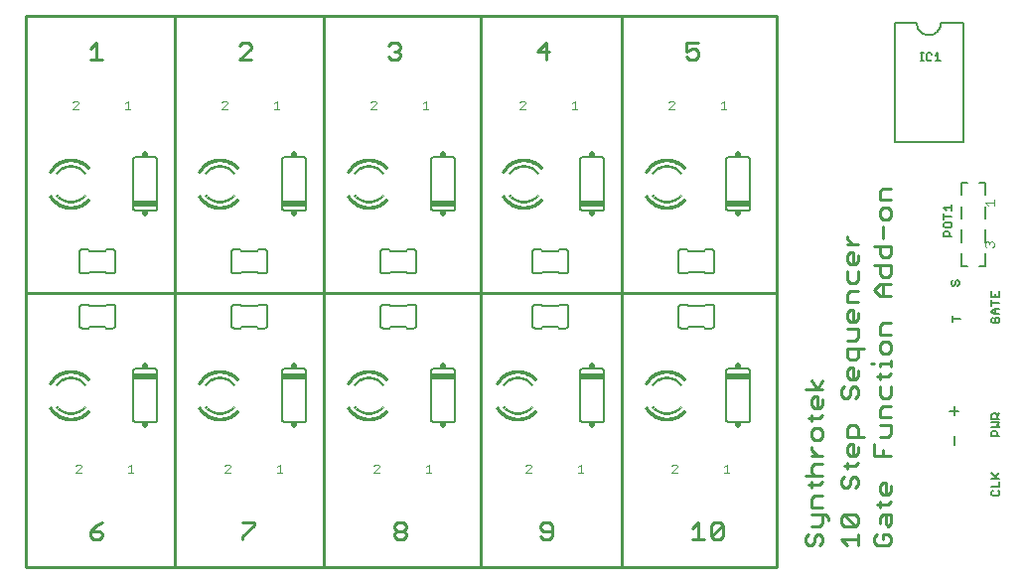
<source format=gto>
G75*
G70*
%OFA0B0*%
%FSLAX24Y24*%
%IPPOS*%
%LPD*%
%AMOC8*
5,1,8,0,0,1.08239X$1,22.5*
%
%ADD10C,0.0110*%
%ADD11C,0.0050*%
%ADD12C,0.0100*%
%ADD13C,0.0080*%
%ADD14C,0.0060*%
%ADD15C,0.0030*%
%ADD16C,0.0010*%
%ADD17C,0.0040*%
%ADD18R,0.0800X0.0200*%
%ADD19C,0.0200*%
D10*
X002956Y001754D02*
X003054Y001656D01*
X003251Y001656D01*
X003349Y001754D01*
X003349Y001853D01*
X003251Y001951D01*
X002956Y001951D01*
X002956Y001754D01*
X002956Y001951D02*
X003153Y002148D01*
X003349Y002246D01*
X008056Y002246D02*
X008449Y002246D01*
X008449Y002148D01*
X008056Y001754D01*
X008056Y001656D01*
X013156Y001754D02*
X013156Y001853D01*
X013254Y001951D01*
X013451Y001951D01*
X013549Y001853D01*
X013549Y001754D01*
X013451Y001656D01*
X013254Y001656D01*
X013156Y001754D01*
X013254Y001951D02*
X013156Y002049D01*
X013156Y002148D01*
X013254Y002246D01*
X013451Y002246D01*
X013549Y002148D01*
X013549Y002049D01*
X013451Y001951D01*
X018056Y002049D02*
X018154Y001951D01*
X018449Y001951D01*
X018449Y001754D02*
X018449Y002148D01*
X018351Y002246D01*
X018154Y002246D01*
X018056Y002148D01*
X018056Y002049D01*
X018056Y001754D02*
X018154Y001656D01*
X018351Y001656D01*
X018449Y001754D01*
X023156Y001656D02*
X023549Y001656D01*
X023353Y001656D02*
X023353Y002246D01*
X023156Y002049D01*
X023800Y002148D02*
X023800Y001754D01*
X024194Y002148D01*
X024194Y001754D01*
X024096Y001656D01*
X023899Y001656D01*
X023800Y001754D01*
X023800Y002148D02*
X023899Y002246D01*
X024096Y002246D01*
X024194Y002148D01*
X026955Y001751D02*
X026955Y001554D01*
X027054Y001456D01*
X027152Y001456D01*
X027251Y001554D01*
X027251Y001751D01*
X027349Y001849D01*
X027447Y001849D01*
X027546Y001751D01*
X027546Y001554D01*
X027447Y001456D01*
X027054Y001849D02*
X026955Y001751D01*
X027152Y002100D02*
X027447Y002100D01*
X027546Y002199D01*
X027546Y002494D01*
X027644Y002494D02*
X027743Y002396D01*
X027743Y002297D01*
X027644Y002494D02*
X027152Y002494D01*
X027152Y002745D02*
X027152Y003040D01*
X027251Y003139D01*
X027546Y003139D01*
X027152Y003389D02*
X027152Y003586D01*
X027054Y003488D02*
X027447Y003488D01*
X027546Y003586D01*
X027546Y003819D02*
X026955Y003819D01*
X027152Y003917D02*
X027152Y004114D01*
X027251Y004213D01*
X027546Y004213D01*
X027546Y004464D02*
X027152Y004464D01*
X027152Y004660D02*
X027349Y004464D01*
X027152Y004660D02*
X027152Y004759D01*
X027251Y005001D02*
X027447Y005001D01*
X027546Y005099D01*
X027546Y005296D01*
X027447Y005394D01*
X027251Y005394D01*
X027152Y005296D01*
X027152Y005099D01*
X027251Y005001D01*
X027152Y005645D02*
X027152Y005842D01*
X027054Y005744D02*
X027447Y005744D01*
X027546Y005842D01*
X027447Y006075D02*
X027251Y006075D01*
X027152Y006173D01*
X027152Y006370D01*
X027251Y006469D01*
X027349Y006469D01*
X027349Y006075D01*
X027447Y006075D02*
X027546Y006173D01*
X027546Y006370D01*
X027546Y006719D02*
X026955Y006719D01*
X027152Y007015D02*
X027349Y006719D01*
X027546Y007015D01*
X028155Y006692D02*
X028155Y006496D01*
X028254Y006397D01*
X028352Y006397D01*
X028451Y006496D01*
X028451Y006692D01*
X028549Y006791D01*
X028647Y006791D01*
X028746Y006692D01*
X028746Y006496D01*
X028647Y006397D01*
X028254Y006791D02*
X028155Y006692D01*
X028451Y007042D02*
X028352Y007140D01*
X028352Y007337D01*
X028451Y007435D01*
X028549Y007435D01*
X028549Y007042D01*
X028647Y007042D02*
X028451Y007042D01*
X028647Y007042D02*
X028746Y007140D01*
X028746Y007337D01*
X028647Y007686D02*
X028451Y007686D01*
X028352Y007785D01*
X028352Y008080D01*
X028943Y008080D01*
X028746Y008080D02*
X028746Y007785D01*
X028647Y007686D01*
X029157Y007570D02*
X029255Y007570D01*
X029452Y007570D02*
X029846Y007570D01*
X029846Y007668D02*
X029846Y007471D01*
X029846Y007239D02*
X029747Y007140D01*
X029354Y007140D01*
X029452Y007042D02*
X029452Y007239D01*
X029452Y007471D02*
X029452Y007570D01*
X029551Y007901D02*
X029452Y007999D01*
X029452Y008196D01*
X029551Y008295D01*
X029747Y008295D01*
X029846Y008196D01*
X029846Y007999D01*
X029747Y007901D01*
X029551Y007901D01*
X029452Y008546D02*
X029452Y008841D01*
X029551Y008939D01*
X029846Y008939D01*
X029846Y008546D02*
X029452Y008546D01*
X028746Y008429D02*
X028647Y008331D01*
X028352Y008331D01*
X028746Y008429D02*
X028746Y008724D01*
X028352Y008724D01*
X028451Y008975D02*
X028352Y009074D01*
X028352Y009271D01*
X028451Y009369D01*
X028549Y009369D01*
X028549Y008975D01*
X028647Y008975D02*
X028451Y008975D01*
X028647Y008975D02*
X028746Y009074D01*
X028746Y009271D01*
X028746Y009620D02*
X028352Y009620D01*
X028352Y009915D01*
X028451Y010013D01*
X028746Y010013D01*
X028647Y010264D02*
X028451Y010264D01*
X028352Y010363D01*
X028352Y010658D01*
X028451Y010909D02*
X028352Y011007D01*
X028352Y011204D01*
X028451Y011303D01*
X028549Y011303D01*
X028549Y010909D01*
X028647Y010909D02*
X028451Y010909D01*
X028647Y010909D02*
X028746Y011007D01*
X028746Y011204D01*
X028746Y011553D02*
X028352Y011553D01*
X028549Y011553D02*
X028352Y011750D01*
X028352Y011849D01*
X029255Y011517D02*
X029846Y011517D01*
X029846Y011222D01*
X029747Y011124D01*
X029551Y011124D01*
X029452Y011222D01*
X029452Y011517D01*
X029551Y011768D02*
X029551Y012162D01*
X029551Y012413D02*
X029452Y012511D01*
X029452Y012708D01*
X029551Y012806D01*
X029747Y012806D01*
X029846Y012708D01*
X029846Y012511D01*
X029747Y012413D01*
X029551Y012413D01*
X029452Y013057D02*
X029452Y013353D01*
X029551Y013451D01*
X029846Y013451D01*
X029846Y013057D02*
X029452Y013057D01*
X029452Y010873D02*
X029452Y010578D01*
X029551Y010479D01*
X029747Y010479D01*
X029846Y010578D01*
X029846Y010873D01*
X029255Y010873D01*
X028746Y010658D02*
X028746Y010363D01*
X028647Y010264D01*
X029255Y010031D02*
X029452Y009835D01*
X029846Y009835D01*
X029551Y009835D02*
X029551Y010228D01*
X029452Y010228D02*
X029255Y010031D01*
X029452Y010228D02*
X029846Y010228D01*
X029846Y006791D02*
X029846Y006496D01*
X029747Y006397D01*
X029551Y006397D01*
X029452Y006496D01*
X029452Y006791D01*
X029551Y006146D02*
X029452Y006048D01*
X029452Y005753D01*
X029846Y005753D01*
X029846Y005502D02*
X029452Y005502D01*
X029846Y005502D02*
X029846Y005206D01*
X029747Y005108D01*
X029452Y005108D01*
X029255Y004857D02*
X029255Y004464D01*
X029846Y004464D01*
X029551Y004464D02*
X029551Y004660D01*
X028943Y005108D02*
X028352Y005108D01*
X028352Y005403D01*
X028451Y005502D01*
X028647Y005502D01*
X028746Y005403D01*
X028746Y005108D01*
X028549Y004857D02*
X028451Y004857D01*
X028352Y004759D01*
X028352Y004562D01*
X028451Y004464D01*
X028647Y004464D01*
X028746Y004562D01*
X028746Y004759D01*
X028549Y004857D02*
X028549Y004464D01*
X028746Y004231D02*
X028647Y004132D01*
X028254Y004132D01*
X028352Y004034D02*
X028352Y004231D01*
X028254Y003783D02*
X028155Y003685D01*
X028155Y003488D01*
X028254Y003389D01*
X028352Y003389D01*
X028451Y003488D01*
X028451Y003685D01*
X028549Y003783D01*
X028647Y003783D01*
X028746Y003685D01*
X028746Y003488D01*
X028647Y003389D01*
X029452Y003470D02*
X029452Y003273D01*
X029551Y003175D01*
X029747Y003175D01*
X029846Y003273D01*
X029846Y003470D01*
X029649Y003568D02*
X029649Y003175D01*
X029846Y002942D02*
X029747Y002843D01*
X029354Y002843D01*
X029452Y002745D02*
X029452Y002942D01*
X029551Y002494D02*
X029846Y002494D01*
X029846Y002199D01*
X029747Y002100D01*
X029649Y002199D01*
X029649Y002494D01*
X029551Y002494D02*
X029452Y002396D01*
X029452Y002199D01*
X029354Y001849D02*
X029255Y001751D01*
X029255Y001554D01*
X029354Y001456D01*
X029747Y001456D01*
X029846Y001554D01*
X029846Y001751D01*
X029747Y001849D01*
X029551Y001849D01*
X029551Y001653D01*
X028746Y001653D02*
X028155Y001653D01*
X028352Y001456D01*
X028746Y001456D02*
X028746Y001849D01*
X028647Y002100D02*
X028254Y002100D01*
X028155Y002199D01*
X028155Y002396D01*
X028254Y002494D01*
X028647Y002100D01*
X028746Y002199D01*
X028746Y002396D01*
X028647Y002494D01*
X028254Y002494D01*
X027546Y002745D02*
X027152Y002745D01*
X027251Y003819D02*
X027152Y003917D01*
X029452Y003470D02*
X029551Y003568D01*
X029649Y003568D01*
X029551Y006146D02*
X029846Y006146D01*
X023251Y017756D02*
X023054Y017756D01*
X022956Y017854D01*
X022956Y018051D02*
X023153Y018149D01*
X023251Y018149D01*
X023349Y018051D01*
X023349Y017854D01*
X023251Y017756D01*
X022956Y018051D02*
X022956Y018346D01*
X023349Y018346D01*
X018349Y018051D02*
X017956Y018051D01*
X018251Y018346D01*
X018251Y017756D01*
X013349Y017854D02*
X013251Y017756D01*
X013054Y017756D01*
X012956Y017854D01*
X013153Y018051D02*
X013251Y018051D01*
X013349Y017953D01*
X013349Y017854D01*
X013251Y018051D02*
X013349Y018149D01*
X013349Y018248D01*
X013251Y018346D01*
X013054Y018346D01*
X012956Y018248D01*
X008349Y018248D02*
X008349Y018149D01*
X007956Y017756D01*
X008349Y017756D01*
X008349Y018248D02*
X008251Y018346D01*
X008054Y018346D01*
X007956Y018248D01*
X003349Y017756D02*
X002956Y017756D01*
X003153Y017756D02*
X003153Y018346D01*
X002956Y018149D01*
D11*
X030826Y017996D02*
X030916Y017996D01*
X030871Y017996D02*
X030871Y017726D01*
X030826Y017726D02*
X030916Y017726D01*
X031022Y017771D02*
X031067Y017726D01*
X031157Y017726D01*
X031202Y017771D01*
X031317Y017726D02*
X031497Y017726D01*
X031407Y017726D02*
X031407Y017996D01*
X031317Y017906D01*
X031202Y017951D02*
X031157Y017996D01*
X031067Y017996D01*
X031022Y017951D01*
X031022Y017771D01*
X032201Y013651D02*
X032404Y013651D01*
X032201Y013651D02*
X032201Y013246D01*
X032201Y012852D02*
X032201Y012448D01*
X031876Y012505D02*
X031606Y012505D01*
X031606Y012415D02*
X031606Y012595D01*
X031696Y012710D02*
X031606Y012800D01*
X031876Y012800D01*
X031876Y012710D02*
X031876Y012890D01*
X031831Y012301D02*
X031651Y012301D01*
X031606Y012256D01*
X031606Y012165D01*
X031651Y012120D01*
X031831Y012120D01*
X031876Y012165D01*
X031876Y012256D01*
X031831Y012301D01*
X031741Y012006D02*
X031786Y011961D01*
X031786Y011826D01*
X031876Y011826D02*
X031606Y011826D01*
X031606Y011961D01*
X031651Y012006D01*
X031741Y012006D01*
X032201Y012054D02*
X032201Y011649D01*
X032201Y011256D02*
X032201Y010851D01*
X032404Y010851D01*
X032798Y010851D02*
X033001Y010851D01*
X033001Y011256D01*
X033001Y011649D02*
X033001Y012054D01*
X033001Y012448D02*
X033001Y012852D01*
X033001Y013246D02*
X033001Y013651D01*
X032798Y013651D01*
X032081Y010356D02*
X032126Y010311D01*
X032126Y010221D01*
X032081Y010176D01*
X031991Y010221D02*
X031946Y010176D01*
X031901Y010176D01*
X031856Y010221D01*
X031856Y010311D01*
X031901Y010356D01*
X031991Y010311D02*
X032036Y010356D01*
X032081Y010356D01*
X031991Y010311D02*
X031991Y010221D01*
X033206Y009990D02*
X033206Y009810D01*
X033476Y009810D01*
X033476Y009990D01*
X033341Y009900D02*
X033341Y009810D01*
X033206Y009695D02*
X033206Y009515D01*
X033206Y009605D02*
X033476Y009605D01*
X033476Y009401D02*
X033296Y009401D01*
X033206Y009310D01*
X033296Y009220D01*
X033476Y009220D01*
X033431Y009106D02*
X033341Y009106D01*
X033341Y009016D01*
X033431Y009106D02*
X033476Y009061D01*
X033476Y008971D01*
X033431Y008926D01*
X033251Y008926D01*
X033206Y008971D01*
X033206Y009061D01*
X033251Y009106D01*
X033341Y009220D02*
X033341Y009401D01*
X032176Y009066D02*
X031906Y009066D01*
X031906Y008976D02*
X031906Y009156D01*
X033251Y005895D02*
X033341Y005895D01*
X033386Y005850D01*
X033386Y005715D01*
X033476Y005715D02*
X033206Y005715D01*
X033206Y005850D01*
X033251Y005895D01*
X033386Y005805D02*
X033476Y005895D01*
X033476Y005601D02*
X033206Y005601D01*
X033206Y005420D02*
X033476Y005420D01*
X033386Y005510D01*
X033476Y005601D01*
X033341Y005306D02*
X033386Y005261D01*
X033386Y005126D01*
X033476Y005126D02*
X033206Y005126D01*
X033206Y005261D01*
X033251Y005306D01*
X033341Y005306D01*
X033476Y003895D02*
X033341Y003760D01*
X033386Y003715D02*
X033206Y003895D01*
X033206Y003715D02*
X033476Y003715D01*
X033476Y003601D02*
X033476Y003420D01*
X033206Y003420D01*
X033251Y003306D02*
X033206Y003261D01*
X033206Y003171D01*
X033251Y003126D01*
X033431Y003126D01*
X033476Y003171D01*
X033476Y003261D01*
X033431Y003306D01*
D12*
X000801Y000751D02*
X000801Y009951D01*
X000801Y019251D01*
X005801Y019251D01*
X005801Y009951D01*
X005801Y000751D01*
X000801Y000751D01*
X005801Y000751D02*
X010801Y000751D01*
X010801Y009951D01*
X010801Y019251D01*
X016051Y019251D01*
X016051Y009951D01*
X016051Y000751D01*
X010801Y000751D01*
X016051Y000751D02*
X020801Y000751D01*
X026001Y000751D01*
X026001Y009951D01*
X020851Y009951D01*
X020801Y009951D02*
X020801Y019251D01*
X026001Y019251D01*
X026001Y009951D01*
X020801Y009951D02*
X020801Y000751D01*
X020801Y009951D02*
X016051Y009951D01*
X010801Y009951D01*
X005801Y009951D01*
X000801Y009951D01*
X005801Y019251D02*
X010801Y019251D01*
X016051Y019251D02*
X020801Y019251D01*
D13*
X031951Y006121D02*
X031951Y005841D01*
X031811Y005981D02*
X032091Y005981D01*
X031951Y005121D02*
X031951Y004841D01*
D14*
X025101Y005701D02*
X025101Y007301D01*
X025099Y007318D01*
X025095Y007335D01*
X025088Y007351D01*
X025078Y007365D01*
X025065Y007378D01*
X025051Y007388D01*
X025035Y007395D01*
X025018Y007399D01*
X025001Y007401D01*
X024401Y007401D01*
X024384Y007399D01*
X024367Y007395D01*
X024351Y007388D01*
X024337Y007378D01*
X024324Y007365D01*
X024314Y007351D01*
X024307Y007335D01*
X024303Y007318D01*
X024301Y007301D01*
X024301Y005701D01*
X024303Y005684D01*
X024307Y005667D01*
X024314Y005651D01*
X024324Y005637D01*
X024337Y005624D01*
X024351Y005614D01*
X024367Y005607D01*
X024384Y005603D01*
X024401Y005601D01*
X025001Y005601D01*
X025018Y005603D01*
X025035Y005607D01*
X025051Y005614D01*
X025065Y005624D01*
X025078Y005637D01*
X025088Y005651D01*
X025095Y005667D01*
X025099Y005684D01*
X025101Y005701D01*
X023807Y008751D02*
X023607Y008751D01*
X023557Y008801D01*
X023044Y008801D01*
X022994Y008751D01*
X022794Y008751D01*
X022777Y008753D01*
X022760Y008757D01*
X022744Y008764D01*
X022730Y008774D01*
X022717Y008787D01*
X022707Y008801D01*
X022700Y008817D01*
X022696Y008834D01*
X022694Y008851D01*
X022694Y009451D01*
X022696Y009468D01*
X022700Y009485D01*
X022707Y009501D01*
X022717Y009515D01*
X022730Y009528D01*
X022744Y009538D01*
X022760Y009545D01*
X022777Y009549D01*
X022794Y009551D01*
X022994Y009551D01*
X023044Y009501D01*
X023557Y009501D01*
X023607Y009551D01*
X023807Y009551D01*
X023824Y009549D01*
X023841Y009545D01*
X023857Y009538D01*
X023871Y009528D01*
X023884Y009515D01*
X023894Y009501D01*
X023901Y009485D01*
X023905Y009468D01*
X023907Y009451D01*
X023907Y008851D01*
X023905Y008834D01*
X023901Y008817D01*
X023894Y008801D01*
X023884Y008787D01*
X023871Y008774D01*
X023857Y008764D01*
X023841Y008757D01*
X023824Y008753D01*
X023807Y008751D01*
X023807Y010601D02*
X023607Y010601D01*
X023557Y010651D01*
X023044Y010651D01*
X022994Y010601D01*
X022794Y010601D01*
X022777Y010603D01*
X022760Y010607D01*
X022744Y010614D01*
X022730Y010624D01*
X022717Y010637D01*
X022707Y010651D01*
X022700Y010667D01*
X022696Y010684D01*
X022694Y010701D01*
X022694Y011301D01*
X022696Y011318D01*
X022700Y011335D01*
X022707Y011351D01*
X022717Y011365D01*
X022730Y011378D01*
X022744Y011388D01*
X022760Y011395D01*
X022777Y011399D01*
X022794Y011401D01*
X022994Y011401D01*
X023044Y011351D01*
X023557Y011351D01*
X023607Y011401D01*
X023807Y011401D01*
X023824Y011399D01*
X023841Y011395D01*
X023857Y011388D01*
X023871Y011378D01*
X023884Y011365D01*
X023894Y011351D01*
X023901Y011335D01*
X023905Y011318D01*
X023907Y011301D01*
X023907Y010701D01*
X023905Y010684D01*
X023901Y010667D01*
X023894Y010651D01*
X023884Y010637D01*
X023871Y010624D01*
X023857Y010614D01*
X023841Y010607D01*
X023824Y010603D01*
X023807Y010601D01*
X024401Y012701D02*
X025001Y012701D01*
X025018Y012703D01*
X025035Y012707D01*
X025051Y012714D01*
X025065Y012724D01*
X025078Y012737D01*
X025088Y012751D01*
X025095Y012767D01*
X025099Y012784D01*
X025101Y012801D01*
X025101Y014401D01*
X025099Y014418D01*
X025095Y014435D01*
X025088Y014451D01*
X025078Y014465D01*
X025065Y014478D01*
X025051Y014488D01*
X025035Y014495D01*
X025018Y014499D01*
X025001Y014501D01*
X024401Y014501D01*
X024384Y014499D01*
X024367Y014495D01*
X024351Y014488D01*
X024337Y014478D01*
X024324Y014465D01*
X024314Y014451D01*
X024307Y014435D01*
X024303Y014418D01*
X024301Y014401D01*
X024301Y012801D01*
X024303Y012784D01*
X024307Y012767D01*
X024314Y012751D01*
X024324Y012737D01*
X024337Y012724D01*
X024351Y012714D01*
X024367Y012707D01*
X024384Y012703D01*
X024401Y012701D01*
X020201Y012801D02*
X020201Y014401D01*
X020199Y014418D01*
X020195Y014435D01*
X020188Y014451D01*
X020178Y014465D01*
X020165Y014478D01*
X020151Y014488D01*
X020135Y014495D01*
X020118Y014499D01*
X020101Y014501D01*
X019501Y014501D01*
X019484Y014499D01*
X019467Y014495D01*
X019451Y014488D01*
X019437Y014478D01*
X019424Y014465D01*
X019414Y014451D01*
X019407Y014435D01*
X019403Y014418D01*
X019401Y014401D01*
X019401Y012801D01*
X019403Y012784D01*
X019407Y012767D01*
X019414Y012751D01*
X019424Y012737D01*
X019437Y012724D01*
X019451Y012714D01*
X019467Y012707D01*
X019484Y012703D01*
X019501Y012701D01*
X020101Y012701D01*
X020118Y012703D01*
X020135Y012707D01*
X020151Y012714D01*
X020165Y012724D01*
X020178Y012737D01*
X020188Y012751D01*
X020195Y012767D01*
X020199Y012784D01*
X020201Y012801D01*
X018907Y011401D02*
X018707Y011401D01*
X018657Y011351D01*
X018144Y011351D01*
X018094Y011401D01*
X017894Y011401D01*
X017877Y011399D01*
X017860Y011395D01*
X017844Y011388D01*
X017830Y011378D01*
X017817Y011365D01*
X017807Y011351D01*
X017800Y011335D01*
X017796Y011318D01*
X017794Y011301D01*
X017794Y010701D01*
X017796Y010684D01*
X017800Y010667D01*
X017807Y010651D01*
X017817Y010637D01*
X017830Y010624D01*
X017844Y010614D01*
X017860Y010607D01*
X017877Y010603D01*
X017894Y010601D01*
X018094Y010601D01*
X018144Y010651D01*
X018657Y010651D01*
X018707Y010601D01*
X018907Y010601D01*
X018924Y010603D01*
X018941Y010607D01*
X018957Y010614D01*
X018971Y010624D01*
X018984Y010637D01*
X018994Y010651D01*
X019001Y010667D01*
X019005Y010684D01*
X019007Y010701D01*
X019007Y011301D01*
X019005Y011318D01*
X019001Y011335D01*
X018994Y011351D01*
X018984Y011365D01*
X018971Y011378D01*
X018957Y011388D01*
X018941Y011395D01*
X018924Y011399D01*
X018907Y011401D01*
X018907Y009551D02*
X018707Y009551D01*
X018657Y009501D01*
X018144Y009501D01*
X018094Y009551D01*
X017894Y009551D01*
X017877Y009549D01*
X017860Y009545D01*
X017844Y009538D01*
X017830Y009528D01*
X017817Y009515D01*
X017807Y009501D01*
X017800Y009485D01*
X017796Y009468D01*
X017794Y009451D01*
X017794Y008851D01*
X017796Y008834D01*
X017800Y008817D01*
X017807Y008801D01*
X017817Y008787D01*
X017830Y008774D01*
X017844Y008764D01*
X017860Y008757D01*
X017877Y008753D01*
X017894Y008751D01*
X018094Y008751D01*
X018144Y008801D01*
X018657Y008801D01*
X018707Y008751D01*
X018907Y008751D01*
X018924Y008753D01*
X018941Y008757D01*
X018957Y008764D01*
X018971Y008774D01*
X018984Y008787D01*
X018994Y008801D01*
X019001Y008817D01*
X019005Y008834D01*
X019007Y008851D01*
X019007Y009451D01*
X019005Y009468D01*
X019001Y009485D01*
X018994Y009501D01*
X018984Y009515D01*
X018971Y009528D01*
X018957Y009538D01*
X018941Y009545D01*
X018924Y009549D01*
X018907Y009551D01*
X019501Y007401D02*
X020101Y007401D01*
X020118Y007399D01*
X020135Y007395D01*
X020151Y007388D01*
X020165Y007378D01*
X020178Y007365D01*
X020188Y007351D01*
X020195Y007335D01*
X020199Y007318D01*
X020201Y007301D01*
X020201Y005701D01*
X020199Y005684D01*
X020195Y005667D01*
X020188Y005651D01*
X020178Y005637D01*
X020165Y005624D01*
X020151Y005614D01*
X020135Y005607D01*
X020118Y005603D01*
X020101Y005601D01*
X019501Y005601D01*
X019484Y005603D01*
X019467Y005607D01*
X019451Y005614D01*
X019437Y005624D01*
X019424Y005637D01*
X019414Y005651D01*
X019407Y005667D01*
X019403Y005684D01*
X019401Y005701D01*
X019401Y007301D01*
X019403Y007318D01*
X019407Y007335D01*
X019414Y007351D01*
X019424Y007365D01*
X019437Y007378D01*
X019451Y007388D01*
X019467Y007395D01*
X019484Y007399D01*
X019501Y007401D01*
X015201Y007301D02*
X015201Y005701D01*
X015199Y005684D01*
X015195Y005667D01*
X015188Y005651D01*
X015178Y005637D01*
X015165Y005624D01*
X015151Y005614D01*
X015135Y005607D01*
X015118Y005603D01*
X015101Y005601D01*
X014501Y005601D01*
X014484Y005603D01*
X014467Y005607D01*
X014451Y005614D01*
X014437Y005624D01*
X014424Y005637D01*
X014414Y005651D01*
X014407Y005667D01*
X014403Y005684D01*
X014401Y005701D01*
X014401Y007301D01*
X014403Y007318D01*
X014407Y007335D01*
X014414Y007351D01*
X014424Y007365D01*
X014437Y007378D01*
X014451Y007388D01*
X014467Y007395D01*
X014484Y007399D01*
X014501Y007401D01*
X015101Y007401D01*
X015118Y007399D01*
X015135Y007395D01*
X015151Y007388D01*
X015165Y007378D01*
X015178Y007365D01*
X015188Y007351D01*
X015195Y007335D01*
X015199Y007318D01*
X015201Y007301D01*
X013807Y008751D02*
X013607Y008751D01*
X013557Y008801D01*
X013044Y008801D01*
X012994Y008751D01*
X012794Y008751D01*
X012777Y008753D01*
X012760Y008757D01*
X012744Y008764D01*
X012730Y008774D01*
X012717Y008787D01*
X012707Y008801D01*
X012700Y008817D01*
X012696Y008834D01*
X012694Y008851D01*
X012694Y009451D01*
X012696Y009468D01*
X012700Y009485D01*
X012707Y009501D01*
X012717Y009515D01*
X012730Y009528D01*
X012744Y009538D01*
X012760Y009545D01*
X012777Y009549D01*
X012794Y009551D01*
X012994Y009551D01*
X013044Y009501D01*
X013557Y009501D01*
X013607Y009551D01*
X013807Y009551D01*
X013824Y009549D01*
X013841Y009545D01*
X013857Y009538D01*
X013871Y009528D01*
X013884Y009515D01*
X013894Y009501D01*
X013901Y009485D01*
X013905Y009468D01*
X013907Y009451D01*
X013907Y008851D01*
X013905Y008834D01*
X013901Y008817D01*
X013894Y008801D01*
X013884Y008787D01*
X013871Y008774D01*
X013857Y008764D01*
X013841Y008757D01*
X013824Y008753D01*
X013807Y008751D01*
X013807Y010601D02*
X013607Y010601D01*
X013557Y010651D01*
X013044Y010651D01*
X012994Y010601D01*
X012794Y010601D01*
X012777Y010603D01*
X012760Y010607D01*
X012744Y010614D01*
X012730Y010624D01*
X012717Y010637D01*
X012707Y010651D01*
X012700Y010667D01*
X012696Y010684D01*
X012694Y010701D01*
X012694Y011301D01*
X012696Y011318D01*
X012700Y011335D01*
X012707Y011351D01*
X012717Y011365D01*
X012730Y011378D01*
X012744Y011388D01*
X012760Y011395D01*
X012777Y011399D01*
X012794Y011401D01*
X012994Y011401D01*
X013044Y011351D01*
X013557Y011351D01*
X013607Y011401D01*
X013807Y011401D01*
X013824Y011399D01*
X013841Y011395D01*
X013857Y011388D01*
X013871Y011378D01*
X013884Y011365D01*
X013894Y011351D01*
X013901Y011335D01*
X013905Y011318D01*
X013907Y011301D01*
X013907Y010701D01*
X013905Y010684D01*
X013901Y010667D01*
X013894Y010651D01*
X013884Y010637D01*
X013871Y010624D01*
X013857Y010614D01*
X013841Y010607D01*
X013824Y010603D01*
X013807Y010601D01*
X014501Y012701D02*
X015101Y012701D01*
X015118Y012703D01*
X015135Y012707D01*
X015151Y012714D01*
X015165Y012724D01*
X015178Y012737D01*
X015188Y012751D01*
X015195Y012767D01*
X015199Y012784D01*
X015201Y012801D01*
X015201Y014401D01*
X015199Y014418D01*
X015195Y014435D01*
X015188Y014451D01*
X015178Y014465D01*
X015165Y014478D01*
X015151Y014488D01*
X015135Y014495D01*
X015118Y014499D01*
X015101Y014501D01*
X014501Y014501D01*
X014484Y014499D01*
X014467Y014495D01*
X014451Y014488D01*
X014437Y014478D01*
X014424Y014465D01*
X014414Y014451D01*
X014407Y014435D01*
X014403Y014418D01*
X014401Y014401D01*
X014401Y012801D01*
X014403Y012784D01*
X014407Y012767D01*
X014414Y012751D01*
X014424Y012737D01*
X014437Y012724D01*
X014451Y012714D01*
X014467Y012707D01*
X014484Y012703D01*
X014501Y012701D01*
X010201Y012801D02*
X010201Y014401D01*
X010199Y014418D01*
X010195Y014435D01*
X010188Y014451D01*
X010178Y014465D01*
X010165Y014478D01*
X010151Y014488D01*
X010135Y014495D01*
X010118Y014499D01*
X010101Y014501D01*
X009501Y014501D01*
X009484Y014499D01*
X009467Y014495D01*
X009451Y014488D01*
X009437Y014478D01*
X009424Y014465D01*
X009414Y014451D01*
X009407Y014435D01*
X009403Y014418D01*
X009401Y014401D01*
X009401Y012801D01*
X009403Y012784D01*
X009407Y012767D01*
X009414Y012751D01*
X009424Y012737D01*
X009437Y012724D01*
X009451Y012714D01*
X009467Y012707D01*
X009484Y012703D01*
X009501Y012701D01*
X010101Y012701D01*
X010118Y012703D01*
X010135Y012707D01*
X010151Y012714D01*
X010165Y012724D01*
X010178Y012737D01*
X010188Y012751D01*
X010195Y012767D01*
X010199Y012784D01*
X010201Y012801D01*
X008807Y011401D02*
X008607Y011401D01*
X008557Y011351D01*
X008044Y011351D01*
X007994Y011401D01*
X007794Y011401D01*
X007777Y011399D01*
X007760Y011395D01*
X007744Y011388D01*
X007730Y011378D01*
X007717Y011365D01*
X007707Y011351D01*
X007700Y011335D01*
X007696Y011318D01*
X007694Y011301D01*
X007694Y010701D01*
X007696Y010684D01*
X007700Y010667D01*
X007707Y010651D01*
X007717Y010637D01*
X007730Y010624D01*
X007744Y010614D01*
X007760Y010607D01*
X007777Y010603D01*
X007794Y010601D01*
X007994Y010601D01*
X008044Y010651D01*
X008557Y010651D01*
X008607Y010601D01*
X008807Y010601D01*
X008824Y010603D01*
X008841Y010607D01*
X008857Y010614D01*
X008871Y010624D01*
X008884Y010637D01*
X008894Y010651D01*
X008901Y010667D01*
X008905Y010684D01*
X008907Y010701D01*
X008907Y011301D01*
X008905Y011318D01*
X008901Y011335D01*
X008894Y011351D01*
X008884Y011365D01*
X008871Y011378D01*
X008857Y011388D01*
X008841Y011395D01*
X008824Y011399D01*
X008807Y011401D01*
X008807Y009551D02*
X008607Y009551D01*
X008557Y009501D01*
X008044Y009501D01*
X007994Y009551D01*
X007794Y009551D01*
X007777Y009549D01*
X007760Y009545D01*
X007744Y009538D01*
X007730Y009528D01*
X007717Y009515D01*
X007707Y009501D01*
X007700Y009485D01*
X007696Y009468D01*
X007694Y009451D01*
X007694Y008851D01*
X007696Y008834D01*
X007700Y008817D01*
X007707Y008801D01*
X007717Y008787D01*
X007730Y008774D01*
X007744Y008764D01*
X007760Y008757D01*
X007777Y008753D01*
X007794Y008751D01*
X007994Y008751D01*
X008044Y008801D01*
X008557Y008801D01*
X008607Y008751D01*
X008807Y008751D01*
X008824Y008753D01*
X008841Y008757D01*
X008857Y008764D01*
X008871Y008774D01*
X008884Y008787D01*
X008894Y008801D01*
X008901Y008817D01*
X008905Y008834D01*
X008907Y008851D01*
X008907Y009451D01*
X008905Y009468D01*
X008901Y009485D01*
X008894Y009501D01*
X008884Y009515D01*
X008871Y009528D01*
X008857Y009538D01*
X008841Y009545D01*
X008824Y009549D01*
X008807Y009551D01*
X009501Y007401D02*
X010101Y007401D01*
X010118Y007399D01*
X010135Y007395D01*
X010151Y007388D01*
X010165Y007378D01*
X010178Y007365D01*
X010188Y007351D01*
X010195Y007335D01*
X010199Y007318D01*
X010201Y007301D01*
X010201Y005701D01*
X010199Y005684D01*
X010195Y005667D01*
X010188Y005651D01*
X010178Y005637D01*
X010165Y005624D01*
X010151Y005614D01*
X010135Y005607D01*
X010118Y005603D01*
X010101Y005601D01*
X009501Y005601D01*
X009484Y005603D01*
X009467Y005607D01*
X009451Y005614D01*
X009437Y005624D01*
X009424Y005637D01*
X009414Y005651D01*
X009407Y005667D01*
X009403Y005684D01*
X009401Y005701D01*
X009401Y007301D01*
X009403Y007318D01*
X009407Y007335D01*
X009414Y007351D01*
X009424Y007365D01*
X009437Y007378D01*
X009451Y007388D01*
X009467Y007395D01*
X009484Y007399D01*
X009501Y007401D01*
X005201Y007301D02*
X005201Y005701D01*
X005199Y005684D01*
X005195Y005667D01*
X005188Y005651D01*
X005178Y005637D01*
X005165Y005624D01*
X005151Y005614D01*
X005135Y005607D01*
X005118Y005603D01*
X005101Y005601D01*
X004501Y005601D01*
X004484Y005603D01*
X004467Y005607D01*
X004451Y005614D01*
X004437Y005624D01*
X004424Y005637D01*
X004414Y005651D01*
X004407Y005667D01*
X004403Y005684D01*
X004401Y005701D01*
X004401Y007301D01*
X004403Y007318D01*
X004407Y007335D01*
X004414Y007351D01*
X004424Y007365D01*
X004437Y007378D01*
X004451Y007388D01*
X004467Y007395D01*
X004484Y007399D01*
X004501Y007401D01*
X005101Y007401D01*
X005118Y007399D01*
X005135Y007395D01*
X005151Y007388D01*
X005165Y007378D01*
X005178Y007365D01*
X005188Y007351D01*
X005195Y007335D01*
X005199Y007318D01*
X005201Y007301D01*
X003707Y008751D02*
X003507Y008751D01*
X003457Y008801D01*
X002944Y008801D01*
X002894Y008751D01*
X002694Y008751D01*
X002677Y008753D01*
X002660Y008757D01*
X002644Y008764D01*
X002630Y008774D01*
X002617Y008787D01*
X002607Y008801D01*
X002600Y008817D01*
X002596Y008834D01*
X002594Y008851D01*
X002594Y009451D01*
X002596Y009468D01*
X002600Y009485D01*
X002607Y009501D01*
X002617Y009515D01*
X002630Y009528D01*
X002644Y009538D01*
X002660Y009545D01*
X002677Y009549D01*
X002694Y009551D01*
X002894Y009551D01*
X002944Y009501D01*
X003457Y009501D01*
X003507Y009551D01*
X003707Y009551D01*
X003724Y009549D01*
X003741Y009545D01*
X003757Y009538D01*
X003771Y009528D01*
X003784Y009515D01*
X003794Y009501D01*
X003801Y009485D01*
X003805Y009468D01*
X003807Y009451D01*
X003807Y008851D01*
X003805Y008834D01*
X003801Y008817D01*
X003794Y008801D01*
X003784Y008787D01*
X003771Y008774D01*
X003757Y008764D01*
X003741Y008757D01*
X003724Y008753D01*
X003707Y008751D01*
X003707Y010601D02*
X003507Y010601D01*
X003457Y010651D01*
X002944Y010651D01*
X002894Y010601D01*
X002694Y010601D01*
X002677Y010603D01*
X002660Y010607D01*
X002644Y010614D01*
X002630Y010624D01*
X002617Y010637D01*
X002607Y010651D01*
X002600Y010667D01*
X002596Y010684D01*
X002594Y010701D01*
X002594Y011301D01*
X002596Y011318D01*
X002600Y011335D01*
X002607Y011351D01*
X002617Y011365D01*
X002630Y011378D01*
X002644Y011388D01*
X002660Y011395D01*
X002677Y011399D01*
X002694Y011401D01*
X002894Y011401D01*
X002944Y011351D01*
X003457Y011351D01*
X003507Y011401D01*
X003707Y011401D01*
X003724Y011399D01*
X003741Y011395D01*
X003757Y011388D01*
X003771Y011378D01*
X003784Y011365D01*
X003794Y011351D01*
X003801Y011335D01*
X003805Y011318D01*
X003807Y011301D01*
X003807Y010701D01*
X003805Y010684D01*
X003801Y010667D01*
X003794Y010651D01*
X003784Y010637D01*
X003771Y010624D01*
X003757Y010614D01*
X003741Y010607D01*
X003724Y010603D01*
X003707Y010601D01*
X004501Y012701D02*
X005101Y012701D01*
X005118Y012703D01*
X005135Y012707D01*
X005151Y012714D01*
X005165Y012724D01*
X005178Y012737D01*
X005188Y012751D01*
X005195Y012767D01*
X005199Y012784D01*
X005201Y012801D01*
X005201Y014401D01*
X005199Y014418D01*
X005195Y014435D01*
X005188Y014451D01*
X005178Y014465D01*
X005165Y014478D01*
X005151Y014488D01*
X005135Y014495D01*
X005118Y014499D01*
X005101Y014501D01*
X004501Y014501D01*
X004484Y014499D01*
X004467Y014495D01*
X004451Y014488D01*
X004437Y014478D01*
X004424Y014465D01*
X004414Y014451D01*
X004407Y014435D01*
X004403Y014418D01*
X004401Y014401D01*
X004401Y012801D01*
X004403Y012784D01*
X004407Y012767D01*
X004414Y012751D01*
X004424Y012737D01*
X004437Y012724D01*
X004451Y012714D01*
X004467Y012707D01*
X004484Y012703D01*
X004501Y012701D01*
X029951Y015001D02*
X032251Y015001D01*
X032251Y019001D01*
X031501Y019001D01*
X031499Y018962D01*
X031493Y018923D01*
X031484Y018885D01*
X031471Y018848D01*
X031454Y018812D01*
X031434Y018779D01*
X031410Y018747D01*
X031384Y018718D01*
X031355Y018692D01*
X031323Y018668D01*
X031290Y018648D01*
X031254Y018631D01*
X031217Y018618D01*
X031179Y018609D01*
X031140Y018603D01*
X031101Y018601D01*
X031062Y018603D01*
X031023Y018609D01*
X030985Y018618D01*
X030948Y018631D01*
X030912Y018648D01*
X030879Y018668D01*
X030847Y018692D01*
X030818Y018718D01*
X030792Y018747D01*
X030768Y018779D01*
X030748Y018812D01*
X030731Y018848D01*
X030718Y018885D01*
X030709Y018923D01*
X030703Y018962D01*
X030701Y019001D01*
X029951Y019001D01*
X029951Y015001D01*
D15*
X032996Y012963D02*
X033286Y012963D01*
X033286Y013059D02*
X033286Y012866D01*
X033092Y012866D02*
X032996Y012963D01*
X033044Y011659D02*
X033092Y011659D01*
X033141Y011611D01*
X033189Y011659D01*
X033237Y011659D01*
X033286Y011611D01*
X033286Y011514D01*
X033237Y011466D01*
X033141Y011563D02*
X033141Y011611D01*
X033044Y011659D02*
X032996Y011611D01*
X032996Y011514D01*
X033044Y011466D01*
D16*
X022296Y014445D02*
X022296Y014355D01*
X022296Y014356D02*
X022242Y014354D01*
X022189Y014348D01*
X022136Y014338D01*
X022084Y014324D01*
X022033Y014307D01*
X021984Y014286D01*
X021936Y014262D01*
X021890Y014234D01*
X021846Y014203D01*
X021804Y014169D01*
X021765Y014133D01*
X021728Y014093D01*
X021695Y014051D01*
X021664Y014007D01*
X021637Y013961D01*
X021558Y014003D01*
X021586Y014052D01*
X021618Y014098D01*
X021653Y014143D01*
X021690Y014185D01*
X021731Y014224D01*
X021774Y014261D01*
X021819Y014295D01*
X021866Y014326D01*
X021916Y014353D01*
X021967Y014377D01*
X022019Y014398D01*
X022073Y014415D01*
X022128Y014428D01*
X022183Y014438D01*
X022240Y014444D01*
X022296Y014446D01*
X022296Y014437D01*
X022240Y014435D01*
X022185Y014429D01*
X022130Y014419D01*
X022075Y014406D01*
X022022Y014389D01*
X021970Y014369D01*
X021920Y014345D01*
X021871Y014318D01*
X021824Y014288D01*
X021779Y014254D01*
X021737Y014218D01*
X021697Y014179D01*
X021660Y014137D01*
X021625Y014093D01*
X021594Y014047D01*
X021566Y013999D01*
X021574Y013995D01*
X021602Y014042D01*
X021633Y014088D01*
X021667Y014131D01*
X021703Y014173D01*
X021743Y014211D01*
X021785Y014247D01*
X021829Y014280D01*
X021875Y014310D01*
X021924Y014337D01*
X021974Y014360D01*
X022025Y014381D01*
X022078Y014397D01*
X022131Y014410D01*
X022186Y014420D01*
X022241Y014426D01*
X022296Y014428D01*
X022296Y014419D01*
X022241Y014417D01*
X022187Y014411D01*
X022133Y014402D01*
X022080Y014389D01*
X022028Y014372D01*
X021977Y014352D01*
X021928Y014329D01*
X021880Y014302D01*
X021834Y014273D01*
X021790Y014240D01*
X021749Y014205D01*
X021710Y014166D01*
X021673Y014126D01*
X021640Y014083D01*
X021609Y014037D01*
X021582Y013990D01*
X021590Y013986D01*
X021617Y014033D01*
X021647Y014077D01*
X021680Y014120D01*
X021716Y014160D01*
X021755Y014198D01*
X021796Y014233D01*
X021839Y014265D01*
X021885Y014295D01*
X021932Y014321D01*
X021981Y014344D01*
X022031Y014364D01*
X022083Y014380D01*
X022135Y014393D01*
X022188Y014402D01*
X022242Y014408D01*
X022296Y014410D01*
X022296Y014401D01*
X022243Y014399D01*
X022189Y014393D01*
X022137Y014384D01*
X022085Y014371D01*
X022034Y014355D01*
X021984Y014336D01*
X021936Y014313D01*
X021889Y014287D01*
X021845Y014258D01*
X021802Y014226D01*
X021761Y014191D01*
X021723Y014154D01*
X021687Y014114D01*
X021654Y014072D01*
X021624Y014028D01*
X021597Y013982D01*
X021605Y013978D01*
X021632Y014023D01*
X021662Y014067D01*
X021694Y014108D01*
X021729Y014148D01*
X021767Y014185D01*
X021807Y014219D01*
X021850Y014251D01*
X021894Y014279D01*
X021940Y014305D01*
X021988Y014327D01*
X022037Y014347D01*
X022087Y014363D01*
X022139Y014375D01*
X022191Y014384D01*
X022243Y014390D01*
X022296Y014392D01*
X022296Y014383D01*
X022240Y014381D01*
X022185Y014374D01*
X022130Y014364D01*
X022076Y014350D01*
X022024Y014332D01*
X021972Y014311D01*
X021923Y014285D01*
X021875Y014257D01*
X021829Y014225D01*
X021786Y014190D01*
X021746Y014152D01*
X021708Y014111D01*
X021673Y014067D01*
X021642Y014021D01*
X021613Y013973D01*
X021621Y013969D01*
X021649Y014017D01*
X021680Y014062D01*
X021715Y014105D01*
X021752Y014145D01*
X021792Y014183D01*
X021835Y014218D01*
X021880Y014249D01*
X021927Y014278D01*
X021976Y014302D01*
X022027Y014324D01*
X022079Y014341D01*
X022132Y014355D01*
X022186Y014365D01*
X022241Y014372D01*
X022296Y014374D01*
X022296Y014365D01*
X022242Y014363D01*
X022188Y014357D01*
X022134Y014347D01*
X022082Y014333D01*
X022030Y014315D01*
X021980Y014294D01*
X021931Y014270D01*
X021885Y014242D01*
X021840Y014210D01*
X021798Y014176D01*
X021759Y014139D01*
X021722Y014099D01*
X021688Y014057D01*
X021657Y014012D01*
X021629Y013965D01*
X021570Y013178D02*
X021648Y013223D01*
X021648Y013222D02*
X021676Y013178D01*
X021707Y013136D01*
X021740Y013096D01*
X021776Y013058D01*
X021815Y013023D01*
X021856Y012991D01*
X021900Y012961D01*
X021945Y012935D01*
X021992Y012912D01*
X022040Y012892D01*
X022090Y012876D01*
X022140Y012863D01*
X022192Y012854D01*
X022244Y012848D01*
X022296Y012846D01*
X022297Y012757D01*
X022296Y012756D01*
X022241Y012758D01*
X022187Y012764D01*
X022132Y012773D01*
X022079Y012786D01*
X022027Y012802D01*
X021975Y012821D01*
X021925Y012844D01*
X021877Y012870D01*
X021830Y012899D01*
X021786Y012931D01*
X021743Y012966D01*
X021703Y013004D01*
X021666Y013044D01*
X021631Y013086D01*
X021599Y013131D01*
X021570Y013177D01*
X021578Y013182D01*
X021606Y013136D01*
X021638Y013092D01*
X021673Y013050D01*
X021710Y013010D01*
X021749Y012973D01*
X021791Y012938D01*
X021835Y012907D01*
X021881Y012878D01*
X021929Y012852D01*
X021979Y012830D01*
X022029Y012810D01*
X022081Y012794D01*
X022134Y012782D01*
X022188Y012773D01*
X022242Y012767D01*
X022296Y012765D01*
X022296Y012774D01*
X022242Y012776D01*
X022189Y012782D01*
X022136Y012791D01*
X022084Y012803D01*
X022032Y012819D01*
X021982Y012838D01*
X021933Y012860D01*
X021886Y012886D01*
X021840Y012914D01*
X021797Y012946D01*
X021755Y012980D01*
X021716Y013016D01*
X021679Y013056D01*
X021645Y013097D01*
X021614Y013141D01*
X021585Y013186D01*
X021593Y013191D01*
X021623Y013143D01*
X021657Y013097D01*
X021693Y013054D01*
X021733Y013013D01*
X021775Y012975D01*
X021819Y012940D01*
X021866Y012908D01*
X021915Y012880D01*
X021966Y012855D01*
X022019Y012833D01*
X022072Y012816D01*
X022127Y012802D01*
X022183Y012792D01*
X022239Y012785D01*
X022296Y012783D01*
X022296Y012792D01*
X022240Y012794D01*
X022184Y012800D01*
X022129Y012810D01*
X022075Y012824D01*
X022022Y012842D01*
X021970Y012863D01*
X021919Y012888D01*
X021871Y012916D01*
X021825Y012947D01*
X021780Y012982D01*
X021739Y013019D01*
X021700Y013060D01*
X021664Y013102D01*
X021631Y013148D01*
X021601Y013195D01*
X021609Y013200D01*
X021638Y013153D01*
X021671Y013108D01*
X021707Y013066D01*
X021745Y013026D01*
X021786Y012989D01*
X021830Y012954D01*
X021876Y012923D01*
X021924Y012896D01*
X021973Y012871D01*
X022025Y012850D01*
X022077Y012833D01*
X022131Y012819D01*
X022186Y012809D01*
X022241Y012803D01*
X022296Y012801D01*
X022296Y012810D01*
X022241Y012812D01*
X022187Y012818D01*
X022133Y012828D01*
X022080Y012842D01*
X022028Y012859D01*
X021977Y012879D01*
X021928Y012904D01*
X021881Y012931D01*
X021835Y012962D01*
X021792Y012995D01*
X021751Y013032D01*
X021713Y013072D01*
X021678Y013114D01*
X021646Y013158D01*
X021617Y013204D01*
X021625Y013209D01*
X021653Y013163D01*
X021685Y013119D01*
X021720Y013078D01*
X021758Y013039D01*
X021798Y013002D01*
X021840Y012969D01*
X021885Y012939D01*
X021932Y012911D01*
X021981Y012888D01*
X022031Y012867D01*
X022082Y012850D01*
X022135Y012837D01*
X022188Y012827D01*
X022242Y012821D01*
X022296Y012819D01*
X022296Y012828D01*
X022243Y012830D01*
X022189Y012836D01*
X022137Y012846D01*
X022085Y012859D01*
X022034Y012876D01*
X021984Y012896D01*
X021936Y012919D01*
X021890Y012946D01*
X021846Y012976D01*
X021804Y013009D01*
X021764Y013045D01*
X021727Y013084D01*
X021692Y013125D01*
X021661Y013168D01*
X021632Y013213D01*
X021640Y013218D01*
X021668Y013173D01*
X021699Y013130D01*
X021733Y013090D01*
X021770Y013052D01*
X021809Y013016D01*
X021851Y012984D01*
X021895Y012954D01*
X021941Y012927D01*
X021988Y012904D01*
X022037Y012884D01*
X022087Y012867D01*
X022139Y012854D01*
X022191Y012845D01*
X022243Y012839D01*
X022296Y012837D01*
X022305Y012757D02*
X022305Y012847D01*
X022306Y012846D02*
X022360Y012848D01*
X022413Y012854D01*
X022466Y012864D01*
X022518Y012878D01*
X022569Y012895D01*
X022619Y012916D01*
X022667Y012940D01*
X022713Y012968D01*
X022757Y012999D01*
X022798Y013033D01*
X022838Y013070D01*
X022874Y013109D01*
X022942Y013052D01*
X022943Y013051D01*
X022905Y013010D01*
X022865Y012972D01*
X022822Y012936D01*
X022777Y012903D01*
X022730Y012873D01*
X022682Y012847D01*
X022631Y012823D01*
X022579Y012803D01*
X022526Y012787D01*
X022472Y012773D01*
X022417Y012764D01*
X022362Y012758D01*
X022306Y012756D01*
X022306Y012765D01*
X022361Y012767D01*
X022416Y012773D01*
X022470Y012782D01*
X022524Y012795D01*
X022576Y012812D01*
X022628Y012831D01*
X022678Y012855D01*
X022726Y012881D01*
X022772Y012911D01*
X022817Y012943D01*
X022859Y012978D01*
X022899Y013017D01*
X022936Y013057D01*
X022929Y013063D01*
X022892Y013023D01*
X022853Y012985D01*
X022811Y012950D01*
X022767Y012918D01*
X022721Y012889D01*
X022673Y012863D01*
X022624Y012840D01*
X022573Y012820D01*
X022521Y012804D01*
X022468Y012791D01*
X022415Y012782D01*
X022360Y012776D01*
X022306Y012774D01*
X022306Y012783D01*
X022360Y012785D01*
X022413Y012791D01*
X022466Y012800D01*
X022519Y012813D01*
X022570Y012829D01*
X022621Y012848D01*
X022669Y012871D01*
X022717Y012896D01*
X022762Y012925D01*
X022806Y012957D01*
X022847Y012992D01*
X022886Y013029D01*
X022922Y013069D01*
X022915Y013075D01*
X022879Y013035D01*
X022841Y012998D01*
X022800Y012964D01*
X022757Y012933D01*
X022712Y012904D01*
X022665Y012879D01*
X022617Y012856D01*
X022567Y012837D01*
X022516Y012821D01*
X022465Y012809D01*
X022412Y012800D01*
X022359Y012794D01*
X022306Y012792D01*
X022306Y012801D01*
X022359Y012803D01*
X022411Y012809D01*
X022463Y012818D01*
X022514Y012830D01*
X022564Y012846D01*
X022614Y012865D01*
X022661Y012887D01*
X022708Y012912D01*
X022752Y012940D01*
X022794Y012971D01*
X022835Y013005D01*
X022873Y013042D01*
X022908Y013080D01*
X022902Y013086D01*
X022866Y013048D01*
X022829Y013012D01*
X022789Y012978D01*
X022747Y012948D01*
X022703Y012920D01*
X022657Y012895D01*
X022610Y012873D01*
X022561Y012854D01*
X022512Y012839D01*
X022461Y012826D01*
X022410Y012818D01*
X022358Y012812D01*
X022306Y012810D01*
X022306Y012819D01*
X022362Y012821D01*
X022417Y012828D01*
X022472Y012838D01*
X022526Y012852D01*
X022579Y012870D01*
X022630Y012892D01*
X022680Y012917D01*
X022728Y012946D01*
X022773Y012978D01*
X022816Y013013D01*
X022857Y013051D01*
X022895Y013092D01*
X022888Y013098D01*
X022851Y013057D01*
X022810Y013020D01*
X022768Y012985D01*
X022723Y012953D01*
X022675Y012925D01*
X022626Y012900D01*
X022575Y012878D01*
X022523Y012861D01*
X022470Y012847D01*
X022416Y012837D01*
X022361Y012830D01*
X022306Y012828D01*
X022306Y012837D01*
X022360Y012839D01*
X022415Y012845D01*
X022468Y012855D01*
X022521Y012869D01*
X022572Y012887D01*
X022622Y012908D01*
X022671Y012933D01*
X022718Y012961D01*
X022762Y012992D01*
X022804Y013026D01*
X022844Y013064D01*
X022881Y013104D01*
X022946Y014145D02*
X022877Y014088D01*
X022878Y014088D02*
X022841Y014128D01*
X022802Y014166D01*
X022760Y014200D01*
X022716Y014232D01*
X022670Y014260D01*
X022621Y014285D01*
X022571Y014306D01*
X022520Y014324D01*
X022467Y014337D01*
X022414Y014347D01*
X022360Y014354D01*
X022306Y014356D01*
X022305Y014445D01*
X022306Y014446D01*
X022362Y014444D01*
X022418Y014438D01*
X022473Y014428D01*
X022528Y014415D01*
X022581Y014398D01*
X022634Y014378D01*
X022685Y014354D01*
X022734Y014327D01*
X022781Y014296D01*
X022826Y014263D01*
X022869Y014227D01*
X022909Y014188D01*
X022947Y014146D01*
X022940Y014140D01*
X022903Y014181D01*
X022863Y014220D01*
X022821Y014256D01*
X022776Y014289D01*
X022729Y014319D01*
X022681Y014346D01*
X022630Y014369D01*
X022578Y014390D01*
X022525Y014406D01*
X022471Y014419D01*
X022417Y014429D01*
X022362Y014435D01*
X022306Y014437D01*
X022306Y014428D01*
X022361Y014426D01*
X022416Y014420D01*
X022470Y014411D01*
X022523Y014398D01*
X022575Y014381D01*
X022627Y014361D01*
X022676Y014338D01*
X022725Y014311D01*
X022771Y014282D01*
X022815Y014249D01*
X022857Y014213D01*
X022896Y014175D01*
X022933Y014134D01*
X022926Y014129D01*
X022890Y014169D01*
X022851Y014207D01*
X022809Y014242D01*
X022766Y014274D01*
X022720Y014304D01*
X022672Y014330D01*
X022623Y014353D01*
X022573Y014373D01*
X022521Y014389D01*
X022468Y014402D01*
X022414Y014411D01*
X022360Y014417D01*
X022306Y014419D01*
X022306Y014410D01*
X022360Y014408D01*
X022413Y014402D01*
X022466Y014393D01*
X022518Y014380D01*
X022570Y014364D01*
X022620Y014345D01*
X022668Y014322D01*
X022715Y014296D01*
X022761Y014267D01*
X022804Y014235D01*
X022845Y014200D01*
X022883Y014163D01*
X022919Y014123D01*
X022912Y014117D01*
X022877Y014156D01*
X022839Y014193D01*
X022798Y014228D01*
X022755Y014259D01*
X022711Y014288D01*
X022664Y014314D01*
X022616Y014336D01*
X022567Y014356D01*
X022516Y014372D01*
X022464Y014384D01*
X022412Y014393D01*
X022359Y014399D01*
X022306Y014401D01*
X022306Y014392D01*
X022358Y014390D01*
X022411Y014384D01*
X022462Y014375D01*
X022513Y014363D01*
X022564Y014347D01*
X022613Y014328D01*
X022660Y014306D01*
X022706Y014280D01*
X022750Y014252D01*
X022792Y014221D01*
X022833Y014187D01*
X022870Y014150D01*
X022905Y014111D01*
X022899Y014105D01*
X022864Y014144D01*
X022826Y014180D01*
X022787Y014214D01*
X022745Y014245D01*
X022701Y014273D01*
X022656Y014298D01*
X022609Y014320D01*
X022561Y014339D01*
X022511Y014354D01*
X022461Y014367D01*
X022410Y014375D01*
X022358Y014381D01*
X022306Y014383D01*
X022306Y014374D01*
X022357Y014372D01*
X022408Y014367D01*
X022459Y014358D01*
X022509Y014346D01*
X022558Y014330D01*
X022605Y014312D01*
X022652Y014290D01*
X022697Y014265D01*
X022740Y014237D01*
X022781Y014207D01*
X022820Y014174D01*
X022857Y014138D01*
X022892Y014100D01*
X022885Y014094D01*
X022848Y014135D01*
X022808Y014173D01*
X022766Y014207D01*
X022721Y014239D01*
X022674Y014268D01*
X022625Y014293D01*
X022574Y014314D01*
X022523Y014332D01*
X022469Y014346D01*
X022415Y014356D01*
X022361Y014363D01*
X022306Y014365D01*
X021811Y013214D02*
X021851Y013245D01*
X021850Y013244D02*
X021881Y013209D01*
X021914Y013176D01*
X021949Y013146D01*
X021988Y013119D01*
X022028Y013095D01*
X022070Y013075D01*
X022113Y013058D01*
X022158Y013044D01*
X022203Y013034D01*
X022249Y013028D01*
X022296Y013026D01*
X022297Y012977D01*
X022296Y012976D01*
X022250Y012978D01*
X022203Y012984D01*
X022158Y012993D01*
X022113Y013005D01*
X022069Y013021D01*
X022026Y013040D01*
X021985Y013062D01*
X021946Y013087D01*
X021909Y013114D01*
X021874Y013145D01*
X021841Y013178D01*
X021811Y013213D01*
X021818Y013219D01*
X021848Y013184D01*
X021880Y013151D01*
X021914Y013121D01*
X021951Y013094D01*
X021990Y013069D01*
X022030Y013048D01*
X022072Y013029D01*
X022115Y013014D01*
X022160Y013001D01*
X022205Y012993D01*
X022250Y012987D01*
X022296Y012985D01*
X022296Y012994D01*
X022251Y012996D01*
X022206Y013001D01*
X022162Y013010D01*
X022118Y013022D01*
X022076Y013037D01*
X022034Y013056D01*
X021994Y013077D01*
X021956Y013101D01*
X021920Y013128D01*
X021886Y013158D01*
X021854Y013190D01*
X021825Y013224D01*
X021832Y013230D01*
X021864Y013193D01*
X021898Y013159D01*
X021935Y013128D01*
X021975Y013100D01*
X022017Y013075D01*
X022060Y013054D01*
X022105Y013036D01*
X022152Y013022D01*
X022199Y013012D01*
X022248Y013005D01*
X022296Y013003D01*
X022296Y013012D01*
X022248Y013014D01*
X022201Y013021D01*
X022154Y013031D01*
X022108Y013044D01*
X022064Y013062D01*
X022021Y013083D01*
X021980Y013107D01*
X021941Y013135D01*
X021904Y013166D01*
X021870Y013199D01*
X021839Y013235D01*
X021846Y013241D01*
X021877Y013205D01*
X021910Y013172D01*
X021946Y013142D01*
X021985Y013115D01*
X022025Y013091D01*
X022068Y013070D01*
X022111Y013053D01*
X022156Y013039D01*
X022202Y013029D01*
X022249Y013023D01*
X022296Y013021D01*
X022305Y012977D02*
X022305Y013027D01*
X022306Y013026D02*
X022353Y013028D01*
X022399Y013034D01*
X022444Y013044D01*
X022489Y013058D01*
X022532Y013075D01*
X022574Y013095D01*
X022614Y013119D01*
X022653Y013146D01*
X022688Y013176D01*
X022721Y013209D01*
X022752Y013244D01*
X022791Y013214D01*
X022791Y013213D01*
X022761Y013178D01*
X022728Y013145D01*
X022693Y013114D01*
X022656Y013087D01*
X022617Y013062D01*
X022576Y013040D01*
X022533Y013021D01*
X022489Y013005D01*
X022444Y012993D01*
X022399Y012984D01*
X022352Y012978D01*
X022306Y012976D01*
X022306Y012985D01*
X022352Y012987D01*
X022397Y012993D01*
X022442Y013001D01*
X022487Y013014D01*
X022530Y013029D01*
X022572Y013048D01*
X022612Y013069D01*
X022651Y013094D01*
X022688Y013121D01*
X022722Y013151D01*
X022754Y013184D01*
X022784Y013219D01*
X022777Y013224D01*
X022748Y013190D01*
X022716Y013158D01*
X022682Y013128D01*
X022646Y013101D01*
X022608Y013077D01*
X022568Y013056D01*
X022526Y013037D01*
X022484Y013022D01*
X022440Y013010D01*
X022396Y013001D01*
X022351Y012996D01*
X022306Y012994D01*
X022306Y013003D01*
X022354Y013005D01*
X022403Y013012D01*
X022450Y013022D01*
X022497Y013036D01*
X022542Y013054D01*
X022585Y013075D01*
X022627Y013100D01*
X022667Y013128D01*
X022704Y013159D01*
X022738Y013193D01*
X022770Y013230D01*
X022763Y013235D01*
X022732Y013199D01*
X022698Y013166D01*
X022661Y013135D01*
X022622Y013107D01*
X022581Y013083D01*
X022538Y013062D01*
X022494Y013044D01*
X022448Y013031D01*
X022401Y013021D01*
X022354Y013014D01*
X022306Y013012D01*
X022306Y013021D01*
X022353Y013023D01*
X022400Y013029D01*
X022446Y013039D01*
X022491Y013053D01*
X022534Y013070D01*
X022577Y013091D01*
X022617Y013115D01*
X022656Y013142D01*
X022692Y013172D01*
X022725Y013205D01*
X022756Y013241D01*
X022297Y014225D02*
X022297Y014175D01*
X022296Y014176D02*
X022252Y014174D01*
X022209Y014169D01*
X022166Y014160D01*
X022124Y014148D01*
X022084Y014133D01*
X022044Y014115D01*
X022006Y014094D01*
X021969Y014071D01*
X021934Y014044D01*
X021902Y014015D01*
X021872Y013984D01*
X021844Y013950D01*
X021805Y013979D01*
X021804Y013980D01*
X021834Y014017D01*
X021867Y014051D01*
X021902Y014082D01*
X021940Y014111D01*
X021980Y014137D01*
X022021Y014160D01*
X022065Y014180D01*
X022109Y014196D01*
X022155Y014209D01*
X022201Y014218D01*
X022249Y014224D01*
X022296Y014226D01*
X022296Y014217D01*
X022249Y014215D01*
X022203Y014209D01*
X022157Y014200D01*
X022112Y014187D01*
X022068Y014171D01*
X022026Y014152D01*
X021985Y014129D01*
X021945Y014104D01*
X021908Y014076D01*
X021873Y014044D01*
X021841Y014011D01*
X021811Y013975D01*
X021818Y013969D01*
X021848Y014005D01*
X021880Y014038D01*
X021914Y014069D01*
X021951Y014097D01*
X021989Y014122D01*
X022030Y014144D01*
X022071Y014163D01*
X022115Y014179D01*
X022159Y014191D01*
X022204Y014200D01*
X022250Y014206D01*
X022296Y014208D01*
X022296Y014199D01*
X022251Y014197D01*
X022206Y014191D01*
X022161Y014182D01*
X022118Y014170D01*
X022075Y014155D01*
X022034Y014136D01*
X021994Y014114D01*
X021956Y014089D01*
X021920Y014062D01*
X021886Y014031D01*
X021854Y013999D01*
X021826Y013964D01*
X021833Y013958D01*
X021861Y013993D01*
X021892Y014025D01*
X021926Y014055D01*
X021961Y014082D01*
X021998Y014106D01*
X022038Y014128D01*
X022078Y014146D01*
X022120Y014162D01*
X022163Y014174D01*
X022207Y014182D01*
X022251Y014188D01*
X022296Y014190D01*
X022296Y014181D01*
X022252Y014179D01*
X022208Y014174D01*
X022165Y014165D01*
X022123Y014153D01*
X022082Y014138D01*
X022042Y014120D01*
X022003Y014099D01*
X021966Y014075D01*
X021931Y014048D01*
X021898Y014019D01*
X021868Y013987D01*
X021840Y013953D01*
X022806Y013968D02*
X022765Y013939D01*
X022766Y013939D02*
X022738Y013974D01*
X022708Y014007D01*
X022675Y014038D01*
X022640Y014065D01*
X022603Y014090D01*
X022564Y014112D01*
X022524Y014131D01*
X022482Y014147D01*
X022439Y014159D01*
X022395Y014168D01*
X022351Y014174D01*
X022306Y014176D01*
X022305Y014225D01*
X022306Y014226D01*
X022355Y014224D01*
X022403Y014218D01*
X022451Y014208D01*
X022497Y014194D01*
X022543Y014177D01*
X022587Y014157D01*
X022629Y014133D01*
X022670Y014106D01*
X022708Y014075D01*
X022744Y014042D01*
X022777Y014007D01*
X022807Y013968D01*
X022799Y013963D01*
X022770Y014001D01*
X022737Y014036D01*
X022702Y014069D01*
X022664Y014098D01*
X022625Y014125D01*
X022583Y014149D01*
X022539Y014169D01*
X022495Y014186D01*
X022448Y014199D01*
X022401Y014209D01*
X022354Y014215D01*
X022306Y014217D01*
X022306Y014208D01*
X022353Y014206D01*
X022400Y014200D01*
X022446Y014190D01*
X022492Y014177D01*
X022536Y014161D01*
X022579Y014141D01*
X022620Y014117D01*
X022659Y014091D01*
X022696Y014062D01*
X022731Y014030D01*
X022763Y013995D01*
X022792Y013958D01*
X022785Y013953D01*
X022756Y013989D01*
X022724Y014023D01*
X022690Y014055D01*
X022654Y014084D01*
X022615Y014110D01*
X022575Y014133D01*
X022532Y014152D01*
X022489Y014169D01*
X022444Y014182D01*
X022399Y014191D01*
X022352Y014197D01*
X022306Y014199D01*
X022306Y014190D01*
X022352Y014188D01*
X022397Y014182D01*
X022442Y014173D01*
X022486Y014160D01*
X022529Y014144D01*
X022571Y014125D01*
X022610Y014102D01*
X022648Y014077D01*
X022684Y014048D01*
X022718Y014017D01*
X022749Y013983D01*
X022777Y013947D01*
X022770Y013942D01*
X022742Y013978D01*
X022712Y014011D01*
X022678Y014041D01*
X022643Y014069D01*
X022606Y014095D01*
X022566Y014117D01*
X022526Y014136D01*
X022483Y014152D01*
X022440Y014164D01*
X022396Y014173D01*
X022351Y014179D01*
X022306Y014181D01*
X017496Y014445D02*
X017496Y014355D01*
X017496Y014356D02*
X017442Y014354D01*
X017389Y014348D01*
X017336Y014338D01*
X017284Y014324D01*
X017233Y014307D01*
X017184Y014286D01*
X017136Y014262D01*
X017090Y014234D01*
X017046Y014203D01*
X017004Y014169D01*
X016965Y014133D01*
X016928Y014093D01*
X016895Y014051D01*
X016864Y014007D01*
X016837Y013961D01*
X016758Y014003D01*
X016786Y014052D01*
X016818Y014098D01*
X016853Y014143D01*
X016890Y014185D01*
X016931Y014224D01*
X016974Y014261D01*
X017019Y014295D01*
X017066Y014326D01*
X017116Y014353D01*
X017167Y014377D01*
X017219Y014398D01*
X017273Y014415D01*
X017328Y014428D01*
X017383Y014438D01*
X017440Y014444D01*
X017496Y014446D01*
X017496Y014437D01*
X017440Y014435D01*
X017385Y014429D01*
X017330Y014419D01*
X017275Y014406D01*
X017222Y014389D01*
X017170Y014369D01*
X017120Y014345D01*
X017071Y014318D01*
X017024Y014288D01*
X016979Y014254D01*
X016937Y014218D01*
X016897Y014179D01*
X016860Y014137D01*
X016825Y014093D01*
X016794Y014047D01*
X016766Y013999D01*
X016774Y013995D01*
X016802Y014042D01*
X016833Y014088D01*
X016867Y014131D01*
X016903Y014173D01*
X016943Y014211D01*
X016985Y014247D01*
X017029Y014280D01*
X017075Y014310D01*
X017124Y014337D01*
X017174Y014360D01*
X017225Y014381D01*
X017278Y014397D01*
X017331Y014410D01*
X017386Y014420D01*
X017441Y014426D01*
X017496Y014428D01*
X017496Y014419D01*
X017441Y014417D01*
X017387Y014411D01*
X017333Y014402D01*
X017280Y014389D01*
X017228Y014372D01*
X017177Y014352D01*
X017128Y014329D01*
X017080Y014302D01*
X017034Y014273D01*
X016990Y014240D01*
X016949Y014205D01*
X016910Y014166D01*
X016873Y014126D01*
X016840Y014083D01*
X016809Y014037D01*
X016782Y013990D01*
X016790Y013986D01*
X016817Y014033D01*
X016847Y014077D01*
X016880Y014120D01*
X016916Y014160D01*
X016955Y014198D01*
X016996Y014233D01*
X017039Y014265D01*
X017085Y014295D01*
X017132Y014321D01*
X017181Y014344D01*
X017231Y014364D01*
X017283Y014380D01*
X017335Y014393D01*
X017388Y014402D01*
X017442Y014408D01*
X017496Y014410D01*
X017496Y014401D01*
X017443Y014399D01*
X017389Y014393D01*
X017337Y014384D01*
X017285Y014371D01*
X017234Y014355D01*
X017184Y014336D01*
X017136Y014313D01*
X017089Y014287D01*
X017045Y014258D01*
X017002Y014226D01*
X016961Y014191D01*
X016923Y014154D01*
X016887Y014114D01*
X016854Y014072D01*
X016824Y014028D01*
X016797Y013982D01*
X016805Y013978D01*
X016832Y014023D01*
X016862Y014067D01*
X016894Y014108D01*
X016929Y014148D01*
X016967Y014185D01*
X017007Y014219D01*
X017050Y014251D01*
X017094Y014279D01*
X017140Y014305D01*
X017188Y014327D01*
X017237Y014347D01*
X017287Y014363D01*
X017339Y014375D01*
X017391Y014384D01*
X017443Y014390D01*
X017496Y014392D01*
X017496Y014383D01*
X017440Y014381D01*
X017385Y014374D01*
X017330Y014364D01*
X017276Y014350D01*
X017224Y014332D01*
X017172Y014311D01*
X017123Y014285D01*
X017075Y014257D01*
X017029Y014225D01*
X016986Y014190D01*
X016946Y014152D01*
X016908Y014111D01*
X016873Y014067D01*
X016842Y014021D01*
X016813Y013973D01*
X016821Y013969D01*
X016849Y014017D01*
X016880Y014062D01*
X016915Y014105D01*
X016952Y014145D01*
X016992Y014183D01*
X017035Y014218D01*
X017080Y014249D01*
X017127Y014278D01*
X017176Y014302D01*
X017227Y014324D01*
X017279Y014341D01*
X017332Y014355D01*
X017386Y014365D01*
X017441Y014372D01*
X017496Y014374D01*
X017496Y014365D01*
X017442Y014363D01*
X017388Y014357D01*
X017334Y014347D01*
X017282Y014333D01*
X017230Y014315D01*
X017180Y014294D01*
X017131Y014270D01*
X017085Y014242D01*
X017040Y014210D01*
X016998Y014176D01*
X016959Y014139D01*
X016922Y014099D01*
X016888Y014057D01*
X016857Y014012D01*
X016829Y013965D01*
X016770Y013178D02*
X016848Y013223D01*
X016848Y013222D02*
X016876Y013178D01*
X016907Y013136D01*
X016940Y013096D01*
X016976Y013058D01*
X017015Y013023D01*
X017056Y012991D01*
X017100Y012961D01*
X017145Y012935D01*
X017192Y012912D01*
X017240Y012892D01*
X017290Y012876D01*
X017340Y012863D01*
X017392Y012854D01*
X017444Y012848D01*
X017496Y012846D01*
X017497Y012757D01*
X017496Y012756D01*
X017441Y012758D01*
X017387Y012764D01*
X017332Y012773D01*
X017279Y012786D01*
X017227Y012802D01*
X017175Y012821D01*
X017125Y012844D01*
X017077Y012870D01*
X017030Y012899D01*
X016986Y012931D01*
X016943Y012966D01*
X016903Y013004D01*
X016866Y013044D01*
X016831Y013086D01*
X016799Y013131D01*
X016770Y013177D01*
X016778Y013182D01*
X016806Y013136D01*
X016838Y013092D01*
X016873Y013050D01*
X016910Y013010D01*
X016949Y012973D01*
X016991Y012938D01*
X017035Y012907D01*
X017081Y012878D01*
X017129Y012852D01*
X017179Y012830D01*
X017229Y012810D01*
X017281Y012794D01*
X017334Y012782D01*
X017388Y012773D01*
X017442Y012767D01*
X017496Y012765D01*
X017496Y012774D01*
X017442Y012776D01*
X017389Y012782D01*
X017336Y012791D01*
X017284Y012803D01*
X017232Y012819D01*
X017182Y012838D01*
X017133Y012860D01*
X017086Y012886D01*
X017040Y012914D01*
X016997Y012946D01*
X016955Y012980D01*
X016916Y013016D01*
X016879Y013056D01*
X016845Y013097D01*
X016814Y013141D01*
X016785Y013186D01*
X016793Y013191D01*
X016823Y013143D01*
X016857Y013097D01*
X016893Y013054D01*
X016933Y013013D01*
X016975Y012975D01*
X017019Y012940D01*
X017066Y012908D01*
X017115Y012880D01*
X017166Y012855D01*
X017219Y012833D01*
X017272Y012816D01*
X017327Y012802D01*
X017383Y012792D01*
X017439Y012785D01*
X017496Y012783D01*
X017496Y012792D01*
X017440Y012794D01*
X017384Y012800D01*
X017329Y012810D01*
X017275Y012824D01*
X017222Y012842D01*
X017170Y012863D01*
X017119Y012888D01*
X017071Y012916D01*
X017025Y012947D01*
X016980Y012982D01*
X016939Y013019D01*
X016900Y013060D01*
X016864Y013102D01*
X016831Y013148D01*
X016801Y013195D01*
X016809Y013200D01*
X016838Y013153D01*
X016871Y013108D01*
X016907Y013066D01*
X016945Y013026D01*
X016986Y012989D01*
X017030Y012954D01*
X017076Y012923D01*
X017124Y012896D01*
X017173Y012871D01*
X017225Y012850D01*
X017277Y012833D01*
X017331Y012819D01*
X017386Y012809D01*
X017441Y012803D01*
X017496Y012801D01*
X017496Y012810D01*
X017441Y012812D01*
X017387Y012818D01*
X017333Y012828D01*
X017280Y012842D01*
X017228Y012859D01*
X017177Y012879D01*
X017128Y012904D01*
X017081Y012931D01*
X017035Y012962D01*
X016992Y012995D01*
X016951Y013032D01*
X016913Y013072D01*
X016878Y013114D01*
X016846Y013158D01*
X016817Y013204D01*
X016825Y013209D01*
X016853Y013163D01*
X016885Y013119D01*
X016920Y013078D01*
X016958Y013039D01*
X016998Y013002D01*
X017040Y012969D01*
X017085Y012939D01*
X017132Y012911D01*
X017181Y012888D01*
X017231Y012867D01*
X017282Y012850D01*
X017335Y012837D01*
X017388Y012827D01*
X017442Y012821D01*
X017496Y012819D01*
X017496Y012828D01*
X017443Y012830D01*
X017389Y012836D01*
X017337Y012846D01*
X017285Y012859D01*
X017234Y012876D01*
X017184Y012896D01*
X017136Y012919D01*
X017090Y012946D01*
X017046Y012976D01*
X017004Y013009D01*
X016964Y013045D01*
X016927Y013084D01*
X016892Y013125D01*
X016861Y013168D01*
X016832Y013213D01*
X016840Y013218D01*
X016868Y013173D01*
X016899Y013130D01*
X016933Y013090D01*
X016970Y013052D01*
X017009Y013016D01*
X017051Y012984D01*
X017095Y012954D01*
X017141Y012927D01*
X017188Y012904D01*
X017237Y012884D01*
X017287Y012867D01*
X017339Y012854D01*
X017391Y012845D01*
X017443Y012839D01*
X017496Y012837D01*
X017505Y012757D02*
X017505Y012847D01*
X017506Y012846D02*
X017560Y012848D01*
X017613Y012854D01*
X017666Y012864D01*
X017718Y012878D01*
X017769Y012895D01*
X017819Y012916D01*
X017867Y012940D01*
X017913Y012968D01*
X017957Y012999D01*
X017998Y013033D01*
X018038Y013070D01*
X018074Y013109D01*
X018142Y013052D01*
X018143Y013051D01*
X018105Y013010D01*
X018065Y012972D01*
X018022Y012936D01*
X017977Y012903D01*
X017930Y012873D01*
X017882Y012847D01*
X017831Y012823D01*
X017779Y012803D01*
X017726Y012787D01*
X017672Y012773D01*
X017617Y012764D01*
X017562Y012758D01*
X017506Y012756D01*
X017506Y012765D01*
X017561Y012767D01*
X017616Y012773D01*
X017670Y012782D01*
X017724Y012795D01*
X017776Y012812D01*
X017828Y012831D01*
X017878Y012855D01*
X017926Y012881D01*
X017972Y012911D01*
X018017Y012943D01*
X018059Y012978D01*
X018099Y013017D01*
X018136Y013057D01*
X018129Y013063D01*
X018092Y013023D01*
X018053Y012985D01*
X018011Y012950D01*
X017967Y012918D01*
X017921Y012889D01*
X017873Y012863D01*
X017824Y012840D01*
X017773Y012820D01*
X017721Y012804D01*
X017668Y012791D01*
X017615Y012782D01*
X017560Y012776D01*
X017506Y012774D01*
X017506Y012783D01*
X017560Y012785D01*
X017613Y012791D01*
X017666Y012800D01*
X017719Y012813D01*
X017770Y012829D01*
X017821Y012848D01*
X017869Y012871D01*
X017917Y012896D01*
X017962Y012925D01*
X018006Y012957D01*
X018047Y012992D01*
X018086Y013029D01*
X018122Y013069D01*
X018115Y013075D01*
X018079Y013035D01*
X018041Y012998D01*
X018000Y012964D01*
X017957Y012933D01*
X017912Y012904D01*
X017865Y012879D01*
X017817Y012856D01*
X017767Y012837D01*
X017716Y012821D01*
X017665Y012809D01*
X017612Y012800D01*
X017559Y012794D01*
X017506Y012792D01*
X017506Y012801D01*
X017559Y012803D01*
X017611Y012809D01*
X017663Y012818D01*
X017714Y012830D01*
X017764Y012846D01*
X017814Y012865D01*
X017861Y012887D01*
X017908Y012912D01*
X017952Y012940D01*
X017994Y012971D01*
X018035Y013005D01*
X018073Y013042D01*
X018108Y013080D01*
X018102Y013086D01*
X018066Y013048D01*
X018029Y013012D01*
X017989Y012978D01*
X017947Y012948D01*
X017903Y012920D01*
X017857Y012895D01*
X017810Y012873D01*
X017761Y012854D01*
X017712Y012839D01*
X017661Y012826D01*
X017610Y012818D01*
X017558Y012812D01*
X017506Y012810D01*
X017506Y012819D01*
X017562Y012821D01*
X017617Y012828D01*
X017672Y012838D01*
X017726Y012852D01*
X017779Y012870D01*
X017830Y012892D01*
X017880Y012917D01*
X017928Y012946D01*
X017973Y012978D01*
X018016Y013013D01*
X018057Y013051D01*
X018095Y013092D01*
X018088Y013098D01*
X018051Y013057D01*
X018010Y013020D01*
X017968Y012985D01*
X017923Y012953D01*
X017875Y012925D01*
X017826Y012900D01*
X017775Y012878D01*
X017723Y012861D01*
X017670Y012847D01*
X017616Y012837D01*
X017561Y012830D01*
X017506Y012828D01*
X017506Y012837D01*
X017560Y012839D01*
X017615Y012845D01*
X017668Y012855D01*
X017721Y012869D01*
X017772Y012887D01*
X017822Y012908D01*
X017871Y012933D01*
X017918Y012961D01*
X017962Y012992D01*
X018004Y013026D01*
X018044Y013064D01*
X018081Y013104D01*
X018146Y014145D02*
X018077Y014088D01*
X018078Y014088D02*
X018041Y014128D01*
X018002Y014166D01*
X017960Y014200D01*
X017916Y014232D01*
X017870Y014260D01*
X017821Y014285D01*
X017771Y014306D01*
X017720Y014324D01*
X017667Y014337D01*
X017614Y014347D01*
X017560Y014354D01*
X017506Y014356D01*
X017505Y014445D01*
X017506Y014446D01*
X017562Y014444D01*
X017618Y014438D01*
X017673Y014428D01*
X017728Y014415D01*
X017781Y014398D01*
X017834Y014378D01*
X017885Y014354D01*
X017934Y014327D01*
X017981Y014296D01*
X018026Y014263D01*
X018069Y014227D01*
X018109Y014188D01*
X018147Y014146D01*
X018140Y014140D01*
X018103Y014181D01*
X018063Y014220D01*
X018021Y014256D01*
X017976Y014289D01*
X017929Y014319D01*
X017881Y014346D01*
X017830Y014369D01*
X017778Y014390D01*
X017725Y014406D01*
X017671Y014419D01*
X017617Y014429D01*
X017562Y014435D01*
X017506Y014437D01*
X017506Y014428D01*
X017561Y014426D01*
X017616Y014420D01*
X017670Y014411D01*
X017723Y014398D01*
X017775Y014381D01*
X017827Y014361D01*
X017876Y014338D01*
X017925Y014311D01*
X017971Y014282D01*
X018015Y014249D01*
X018057Y014213D01*
X018096Y014175D01*
X018133Y014134D01*
X018126Y014129D01*
X018090Y014169D01*
X018051Y014207D01*
X018009Y014242D01*
X017966Y014274D01*
X017920Y014304D01*
X017872Y014330D01*
X017823Y014353D01*
X017773Y014373D01*
X017721Y014389D01*
X017668Y014402D01*
X017614Y014411D01*
X017560Y014417D01*
X017506Y014419D01*
X017506Y014410D01*
X017560Y014408D01*
X017613Y014402D01*
X017666Y014393D01*
X017718Y014380D01*
X017770Y014364D01*
X017820Y014345D01*
X017868Y014322D01*
X017915Y014296D01*
X017961Y014267D01*
X018004Y014235D01*
X018045Y014200D01*
X018083Y014163D01*
X018119Y014123D01*
X018112Y014117D01*
X018077Y014156D01*
X018039Y014193D01*
X017998Y014228D01*
X017955Y014259D01*
X017911Y014288D01*
X017864Y014314D01*
X017816Y014336D01*
X017767Y014356D01*
X017716Y014372D01*
X017664Y014384D01*
X017612Y014393D01*
X017559Y014399D01*
X017506Y014401D01*
X017506Y014392D01*
X017558Y014390D01*
X017611Y014384D01*
X017662Y014375D01*
X017713Y014363D01*
X017764Y014347D01*
X017813Y014328D01*
X017860Y014306D01*
X017906Y014280D01*
X017950Y014252D01*
X017992Y014221D01*
X018033Y014187D01*
X018070Y014150D01*
X018105Y014111D01*
X018099Y014105D01*
X018064Y014144D01*
X018026Y014180D01*
X017987Y014214D01*
X017945Y014245D01*
X017901Y014273D01*
X017856Y014298D01*
X017809Y014320D01*
X017761Y014339D01*
X017711Y014354D01*
X017661Y014367D01*
X017610Y014375D01*
X017558Y014381D01*
X017506Y014383D01*
X017506Y014374D01*
X017557Y014372D01*
X017608Y014367D01*
X017659Y014358D01*
X017709Y014346D01*
X017758Y014330D01*
X017805Y014312D01*
X017852Y014290D01*
X017897Y014265D01*
X017940Y014237D01*
X017981Y014207D01*
X018020Y014174D01*
X018057Y014138D01*
X018092Y014100D01*
X018085Y014094D01*
X018048Y014135D01*
X018008Y014173D01*
X017966Y014207D01*
X017921Y014239D01*
X017874Y014268D01*
X017825Y014293D01*
X017774Y014314D01*
X017723Y014332D01*
X017669Y014346D01*
X017615Y014356D01*
X017561Y014363D01*
X017506Y014365D01*
X017011Y013214D02*
X017051Y013245D01*
X017050Y013244D02*
X017081Y013209D01*
X017114Y013176D01*
X017149Y013146D01*
X017188Y013119D01*
X017228Y013095D01*
X017270Y013075D01*
X017313Y013058D01*
X017358Y013044D01*
X017403Y013034D01*
X017449Y013028D01*
X017496Y013026D01*
X017497Y012977D01*
X017496Y012976D01*
X017450Y012978D01*
X017403Y012984D01*
X017358Y012993D01*
X017313Y013005D01*
X017269Y013021D01*
X017226Y013040D01*
X017185Y013062D01*
X017146Y013087D01*
X017109Y013114D01*
X017074Y013145D01*
X017041Y013178D01*
X017011Y013213D01*
X017018Y013219D01*
X017048Y013184D01*
X017080Y013151D01*
X017114Y013121D01*
X017151Y013094D01*
X017190Y013069D01*
X017230Y013048D01*
X017272Y013029D01*
X017315Y013014D01*
X017360Y013001D01*
X017405Y012993D01*
X017450Y012987D01*
X017496Y012985D01*
X017496Y012994D01*
X017451Y012996D01*
X017406Y013001D01*
X017362Y013010D01*
X017318Y013022D01*
X017276Y013037D01*
X017234Y013056D01*
X017194Y013077D01*
X017156Y013101D01*
X017120Y013128D01*
X017086Y013158D01*
X017054Y013190D01*
X017025Y013224D01*
X017032Y013230D01*
X017064Y013193D01*
X017098Y013159D01*
X017135Y013128D01*
X017175Y013100D01*
X017217Y013075D01*
X017260Y013054D01*
X017305Y013036D01*
X017352Y013022D01*
X017399Y013012D01*
X017448Y013005D01*
X017496Y013003D01*
X017496Y013012D01*
X017448Y013014D01*
X017401Y013021D01*
X017354Y013031D01*
X017308Y013044D01*
X017264Y013062D01*
X017221Y013083D01*
X017180Y013107D01*
X017141Y013135D01*
X017104Y013166D01*
X017070Y013199D01*
X017039Y013235D01*
X017046Y013241D01*
X017077Y013205D01*
X017110Y013172D01*
X017146Y013142D01*
X017185Y013115D01*
X017225Y013091D01*
X017268Y013070D01*
X017311Y013053D01*
X017356Y013039D01*
X017402Y013029D01*
X017449Y013023D01*
X017496Y013021D01*
X017505Y012977D02*
X017505Y013027D01*
X017506Y013026D02*
X017553Y013028D01*
X017599Y013034D01*
X017644Y013044D01*
X017689Y013058D01*
X017732Y013075D01*
X017774Y013095D01*
X017814Y013119D01*
X017853Y013146D01*
X017888Y013176D01*
X017921Y013209D01*
X017952Y013244D01*
X017991Y013214D01*
X017991Y013213D01*
X017961Y013178D01*
X017928Y013145D01*
X017893Y013114D01*
X017856Y013087D01*
X017817Y013062D01*
X017776Y013040D01*
X017733Y013021D01*
X017689Y013005D01*
X017644Y012993D01*
X017599Y012984D01*
X017552Y012978D01*
X017506Y012976D01*
X017506Y012985D01*
X017552Y012987D01*
X017597Y012993D01*
X017642Y013001D01*
X017687Y013014D01*
X017730Y013029D01*
X017772Y013048D01*
X017812Y013069D01*
X017851Y013094D01*
X017888Y013121D01*
X017922Y013151D01*
X017954Y013184D01*
X017984Y013219D01*
X017977Y013224D01*
X017948Y013190D01*
X017916Y013158D01*
X017882Y013128D01*
X017846Y013101D01*
X017808Y013077D01*
X017768Y013056D01*
X017726Y013037D01*
X017684Y013022D01*
X017640Y013010D01*
X017596Y013001D01*
X017551Y012996D01*
X017506Y012994D01*
X017506Y013003D01*
X017554Y013005D01*
X017603Y013012D01*
X017650Y013022D01*
X017697Y013036D01*
X017742Y013054D01*
X017785Y013075D01*
X017827Y013100D01*
X017867Y013128D01*
X017904Y013159D01*
X017938Y013193D01*
X017970Y013230D01*
X017963Y013235D01*
X017932Y013199D01*
X017898Y013166D01*
X017861Y013135D01*
X017822Y013107D01*
X017781Y013083D01*
X017738Y013062D01*
X017694Y013044D01*
X017648Y013031D01*
X017601Y013021D01*
X017554Y013014D01*
X017506Y013012D01*
X017506Y013021D01*
X017553Y013023D01*
X017600Y013029D01*
X017646Y013039D01*
X017691Y013053D01*
X017734Y013070D01*
X017777Y013091D01*
X017817Y013115D01*
X017856Y013142D01*
X017892Y013172D01*
X017925Y013205D01*
X017956Y013241D01*
X017497Y014225D02*
X017497Y014175D01*
X017496Y014176D02*
X017452Y014174D01*
X017409Y014169D01*
X017366Y014160D01*
X017324Y014148D01*
X017284Y014133D01*
X017244Y014115D01*
X017206Y014094D01*
X017169Y014071D01*
X017134Y014044D01*
X017102Y014015D01*
X017072Y013984D01*
X017044Y013950D01*
X017005Y013979D01*
X017004Y013980D01*
X017034Y014017D01*
X017067Y014051D01*
X017102Y014082D01*
X017140Y014111D01*
X017180Y014137D01*
X017221Y014160D01*
X017265Y014180D01*
X017309Y014196D01*
X017355Y014209D01*
X017401Y014218D01*
X017449Y014224D01*
X017496Y014226D01*
X017496Y014217D01*
X017449Y014215D01*
X017403Y014209D01*
X017357Y014200D01*
X017312Y014187D01*
X017268Y014171D01*
X017226Y014152D01*
X017185Y014129D01*
X017145Y014104D01*
X017108Y014076D01*
X017073Y014044D01*
X017041Y014011D01*
X017011Y013975D01*
X017018Y013969D01*
X017048Y014005D01*
X017080Y014038D01*
X017114Y014069D01*
X017151Y014097D01*
X017189Y014122D01*
X017230Y014144D01*
X017271Y014163D01*
X017315Y014179D01*
X017359Y014191D01*
X017404Y014200D01*
X017450Y014206D01*
X017496Y014208D01*
X017496Y014199D01*
X017451Y014197D01*
X017406Y014191D01*
X017361Y014182D01*
X017318Y014170D01*
X017275Y014155D01*
X017234Y014136D01*
X017194Y014114D01*
X017156Y014089D01*
X017120Y014062D01*
X017086Y014031D01*
X017054Y013999D01*
X017026Y013964D01*
X017033Y013958D01*
X017061Y013993D01*
X017092Y014025D01*
X017126Y014055D01*
X017161Y014082D01*
X017198Y014106D01*
X017238Y014128D01*
X017278Y014146D01*
X017320Y014162D01*
X017363Y014174D01*
X017407Y014182D01*
X017451Y014188D01*
X017496Y014190D01*
X017496Y014181D01*
X017452Y014179D01*
X017408Y014174D01*
X017365Y014165D01*
X017323Y014153D01*
X017282Y014138D01*
X017242Y014120D01*
X017203Y014099D01*
X017166Y014075D01*
X017131Y014048D01*
X017098Y014019D01*
X017068Y013987D01*
X017040Y013953D01*
X018006Y013968D02*
X017965Y013939D01*
X017966Y013939D02*
X017938Y013974D01*
X017908Y014007D01*
X017875Y014038D01*
X017840Y014065D01*
X017803Y014090D01*
X017764Y014112D01*
X017724Y014131D01*
X017682Y014147D01*
X017639Y014159D01*
X017595Y014168D01*
X017551Y014174D01*
X017506Y014176D01*
X017505Y014225D01*
X017506Y014226D01*
X017555Y014224D01*
X017603Y014218D01*
X017651Y014208D01*
X017697Y014194D01*
X017743Y014177D01*
X017787Y014157D01*
X017829Y014133D01*
X017870Y014106D01*
X017908Y014075D01*
X017944Y014042D01*
X017977Y014007D01*
X018007Y013968D01*
X017999Y013963D01*
X017970Y014001D01*
X017937Y014036D01*
X017902Y014069D01*
X017864Y014098D01*
X017825Y014125D01*
X017783Y014149D01*
X017739Y014169D01*
X017695Y014186D01*
X017648Y014199D01*
X017601Y014209D01*
X017554Y014215D01*
X017506Y014217D01*
X017506Y014208D01*
X017553Y014206D01*
X017600Y014200D01*
X017646Y014190D01*
X017692Y014177D01*
X017736Y014161D01*
X017779Y014141D01*
X017820Y014117D01*
X017859Y014091D01*
X017896Y014062D01*
X017931Y014030D01*
X017963Y013995D01*
X017992Y013958D01*
X017985Y013953D01*
X017956Y013989D01*
X017924Y014023D01*
X017890Y014055D01*
X017854Y014084D01*
X017815Y014110D01*
X017775Y014133D01*
X017732Y014152D01*
X017689Y014169D01*
X017644Y014182D01*
X017599Y014191D01*
X017552Y014197D01*
X017506Y014199D01*
X017506Y014190D01*
X017552Y014188D01*
X017597Y014182D01*
X017642Y014173D01*
X017686Y014160D01*
X017729Y014144D01*
X017771Y014125D01*
X017810Y014102D01*
X017848Y014077D01*
X017884Y014048D01*
X017918Y014017D01*
X017949Y013983D01*
X017977Y013947D01*
X017970Y013942D01*
X017942Y013978D01*
X017912Y014011D01*
X017878Y014041D01*
X017843Y014069D01*
X017806Y014095D01*
X017766Y014117D01*
X017726Y014136D01*
X017683Y014152D01*
X017640Y014164D01*
X017596Y014173D01*
X017551Y014179D01*
X017506Y014181D01*
X012296Y014445D02*
X012296Y014355D01*
X012296Y014356D02*
X012242Y014354D01*
X012189Y014348D01*
X012136Y014338D01*
X012084Y014324D01*
X012033Y014307D01*
X011984Y014286D01*
X011936Y014262D01*
X011890Y014234D01*
X011846Y014203D01*
X011804Y014169D01*
X011765Y014133D01*
X011728Y014093D01*
X011695Y014051D01*
X011664Y014007D01*
X011637Y013961D01*
X011558Y014003D01*
X011586Y014052D01*
X011618Y014098D01*
X011653Y014143D01*
X011690Y014185D01*
X011731Y014224D01*
X011774Y014261D01*
X011819Y014295D01*
X011866Y014326D01*
X011916Y014353D01*
X011967Y014377D01*
X012019Y014398D01*
X012073Y014415D01*
X012128Y014428D01*
X012183Y014438D01*
X012240Y014444D01*
X012296Y014446D01*
X012296Y014437D01*
X012240Y014435D01*
X012185Y014429D01*
X012130Y014419D01*
X012075Y014406D01*
X012022Y014389D01*
X011970Y014369D01*
X011920Y014345D01*
X011871Y014318D01*
X011824Y014288D01*
X011779Y014254D01*
X011737Y014218D01*
X011697Y014179D01*
X011660Y014137D01*
X011625Y014093D01*
X011594Y014047D01*
X011566Y013999D01*
X011574Y013995D01*
X011602Y014042D01*
X011633Y014088D01*
X011667Y014131D01*
X011703Y014173D01*
X011743Y014211D01*
X011785Y014247D01*
X011829Y014280D01*
X011875Y014310D01*
X011924Y014337D01*
X011974Y014360D01*
X012025Y014381D01*
X012078Y014397D01*
X012131Y014410D01*
X012186Y014420D01*
X012241Y014426D01*
X012296Y014428D01*
X012296Y014419D01*
X012241Y014417D01*
X012187Y014411D01*
X012133Y014402D01*
X012080Y014389D01*
X012028Y014372D01*
X011977Y014352D01*
X011928Y014329D01*
X011880Y014302D01*
X011834Y014273D01*
X011790Y014240D01*
X011749Y014205D01*
X011710Y014166D01*
X011673Y014126D01*
X011640Y014083D01*
X011609Y014037D01*
X011582Y013990D01*
X011590Y013986D01*
X011617Y014033D01*
X011647Y014077D01*
X011680Y014120D01*
X011716Y014160D01*
X011755Y014198D01*
X011796Y014233D01*
X011839Y014265D01*
X011885Y014295D01*
X011932Y014321D01*
X011981Y014344D01*
X012031Y014364D01*
X012083Y014380D01*
X012135Y014393D01*
X012188Y014402D01*
X012242Y014408D01*
X012296Y014410D01*
X012296Y014401D01*
X012243Y014399D01*
X012189Y014393D01*
X012137Y014384D01*
X012085Y014371D01*
X012034Y014355D01*
X011984Y014336D01*
X011936Y014313D01*
X011889Y014287D01*
X011845Y014258D01*
X011802Y014226D01*
X011761Y014191D01*
X011723Y014154D01*
X011687Y014114D01*
X011654Y014072D01*
X011624Y014028D01*
X011597Y013982D01*
X011605Y013978D01*
X011632Y014023D01*
X011662Y014067D01*
X011694Y014108D01*
X011729Y014148D01*
X011767Y014185D01*
X011807Y014219D01*
X011850Y014251D01*
X011894Y014279D01*
X011940Y014305D01*
X011988Y014327D01*
X012037Y014347D01*
X012087Y014363D01*
X012139Y014375D01*
X012191Y014384D01*
X012243Y014390D01*
X012296Y014392D01*
X012296Y014383D01*
X012240Y014381D01*
X012185Y014374D01*
X012130Y014364D01*
X012076Y014350D01*
X012024Y014332D01*
X011972Y014311D01*
X011923Y014285D01*
X011875Y014257D01*
X011829Y014225D01*
X011786Y014190D01*
X011746Y014152D01*
X011708Y014111D01*
X011673Y014067D01*
X011642Y014021D01*
X011613Y013973D01*
X011621Y013969D01*
X011649Y014017D01*
X011680Y014062D01*
X011715Y014105D01*
X011752Y014145D01*
X011792Y014183D01*
X011835Y014218D01*
X011880Y014249D01*
X011927Y014278D01*
X011976Y014302D01*
X012027Y014324D01*
X012079Y014341D01*
X012132Y014355D01*
X012186Y014365D01*
X012241Y014372D01*
X012296Y014374D01*
X012296Y014365D01*
X012242Y014363D01*
X012188Y014357D01*
X012134Y014347D01*
X012082Y014333D01*
X012030Y014315D01*
X011980Y014294D01*
X011931Y014270D01*
X011885Y014242D01*
X011840Y014210D01*
X011798Y014176D01*
X011759Y014139D01*
X011722Y014099D01*
X011688Y014057D01*
X011657Y014012D01*
X011629Y013965D01*
X011570Y013178D02*
X011648Y013223D01*
X011648Y013222D02*
X011676Y013178D01*
X011707Y013136D01*
X011740Y013096D01*
X011776Y013058D01*
X011815Y013023D01*
X011856Y012991D01*
X011900Y012961D01*
X011945Y012935D01*
X011992Y012912D01*
X012040Y012892D01*
X012090Y012876D01*
X012140Y012863D01*
X012192Y012854D01*
X012244Y012848D01*
X012296Y012846D01*
X012297Y012757D01*
X012296Y012756D01*
X012241Y012758D01*
X012187Y012764D01*
X012132Y012773D01*
X012079Y012786D01*
X012027Y012802D01*
X011975Y012821D01*
X011925Y012844D01*
X011877Y012870D01*
X011830Y012899D01*
X011786Y012931D01*
X011743Y012966D01*
X011703Y013004D01*
X011666Y013044D01*
X011631Y013086D01*
X011599Y013131D01*
X011570Y013177D01*
X011578Y013182D01*
X011606Y013136D01*
X011638Y013092D01*
X011673Y013050D01*
X011710Y013010D01*
X011749Y012973D01*
X011791Y012938D01*
X011835Y012907D01*
X011881Y012878D01*
X011929Y012852D01*
X011979Y012830D01*
X012029Y012810D01*
X012081Y012794D01*
X012134Y012782D01*
X012188Y012773D01*
X012242Y012767D01*
X012296Y012765D01*
X012296Y012774D01*
X012242Y012776D01*
X012189Y012782D01*
X012136Y012791D01*
X012084Y012803D01*
X012032Y012819D01*
X011982Y012838D01*
X011933Y012860D01*
X011886Y012886D01*
X011840Y012914D01*
X011797Y012946D01*
X011755Y012980D01*
X011716Y013016D01*
X011679Y013056D01*
X011645Y013097D01*
X011614Y013141D01*
X011585Y013186D01*
X011593Y013191D01*
X011623Y013143D01*
X011657Y013097D01*
X011693Y013054D01*
X011733Y013013D01*
X011775Y012975D01*
X011819Y012940D01*
X011866Y012908D01*
X011915Y012880D01*
X011966Y012855D01*
X012019Y012833D01*
X012072Y012816D01*
X012127Y012802D01*
X012183Y012792D01*
X012239Y012785D01*
X012296Y012783D01*
X012296Y012792D01*
X012240Y012794D01*
X012184Y012800D01*
X012129Y012810D01*
X012075Y012824D01*
X012022Y012842D01*
X011970Y012863D01*
X011919Y012888D01*
X011871Y012916D01*
X011825Y012947D01*
X011780Y012982D01*
X011739Y013019D01*
X011700Y013060D01*
X011664Y013102D01*
X011631Y013148D01*
X011601Y013195D01*
X011609Y013200D01*
X011638Y013153D01*
X011671Y013108D01*
X011707Y013066D01*
X011745Y013026D01*
X011786Y012989D01*
X011830Y012954D01*
X011876Y012923D01*
X011924Y012896D01*
X011973Y012871D01*
X012025Y012850D01*
X012077Y012833D01*
X012131Y012819D01*
X012186Y012809D01*
X012241Y012803D01*
X012296Y012801D01*
X012296Y012810D01*
X012241Y012812D01*
X012187Y012818D01*
X012133Y012828D01*
X012080Y012842D01*
X012028Y012859D01*
X011977Y012879D01*
X011928Y012904D01*
X011881Y012931D01*
X011835Y012962D01*
X011792Y012995D01*
X011751Y013032D01*
X011713Y013072D01*
X011678Y013114D01*
X011646Y013158D01*
X011617Y013204D01*
X011625Y013209D01*
X011653Y013163D01*
X011685Y013119D01*
X011720Y013078D01*
X011758Y013039D01*
X011798Y013002D01*
X011840Y012969D01*
X011885Y012939D01*
X011932Y012911D01*
X011981Y012888D01*
X012031Y012867D01*
X012082Y012850D01*
X012135Y012837D01*
X012188Y012827D01*
X012242Y012821D01*
X012296Y012819D01*
X012296Y012828D01*
X012243Y012830D01*
X012189Y012836D01*
X012137Y012846D01*
X012085Y012859D01*
X012034Y012876D01*
X011984Y012896D01*
X011936Y012919D01*
X011890Y012946D01*
X011846Y012976D01*
X011804Y013009D01*
X011764Y013045D01*
X011727Y013084D01*
X011692Y013125D01*
X011661Y013168D01*
X011632Y013213D01*
X011640Y013218D01*
X011668Y013173D01*
X011699Y013130D01*
X011733Y013090D01*
X011770Y013052D01*
X011809Y013016D01*
X011851Y012984D01*
X011895Y012954D01*
X011941Y012927D01*
X011988Y012904D01*
X012037Y012884D01*
X012087Y012867D01*
X012139Y012854D01*
X012191Y012845D01*
X012243Y012839D01*
X012296Y012837D01*
X012305Y012757D02*
X012305Y012847D01*
X012306Y012846D02*
X012360Y012848D01*
X012413Y012854D01*
X012466Y012864D01*
X012518Y012878D01*
X012569Y012895D01*
X012619Y012916D01*
X012667Y012940D01*
X012713Y012968D01*
X012757Y012999D01*
X012798Y013033D01*
X012838Y013070D01*
X012874Y013109D01*
X012942Y013052D01*
X012943Y013051D01*
X012905Y013010D01*
X012865Y012972D01*
X012822Y012936D01*
X012777Y012903D01*
X012730Y012873D01*
X012682Y012847D01*
X012631Y012823D01*
X012579Y012803D01*
X012526Y012787D01*
X012472Y012773D01*
X012417Y012764D01*
X012362Y012758D01*
X012306Y012756D01*
X012306Y012765D01*
X012361Y012767D01*
X012416Y012773D01*
X012470Y012782D01*
X012524Y012795D01*
X012576Y012812D01*
X012628Y012831D01*
X012678Y012855D01*
X012726Y012881D01*
X012772Y012911D01*
X012817Y012943D01*
X012859Y012978D01*
X012899Y013017D01*
X012936Y013057D01*
X012929Y013063D01*
X012892Y013023D01*
X012853Y012985D01*
X012811Y012950D01*
X012767Y012918D01*
X012721Y012889D01*
X012673Y012863D01*
X012624Y012840D01*
X012573Y012820D01*
X012521Y012804D01*
X012468Y012791D01*
X012415Y012782D01*
X012360Y012776D01*
X012306Y012774D01*
X012306Y012783D01*
X012360Y012785D01*
X012413Y012791D01*
X012466Y012800D01*
X012519Y012813D01*
X012570Y012829D01*
X012621Y012848D01*
X012669Y012871D01*
X012717Y012896D01*
X012762Y012925D01*
X012806Y012957D01*
X012847Y012992D01*
X012886Y013029D01*
X012922Y013069D01*
X012915Y013075D01*
X012879Y013035D01*
X012841Y012998D01*
X012800Y012964D01*
X012757Y012933D01*
X012712Y012904D01*
X012665Y012879D01*
X012617Y012856D01*
X012567Y012837D01*
X012516Y012821D01*
X012465Y012809D01*
X012412Y012800D01*
X012359Y012794D01*
X012306Y012792D01*
X012306Y012801D01*
X012359Y012803D01*
X012411Y012809D01*
X012463Y012818D01*
X012514Y012830D01*
X012564Y012846D01*
X012614Y012865D01*
X012661Y012887D01*
X012708Y012912D01*
X012752Y012940D01*
X012794Y012971D01*
X012835Y013005D01*
X012873Y013042D01*
X012908Y013080D01*
X012902Y013086D01*
X012866Y013048D01*
X012829Y013012D01*
X012789Y012978D01*
X012747Y012948D01*
X012703Y012920D01*
X012657Y012895D01*
X012610Y012873D01*
X012561Y012854D01*
X012512Y012839D01*
X012461Y012826D01*
X012410Y012818D01*
X012358Y012812D01*
X012306Y012810D01*
X012306Y012819D01*
X012362Y012821D01*
X012417Y012828D01*
X012472Y012838D01*
X012526Y012852D01*
X012579Y012870D01*
X012630Y012892D01*
X012680Y012917D01*
X012728Y012946D01*
X012773Y012978D01*
X012816Y013013D01*
X012857Y013051D01*
X012895Y013092D01*
X012888Y013098D01*
X012851Y013057D01*
X012810Y013020D01*
X012768Y012985D01*
X012723Y012953D01*
X012675Y012925D01*
X012626Y012900D01*
X012575Y012878D01*
X012523Y012861D01*
X012470Y012847D01*
X012416Y012837D01*
X012361Y012830D01*
X012306Y012828D01*
X012306Y012837D01*
X012360Y012839D01*
X012415Y012845D01*
X012468Y012855D01*
X012521Y012869D01*
X012572Y012887D01*
X012622Y012908D01*
X012671Y012933D01*
X012718Y012961D01*
X012762Y012992D01*
X012804Y013026D01*
X012844Y013064D01*
X012881Y013104D01*
X012946Y014145D02*
X012877Y014088D01*
X012878Y014088D02*
X012841Y014128D01*
X012802Y014166D01*
X012760Y014200D01*
X012716Y014232D01*
X012670Y014260D01*
X012621Y014285D01*
X012571Y014306D01*
X012520Y014324D01*
X012467Y014337D01*
X012414Y014347D01*
X012360Y014354D01*
X012306Y014356D01*
X012305Y014445D01*
X012306Y014446D01*
X012362Y014444D01*
X012418Y014438D01*
X012473Y014428D01*
X012528Y014415D01*
X012581Y014398D01*
X012634Y014378D01*
X012685Y014354D01*
X012734Y014327D01*
X012781Y014296D01*
X012826Y014263D01*
X012869Y014227D01*
X012909Y014188D01*
X012947Y014146D01*
X012940Y014140D01*
X012903Y014181D01*
X012863Y014220D01*
X012821Y014256D01*
X012776Y014289D01*
X012729Y014319D01*
X012681Y014346D01*
X012630Y014369D01*
X012578Y014390D01*
X012525Y014406D01*
X012471Y014419D01*
X012417Y014429D01*
X012362Y014435D01*
X012306Y014437D01*
X012306Y014428D01*
X012361Y014426D01*
X012416Y014420D01*
X012470Y014411D01*
X012523Y014398D01*
X012575Y014381D01*
X012627Y014361D01*
X012676Y014338D01*
X012725Y014311D01*
X012771Y014282D01*
X012815Y014249D01*
X012857Y014213D01*
X012896Y014175D01*
X012933Y014134D01*
X012926Y014129D01*
X012890Y014169D01*
X012851Y014207D01*
X012809Y014242D01*
X012766Y014274D01*
X012720Y014304D01*
X012672Y014330D01*
X012623Y014353D01*
X012573Y014373D01*
X012521Y014389D01*
X012468Y014402D01*
X012414Y014411D01*
X012360Y014417D01*
X012306Y014419D01*
X012306Y014410D01*
X012360Y014408D01*
X012413Y014402D01*
X012466Y014393D01*
X012518Y014380D01*
X012570Y014364D01*
X012620Y014345D01*
X012668Y014322D01*
X012715Y014296D01*
X012761Y014267D01*
X012804Y014235D01*
X012845Y014200D01*
X012883Y014163D01*
X012919Y014123D01*
X012912Y014117D01*
X012877Y014156D01*
X012839Y014193D01*
X012798Y014228D01*
X012755Y014259D01*
X012711Y014288D01*
X012664Y014314D01*
X012616Y014336D01*
X012567Y014356D01*
X012516Y014372D01*
X012464Y014384D01*
X012412Y014393D01*
X012359Y014399D01*
X012306Y014401D01*
X012306Y014392D01*
X012358Y014390D01*
X012411Y014384D01*
X012462Y014375D01*
X012513Y014363D01*
X012564Y014347D01*
X012613Y014328D01*
X012660Y014306D01*
X012706Y014280D01*
X012750Y014252D01*
X012792Y014221D01*
X012833Y014187D01*
X012870Y014150D01*
X012905Y014111D01*
X012899Y014105D01*
X012864Y014144D01*
X012826Y014180D01*
X012787Y014214D01*
X012745Y014245D01*
X012701Y014273D01*
X012656Y014298D01*
X012609Y014320D01*
X012561Y014339D01*
X012511Y014354D01*
X012461Y014367D01*
X012410Y014375D01*
X012358Y014381D01*
X012306Y014383D01*
X012306Y014374D01*
X012357Y014372D01*
X012408Y014367D01*
X012459Y014358D01*
X012509Y014346D01*
X012558Y014330D01*
X012605Y014312D01*
X012652Y014290D01*
X012697Y014265D01*
X012740Y014237D01*
X012781Y014207D01*
X012820Y014174D01*
X012857Y014138D01*
X012892Y014100D01*
X012885Y014094D01*
X012848Y014135D01*
X012808Y014173D01*
X012766Y014207D01*
X012721Y014239D01*
X012674Y014268D01*
X012625Y014293D01*
X012574Y014314D01*
X012523Y014332D01*
X012469Y014346D01*
X012415Y014356D01*
X012361Y014363D01*
X012306Y014365D01*
X011811Y013214D02*
X011851Y013245D01*
X011850Y013244D02*
X011881Y013209D01*
X011914Y013176D01*
X011949Y013146D01*
X011988Y013119D01*
X012028Y013095D01*
X012070Y013075D01*
X012113Y013058D01*
X012158Y013044D01*
X012203Y013034D01*
X012249Y013028D01*
X012296Y013026D01*
X012297Y012977D01*
X012296Y012976D01*
X012250Y012978D01*
X012203Y012984D01*
X012158Y012993D01*
X012113Y013005D01*
X012069Y013021D01*
X012026Y013040D01*
X011985Y013062D01*
X011946Y013087D01*
X011909Y013114D01*
X011874Y013145D01*
X011841Y013178D01*
X011811Y013213D01*
X011818Y013219D01*
X011848Y013184D01*
X011880Y013151D01*
X011914Y013121D01*
X011951Y013094D01*
X011990Y013069D01*
X012030Y013048D01*
X012072Y013029D01*
X012115Y013014D01*
X012160Y013001D01*
X012205Y012993D01*
X012250Y012987D01*
X012296Y012985D01*
X012296Y012994D01*
X012251Y012996D01*
X012206Y013001D01*
X012162Y013010D01*
X012118Y013022D01*
X012076Y013037D01*
X012034Y013056D01*
X011994Y013077D01*
X011956Y013101D01*
X011920Y013128D01*
X011886Y013158D01*
X011854Y013190D01*
X011825Y013224D01*
X011832Y013230D01*
X011864Y013193D01*
X011898Y013159D01*
X011935Y013128D01*
X011975Y013100D01*
X012017Y013075D01*
X012060Y013054D01*
X012105Y013036D01*
X012152Y013022D01*
X012199Y013012D01*
X012248Y013005D01*
X012296Y013003D01*
X012296Y013012D01*
X012248Y013014D01*
X012201Y013021D01*
X012154Y013031D01*
X012108Y013044D01*
X012064Y013062D01*
X012021Y013083D01*
X011980Y013107D01*
X011941Y013135D01*
X011904Y013166D01*
X011870Y013199D01*
X011839Y013235D01*
X011846Y013241D01*
X011877Y013205D01*
X011910Y013172D01*
X011946Y013142D01*
X011985Y013115D01*
X012025Y013091D01*
X012068Y013070D01*
X012111Y013053D01*
X012156Y013039D01*
X012202Y013029D01*
X012249Y013023D01*
X012296Y013021D01*
X012305Y012977D02*
X012305Y013027D01*
X012306Y013026D02*
X012353Y013028D01*
X012399Y013034D01*
X012444Y013044D01*
X012489Y013058D01*
X012532Y013075D01*
X012574Y013095D01*
X012614Y013119D01*
X012653Y013146D01*
X012688Y013176D01*
X012721Y013209D01*
X012752Y013244D01*
X012791Y013214D01*
X012791Y013213D01*
X012761Y013178D01*
X012728Y013145D01*
X012693Y013114D01*
X012656Y013087D01*
X012617Y013062D01*
X012576Y013040D01*
X012533Y013021D01*
X012489Y013005D01*
X012444Y012993D01*
X012399Y012984D01*
X012352Y012978D01*
X012306Y012976D01*
X012306Y012985D01*
X012352Y012987D01*
X012397Y012993D01*
X012442Y013001D01*
X012487Y013014D01*
X012530Y013029D01*
X012572Y013048D01*
X012612Y013069D01*
X012651Y013094D01*
X012688Y013121D01*
X012722Y013151D01*
X012754Y013184D01*
X012784Y013219D01*
X012777Y013224D01*
X012748Y013190D01*
X012716Y013158D01*
X012682Y013128D01*
X012646Y013101D01*
X012608Y013077D01*
X012568Y013056D01*
X012526Y013037D01*
X012484Y013022D01*
X012440Y013010D01*
X012396Y013001D01*
X012351Y012996D01*
X012306Y012994D01*
X012306Y013003D01*
X012354Y013005D01*
X012403Y013012D01*
X012450Y013022D01*
X012497Y013036D01*
X012542Y013054D01*
X012585Y013075D01*
X012627Y013100D01*
X012667Y013128D01*
X012704Y013159D01*
X012738Y013193D01*
X012770Y013230D01*
X012763Y013235D01*
X012732Y013199D01*
X012698Y013166D01*
X012661Y013135D01*
X012622Y013107D01*
X012581Y013083D01*
X012538Y013062D01*
X012494Y013044D01*
X012448Y013031D01*
X012401Y013021D01*
X012354Y013014D01*
X012306Y013012D01*
X012306Y013021D01*
X012353Y013023D01*
X012400Y013029D01*
X012446Y013039D01*
X012491Y013053D01*
X012534Y013070D01*
X012577Y013091D01*
X012617Y013115D01*
X012656Y013142D01*
X012692Y013172D01*
X012725Y013205D01*
X012756Y013241D01*
X012297Y014225D02*
X012297Y014175D01*
X012296Y014176D02*
X012252Y014174D01*
X012209Y014169D01*
X012166Y014160D01*
X012124Y014148D01*
X012084Y014133D01*
X012044Y014115D01*
X012006Y014094D01*
X011969Y014071D01*
X011934Y014044D01*
X011902Y014015D01*
X011872Y013984D01*
X011844Y013950D01*
X011805Y013979D01*
X011804Y013980D01*
X011834Y014017D01*
X011867Y014051D01*
X011902Y014082D01*
X011940Y014111D01*
X011980Y014137D01*
X012021Y014160D01*
X012065Y014180D01*
X012109Y014196D01*
X012155Y014209D01*
X012201Y014218D01*
X012249Y014224D01*
X012296Y014226D01*
X012296Y014217D01*
X012249Y014215D01*
X012203Y014209D01*
X012157Y014200D01*
X012112Y014187D01*
X012068Y014171D01*
X012026Y014152D01*
X011985Y014129D01*
X011945Y014104D01*
X011908Y014076D01*
X011873Y014044D01*
X011841Y014011D01*
X011811Y013975D01*
X011818Y013969D01*
X011848Y014005D01*
X011880Y014038D01*
X011914Y014069D01*
X011951Y014097D01*
X011989Y014122D01*
X012030Y014144D01*
X012071Y014163D01*
X012115Y014179D01*
X012159Y014191D01*
X012204Y014200D01*
X012250Y014206D01*
X012296Y014208D01*
X012296Y014199D01*
X012251Y014197D01*
X012206Y014191D01*
X012161Y014182D01*
X012118Y014170D01*
X012075Y014155D01*
X012034Y014136D01*
X011994Y014114D01*
X011956Y014089D01*
X011920Y014062D01*
X011886Y014031D01*
X011854Y013999D01*
X011826Y013964D01*
X011833Y013958D01*
X011861Y013993D01*
X011892Y014025D01*
X011926Y014055D01*
X011961Y014082D01*
X011998Y014106D01*
X012038Y014128D01*
X012078Y014146D01*
X012120Y014162D01*
X012163Y014174D01*
X012207Y014182D01*
X012251Y014188D01*
X012296Y014190D01*
X012296Y014181D01*
X012252Y014179D01*
X012208Y014174D01*
X012165Y014165D01*
X012123Y014153D01*
X012082Y014138D01*
X012042Y014120D01*
X012003Y014099D01*
X011966Y014075D01*
X011931Y014048D01*
X011898Y014019D01*
X011868Y013987D01*
X011840Y013953D01*
X012806Y013968D02*
X012765Y013939D01*
X012766Y013939D02*
X012738Y013974D01*
X012708Y014007D01*
X012675Y014038D01*
X012640Y014065D01*
X012603Y014090D01*
X012564Y014112D01*
X012524Y014131D01*
X012482Y014147D01*
X012439Y014159D01*
X012395Y014168D01*
X012351Y014174D01*
X012306Y014176D01*
X012305Y014225D01*
X012306Y014226D01*
X012355Y014224D01*
X012403Y014218D01*
X012451Y014208D01*
X012497Y014194D01*
X012543Y014177D01*
X012587Y014157D01*
X012629Y014133D01*
X012670Y014106D01*
X012708Y014075D01*
X012744Y014042D01*
X012777Y014007D01*
X012807Y013968D01*
X012799Y013963D01*
X012770Y014001D01*
X012737Y014036D01*
X012702Y014069D01*
X012664Y014098D01*
X012625Y014125D01*
X012583Y014149D01*
X012539Y014169D01*
X012495Y014186D01*
X012448Y014199D01*
X012401Y014209D01*
X012354Y014215D01*
X012306Y014217D01*
X012306Y014208D01*
X012353Y014206D01*
X012400Y014200D01*
X012446Y014190D01*
X012492Y014177D01*
X012536Y014161D01*
X012579Y014141D01*
X012620Y014117D01*
X012659Y014091D01*
X012696Y014062D01*
X012731Y014030D01*
X012763Y013995D01*
X012792Y013958D01*
X012785Y013953D01*
X012756Y013989D01*
X012724Y014023D01*
X012690Y014055D01*
X012654Y014084D01*
X012615Y014110D01*
X012575Y014133D01*
X012532Y014152D01*
X012489Y014169D01*
X012444Y014182D01*
X012399Y014191D01*
X012352Y014197D01*
X012306Y014199D01*
X012306Y014190D01*
X012352Y014188D01*
X012397Y014182D01*
X012442Y014173D01*
X012486Y014160D01*
X012529Y014144D01*
X012571Y014125D01*
X012610Y014102D01*
X012648Y014077D01*
X012684Y014048D01*
X012718Y014017D01*
X012749Y013983D01*
X012777Y013947D01*
X012770Y013942D01*
X012742Y013978D01*
X012712Y014011D01*
X012678Y014041D01*
X012643Y014069D01*
X012606Y014095D01*
X012566Y014117D01*
X012526Y014136D01*
X012483Y014152D01*
X012440Y014164D01*
X012396Y014173D01*
X012351Y014179D01*
X012306Y014181D01*
X007296Y014445D02*
X007296Y014355D01*
X007296Y014356D02*
X007242Y014354D01*
X007189Y014348D01*
X007136Y014338D01*
X007084Y014324D01*
X007033Y014307D01*
X006984Y014286D01*
X006936Y014262D01*
X006890Y014234D01*
X006846Y014203D01*
X006804Y014169D01*
X006765Y014133D01*
X006728Y014093D01*
X006695Y014051D01*
X006664Y014007D01*
X006637Y013961D01*
X006558Y014003D01*
X006586Y014052D01*
X006618Y014098D01*
X006653Y014143D01*
X006690Y014185D01*
X006731Y014224D01*
X006774Y014261D01*
X006819Y014295D01*
X006866Y014326D01*
X006916Y014353D01*
X006967Y014377D01*
X007019Y014398D01*
X007073Y014415D01*
X007128Y014428D01*
X007183Y014438D01*
X007240Y014444D01*
X007296Y014446D01*
X007296Y014437D01*
X007240Y014435D01*
X007185Y014429D01*
X007130Y014419D01*
X007075Y014406D01*
X007022Y014389D01*
X006970Y014369D01*
X006920Y014345D01*
X006871Y014318D01*
X006824Y014288D01*
X006779Y014254D01*
X006737Y014218D01*
X006697Y014179D01*
X006660Y014137D01*
X006625Y014093D01*
X006594Y014047D01*
X006566Y013999D01*
X006574Y013995D01*
X006602Y014042D01*
X006633Y014088D01*
X006667Y014131D01*
X006703Y014173D01*
X006743Y014211D01*
X006785Y014247D01*
X006829Y014280D01*
X006875Y014310D01*
X006924Y014337D01*
X006974Y014360D01*
X007025Y014381D01*
X007078Y014397D01*
X007131Y014410D01*
X007186Y014420D01*
X007241Y014426D01*
X007296Y014428D01*
X007296Y014419D01*
X007241Y014417D01*
X007187Y014411D01*
X007133Y014402D01*
X007080Y014389D01*
X007028Y014372D01*
X006977Y014352D01*
X006928Y014329D01*
X006880Y014302D01*
X006834Y014273D01*
X006790Y014240D01*
X006749Y014205D01*
X006710Y014166D01*
X006673Y014126D01*
X006640Y014083D01*
X006609Y014037D01*
X006582Y013990D01*
X006590Y013986D01*
X006617Y014033D01*
X006647Y014077D01*
X006680Y014120D01*
X006716Y014160D01*
X006755Y014198D01*
X006796Y014233D01*
X006839Y014265D01*
X006885Y014295D01*
X006932Y014321D01*
X006981Y014344D01*
X007031Y014364D01*
X007083Y014380D01*
X007135Y014393D01*
X007188Y014402D01*
X007242Y014408D01*
X007296Y014410D01*
X007296Y014401D01*
X007243Y014399D01*
X007189Y014393D01*
X007137Y014384D01*
X007085Y014371D01*
X007034Y014355D01*
X006984Y014336D01*
X006936Y014313D01*
X006889Y014287D01*
X006845Y014258D01*
X006802Y014226D01*
X006761Y014191D01*
X006723Y014154D01*
X006687Y014114D01*
X006654Y014072D01*
X006624Y014028D01*
X006597Y013982D01*
X006605Y013978D01*
X006632Y014023D01*
X006662Y014067D01*
X006694Y014108D01*
X006729Y014148D01*
X006767Y014185D01*
X006807Y014219D01*
X006850Y014251D01*
X006894Y014279D01*
X006940Y014305D01*
X006988Y014327D01*
X007037Y014347D01*
X007087Y014363D01*
X007139Y014375D01*
X007191Y014384D01*
X007243Y014390D01*
X007296Y014392D01*
X007296Y014383D01*
X007240Y014381D01*
X007185Y014374D01*
X007130Y014364D01*
X007076Y014350D01*
X007024Y014332D01*
X006972Y014311D01*
X006923Y014285D01*
X006875Y014257D01*
X006829Y014225D01*
X006786Y014190D01*
X006746Y014152D01*
X006708Y014111D01*
X006673Y014067D01*
X006642Y014021D01*
X006613Y013973D01*
X006621Y013969D01*
X006649Y014017D01*
X006680Y014062D01*
X006715Y014105D01*
X006752Y014145D01*
X006792Y014183D01*
X006835Y014218D01*
X006880Y014249D01*
X006927Y014278D01*
X006976Y014302D01*
X007027Y014324D01*
X007079Y014341D01*
X007132Y014355D01*
X007186Y014365D01*
X007241Y014372D01*
X007296Y014374D01*
X007296Y014365D01*
X007242Y014363D01*
X007188Y014357D01*
X007134Y014347D01*
X007082Y014333D01*
X007030Y014315D01*
X006980Y014294D01*
X006931Y014270D01*
X006885Y014242D01*
X006840Y014210D01*
X006798Y014176D01*
X006759Y014139D01*
X006722Y014099D01*
X006688Y014057D01*
X006657Y014012D01*
X006629Y013965D01*
X006570Y013178D02*
X006648Y013223D01*
X006648Y013222D02*
X006676Y013178D01*
X006707Y013136D01*
X006740Y013096D01*
X006776Y013058D01*
X006815Y013023D01*
X006856Y012991D01*
X006900Y012961D01*
X006945Y012935D01*
X006992Y012912D01*
X007040Y012892D01*
X007090Y012876D01*
X007140Y012863D01*
X007192Y012854D01*
X007244Y012848D01*
X007296Y012846D01*
X007297Y012757D01*
X007296Y012756D01*
X007241Y012758D01*
X007187Y012764D01*
X007132Y012773D01*
X007079Y012786D01*
X007027Y012802D01*
X006975Y012821D01*
X006925Y012844D01*
X006877Y012870D01*
X006830Y012899D01*
X006786Y012931D01*
X006743Y012966D01*
X006703Y013004D01*
X006666Y013044D01*
X006631Y013086D01*
X006599Y013131D01*
X006570Y013177D01*
X006578Y013182D01*
X006606Y013136D01*
X006638Y013092D01*
X006673Y013050D01*
X006710Y013010D01*
X006749Y012973D01*
X006791Y012938D01*
X006835Y012907D01*
X006881Y012878D01*
X006929Y012852D01*
X006979Y012830D01*
X007029Y012810D01*
X007081Y012794D01*
X007134Y012782D01*
X007188Y012773D01*
X007242Y012767D01*
X007296Y012765D01*
X007296Y012774D01*
X007242Y012776D01*
X007189Y012782D01*
X007136Y012791D01*
X007084Y012803D01*
X007032Y012819D01*
X006982Y012838D01*
X006933Y012860D01*
X006886Y012886D01*
X006840Y012914D01*
X006797Y012946D01*
X006755Y012980D01*
X006716Y013016D01*
X006679Y013056D01*
X006645Y013097D01*
X006614Y013141D01*
X006585Y013186D01*
X006593Y013191D01*
X006623Y013143D01*
X006657Y013097D01*
X006693Y013054D01*
X006733Y013013D01*
X006775Y012975D01*
X006819Y012940D01*
X006866Y012908D01*
X006915Y012880D01*
X006966Y012855D01*
X007019Y012833D01*
X007072Y012816D01*
X007127Y012802D01*
X007183Y012792D01*
X007239Y012785D01*
X007296Y012783D01*
X007296Y012792D01*
X007240Y012794D01*
X007184Y012800D01*
X007129Y012810D01*
X007075Y012824D01*
X007022Y012842D01*
X006970Y012863D01*
X006919Y012888D01*
X006871Y012916D01*
X006825Y012947D01*
X006780Y012982D01*
X006739Y013019D01*
X006700Y013060D01*
X006664Y013102D01*
X006631Y013148D01*
X006601Y013195D01*
X006609Y013200D01*
X006638Y013153D01*
X006671Y013108D01*
X006707Y013066D01*
X006745Y013026D01*
X006786Y012989D01*
X006830Y012954D01*
X006876Y012923D01*
X006924Y012896D01*
X006973Y012871D01*
X007025Y012850D01*
X007077Y012833D01*
X007131Y012819D01*
X007186Y012809D01*
X007241Y012803D01*
X007296Y012801D01*
X007296Y012810D01*
X007241Y012812D01*
X007187Y012818D01*
X007133Y012828D01*
X007080Y012842D01*
X007028Y012859D01*
X006977Y012879D01*
X006928Y012904D01*
X006881Y012931D01*
X006835Y012962D01*
X006792Y012995D01*
X006751Y013032D01*
X006713Y013072D01*
X006678Y013114D01*
X006646Y013158D01*
X006617Y013204D01*
X006625Y013209D01*
X006653Y013163D01*
X006685Y013119D01*
X006720Y013078D01*
X006758Y013039D01*
X006798Y013002D01*
X006840Y012969D01*
X006885Y012939D01*
X006932Y012911D01*
X006981Y012888D01*
X007031Y012867D01*
X007082Y012850D01*
X007135Y012837D01*
X007188Y012827D01*
X007242Y012821D01*
X007296Y012819D01*
X007296Y012828D01*
X007243Y012830D01*
X007189Y012836D01*
X007137Y012846D01*
X007085Y012859D01*
X007034Y012876D01*
X006984Y012896D01*
X006936Y012919D01*
X006890Y012946D01*
X006846Y012976D01*
X006804Y013009D01*
X006764Y013045D01*
X006727Y013084D01*
X006692Y013125D01*
X006661Y013168D01*
X006632Y013213D01*
X006640Y013218D01*
X006668Y013173D01*
X006699Y013130D01*
X006733Y013090D01*
X006770Y013052D01*
X006809Y013016D01*
X006851Y012984D01*
X006895Y012954D01*
X006941Y012927D01*
X006988Y012904D01*
X007037Y012884D01*
X007087Y012867D01*
X007139Y012854D01*
X007191Y012845D01*
X007243Y012839D01*
X007296Y012837D01*
X007305Y012757D02*
X007305Y012847D01*
X007306Y012846D02*
X007360Y012848D01*
X007413Y012854D01*
X007466Y012864D01*
X007518Y012878D01*
X007569Y012895D01*
X007619Y012916D01*
X007667Y012940D01*
X007713Y012968D01*
X007757Y012999D01*
X007798Y013033D01*
X007838Y013070D01*
X007874Y013109D01*
X007942Y013052D01*
X007943Y013051D01*
X007905Y013010D01*
X007865Y012972D01*
X007822Y012936D01*
X007777Y012903D01*
X007730Y012873D01*
X007682Y012847D01*
X007631Y012823D01*
X007579Y012803D01*
X007526Y012787D01*
X007472Y012773D01*
X007417Y012764D01*
X007362Y012758D01*
X007306Y012756D01*
X007306Y012765D01*
X007361Y012767D01*
X007416Y012773D01*
X007470Y012782D01*
X007524Y012795D01*
X007576Y012812D01*
X007628Y012831D01*
X007678Y012855D01*
X007726Y012881D01*
X007772Y012911D01*
X007817Y012943D01*
X007859Y012978D01*
X007899Y013017D01*
X007936Y013057D01*
X007929Y013063D01*
X007892Y013023D01*
X007853Y012985D01*
X007811Y012950D01*
X007767Y012918D01*
X007721Y012889D01*
X007673Y012863D01*
X007624Y012840D01*
X007573Y012820D01*
X007521Y012804D01*
X007468Y012791D01*
X007415Y012782D01*
X007360Y012776D01*
X007306Y012774D01*
X007306Y012783D01*
X007360Y012785D01*
X007413Y012791D01*
X007466Y012800D01*
X007519Y012813D01*
X007570Y012829D01*
X007621Y012848D01*
X007669Y012871D01*
X007717Y012896D01*
X007762Y012925D01*
X007806Y012957D01*
X007847Y012992D01*
X007886Y013029D01*
X007922Y013069D01*
X007915Y013075D01*
X007879Y013035D01*
X007841Y012998D01*
X007800Y012964D01*
X007757Y012933D01*
X007712Y012904D01*
X007665Y012879D01*
X007617Y012856D01*
X007567Y012837D01*
X007516Y012821D01*
X007465Y012809D01*
X007412Y012800D01*
X007359Y012794D01*
X007306Y012792D01*
X007306Y012801D01*
X007359Y012803D01*
X007411Y012809D01*
X007463Y012818D01*
X007514Y012830D01*
X007564Y012846D01*
X007614Y012865D01*
X007661Y012887D01*
X007708Y012912D01*
X007752Y012940D01*
X007794Y012971D01*
X007835Y013005D01*
X007873Y013042D01*
X007908Y013080D01*
X007902Y013086D01*
X007866Y013048D01*
X007829Y013012D01*
X007789Y012978D01*
X007747Y012948D01*
X007703Y012920D01*
X007657Y012895D01*
X007610Y012873D01*
X007561Y012854D01*
X007512Y012839D01*
X007461Y012826D01*
X007410Y012818D01*
X007358Y012812D01*
X007306Y012810D01*
X007306Y012819D01*
X007362Y012821D01*
X007417Y012828D01*
X007472Y012838D01*
X007526Y012852D01*
X007579Y012870D01*
X007630Y012892D01*
X007680Y012917D01*
X007728Y012946D01*
X007773Y012978D01*
X007816Y013013D01*
X007857Y013051D01*
X007895Y013092D01*
X007888Y013098D01*
X007851Y013057D01*
X007810Y013020D01*
X007768Y012985D01*
X007723Y012953D01*
X007675Y012925D01*
X007626Y012900D01*
X007575Y012878D01*
X007523Y012861D01*
X007470Y012847D01*
X007416Y012837D01*
X007361Y012830D01*
X007306Y012828D01*
X007306Y012837D01*
X007360Y012839D01*
X007415Y012845D01*
X007468Y012855D01*
X007521Y012869D01*
X007572Y012887D01*
X007622Y012908D01*
X007671Y012933D01*
X007718Y012961D01*
X007762Y012992D01*
X007804Y013026D01*
X007844Y013064D01*
X007881Y013104D01*
X007946Y014145D02*
X007877Y014088D01*
X007878Y014088D02*
X007841Y014128D01*
X007802Y014166D01*
X007760Y014200D01*
X007716Y014232D01*
X007670Y014260D01*
X007621Y014285D01*
X007571Y014306D01*
X007520Y014324D01*
X007467Y014337D01*
X007414Y014347D01*
X007360Y014354D01*
X007306Y014356D01*
X007305Y014445D01*
X007306Y014446D01*
X007362Y014444D01*
X007418Y014438D01*
X007473Y014428D01*
X007528Y014415D01*
X007581Y014398D01*
X007634Y014378D01*
X007685Y014354D01*
X007734Y014327D01*
X007781Y014296D01*
X007826Y014263D01*
X007869Y014227D01*
X007909Y014188D01*
X007947Y014146D01*
X007940Y014140D01*
X007903Y014181D01*
X007863Y014220D01*
X007821Y014256D01*
X007776Y014289D01*
X007729Y014319D01*
X007681Y014346D01*
X007630Y014369D01*
X007578Y014390D01*
X007525Y014406D01*
X007471Y014419D01*
X007417Y014429D01*
X007362Y014435D01*
X007306Y014437D01*
X007306Y014428D01*
X007361Y014426D01*
X007416Y014420D01*
X007470Y014411D01*
X007523Y014398D01*
X007575Y014381D01*
X007627Y014361D01*
X007676Y014338D01*
X007725Y014311D01*
X007771Y014282D01*
X007815Y014249D01*
X007857Y014213D01*
X007896Y014175D01*
X007933Y014134D01*
X007926Y014129D01*
X007890Y014169D01*
X007851Y014207D01*
X007809Y014242D01*
X007766Y014274D01*
X007720Y014304D01*
X007672Y014330D01*
X007623Y014353D01*
X007573Y014373D01*
X007521Y014389D01*
X007468Y014402D01*
X007414Y014411D01*
X007360Y014417D01*
X007306Y014419D01*
X007306Y014410D01*
X007360Y014408D01*
X007413Y014402D01*
X007466Y014393D01*
X007518Y014380D01*
X007570Y014364D01*
X007620Y014345D01*
X007668Y014322D01*
X007715Y014296D01*
X007761Y014267D01*
X007804Y014235D01*
X007845Y014200D01*
X007883Y014163D01*
X007919Y014123D01*
X007912Y014117D01*
X007877Y014156D01*
X007839Y014193D01*
X007798Y014228D01*
X007755Y014259D01*
X007711Y014288D01*
X007664Y014314D01*
X007616Y014336D01*
X007567Y014356D01*
X007516Y014372D01*
X007464Y014384D01*
X007412Y014393D01*
X007359Y014399D01*
X007306Y014401D01*
X007306Y014392D01*
X007358Y014390D01*
X007411Y014384D01*
X007462Y014375D01*
X007513Y014363D01*
X007564Y014347D01*
X007613Y014328D01*
X007660Y014306D01*
X007706Y014280D01*
X007750Y014252D01*
X007792Y014221D01*
X007833Y014187D01*
X007870Y014150D01*
X007905Y014111D01*
X007899Y014105D01*
X007864Y014144D01*
X007826Y014180D01*
X007787Y014214D01*
X007745Y014245D01*
X007701Y014273D01*
X007656Y014298D01*
X007609Y014320D01*
X007561Y014339D01*
X007511Y014354D01*
X007461Y014367D01*
X007410Y014375D01*
X007358Y014381D01*
X007306Y014383D01*
X007306Y014374D01*
X007357Y014372D01*
X007408Y014367D01*
X007459Y014358D01*
X007509Y014346D01*
X007558Y014330D01*
X007605Y014312D01*
X007652Y014290D01*
X007697Y014265D01*
X007740Y014237D01*
X007781Y014207D01*
X007820Y014174D01*
X007857Y014138D01*
X007892Y014100D01*
X007885Y014094D01*
X007848Y014135D01*
X007808Y014173D01*
X007766Y014207D01*
X007721Y014239D01*
X007674Y014268D01*
X007625Y014293D01*
X007574Y014314D01*
X007523Y014332D01*
X007469Y014346D01*
X007415Y014356D01*
X007361Y014363D01*
X007306Y014365D01*
X006811Y013214D02*
X006851Y013245D01*
X006850Y013244D02*
X006881Y013209D01*
X006914Y013176D01*
X006949Y013146D01*
X006988Y013119D01*
X007028Y013095D01*
X007070Y013075D01*
X007113Y013058D01*
X007158Y013044D01*
X007203Y013034D01*
X007249Y013028D01*
X007296Y013026D01*
X007297Y012977D01*
X007296Y012976D01*
X007250Y012978D01*
X007203Y012984D01*
X007158Y012993D01*
X007113Y013005D01*
X007069Y013021D01*
X007026Y013040D01*
X006985Y013062D01*
X006946Y013087D01*
X006909Y013114D01*
X006874Y013145D01*
X006841Y013178D01*
X006811Y013213D01*
X006818Y013219D01*
X006848Y013184D01*
X006880Y013151D01*
X006914Y013121D01*
X006951Y013094D01*
X006990Y013069D01*
X007030Y013048D01*
X007072Y013029D01*
X007115Y013014D01*
X007160Y013001D01*
X007205Y012993D01*
X007250Y012987D01*
X007296Y012985D01*
X007296Y012994D01*
X007251Y012996D01*
X007206Y013001D01*
X007162Y013010D01*
X007118Y013022D01*
X007076Y013037D01*
X007034Y013056D01*
X006994Y013077D01*
X006956Y013101D01*
X006920Y013128D01*
X006886Y013158D01*
X006854Y013190D01*
X006825Y013224D01*
X006832Y013230D01*
X006864Y013193D01*
X006898Y013159D01*
X006935Y013128D01*
X006975Y013100D01*
X007017Y013075D01*
X007060Y013054D01*
X007105Y013036D01*
X007152Y013022D01*
X007199Y013012D01*
X007248Y013005D01*
X007296Y013003D01*
X007296Y013012D01*
X007248Y013014D01*
X007201Y013021D01*
X007154Y013031D01*
X007108Y013044D01*
X007064Y013062D01*
X007021Y013083D01*
X006980Y013107D01*
X006941Y013135D01*
X006904Y013166D01*
X006870Y013199D01*
X006839Y013235D01*
X006846Y013241D01*
X006877Y013205D01*
X006910Y013172D01*
X006946Y013142D01*
X006985Y013115D01*
X007025Y013091D01*
X007068Y013070D01*
X007111Y013053D01*
X007156Y013039D01*
X007202Y013029D01*
X007249Y013023D01*
X007296Y013021D01*
X007305Y012977D02*
X007305Y013027D01*
X007306Y013026D02*
X007353Y013028D01*
X007399Y013034D01*
X007444Y013044D01*
X007489Y013058D01*
X007532Y013075D01*
X007574Y013095D01*
X007614Y013119D01*
X007653Y013146D01*
X007688Y013176D01*
X007721Y013209D01*
X007752Y013244D01*
X007791Y013214D01*
X007791Y013213D01*
X007761Y013178D01*
X007728Y013145D01*
X007693Y013114D01*
X007656Y013087D01*
X007617Y013062D01*
X007576Y013040D01*
X007533Y013021D01*
X007489Y013005D01*
X007444Y012993D01*
X007399Y012984D01*
X007352Y012978D01*
X007306Y012976D01*
X007306Y012985D01*
X007352Y012987D01*
X007397Y012993D01*
X007442Y013001D01*
X007487Y013014D01*
X007530Y013029D01*
X007572Y013048D01*
X007612Y013069D01*
X007651Y013094D01*
X007688Y013121D01*
X007722Y013151D01*
X007754Y013184D01*
X007784Y013219D01*
X007777Y013224D01*
X007748Y013190D01*
X007716Y013158D01*
X007682Y013128D01*
X007646Y013101D01*
X007608Y013077D01*
X007568Y013056D01*
X007526Y013037D01*
X007484Y013022D01*
X007440Y013010D01*
X007396Y013001D01*
X007351Y012996D01*
X007306Y012994D01*
X007306Y013003D01*
X007354Y013005D01*
X007403Y013012D01*
X007450Y013022D01*
X007497Y013036D01*
X007542Y013054D01*
X007585Y013075D01*
X007627Y013100D01*
X007667Y013128D01*
X007704Y013159D01*
X007738Y013193D01*
X007770Y013230D01*
X007763Y013235D01*
X007732Y013199D01*
X007698Y013166D01*
X007661Y013135D01*
X007622Y013107D01*
X007581Y013083D01*
X007538Y013062D01*
X007494Y013044D01*
X007448Y013031D01*
X007401Y013021D01*
X007354Y013014D01*
X007306Y013012D01*
X007306Y013021D01*
X007353Y013023D01*
X007400Y013029D01*
X007446Y013039D01*
X007491Y013053D01*
X007534Y013070D01*
X007577Y013091D01*
X007617Y013115D01*
X007656Y013142D01*
X007692Y013172D01*
X007725Y013205D01*
X007756Y013241D01*
X007297Y014225D02*
X007297Y014175D01*
X007296Y014176D02*
X007252Y014174D01*
X007209Y014169D01*
X007166Y014160D01*
X007124Y014148D01*
X007084Y014133D01*
X007044Y014115D01*
X007006Y014094D01*
X006969Y014071D01*
X006934Y014044D01*
X006902Y014015D01*
X006872Y013984D01*
X006844Y013950D01*
X006805Y013979D01*
X006804Y013980D01*
X006834Y014017D01*
X006867Y014051D01*
X006902Y014082D01*
X006940Y014111D01*
X006980Y014137D01*
X007021Y014160D01*
X007065Y014180D01*
X007109Y014196D01*
X007155Y014209D01*
X007201Y014218D01*
X007249Y014224D01*
X007296Y014226D01*
X007296Y014217D01*
X007249Y014215D01*
X007203Y014209D01*
X007157Y014200D01*
X007112Y014187D01*
X007068Y014171D01*
X007026Y014152D01*
X006985Y014129D01*
X006945Y014104D01*
X006908Y014076D01*
X006873Y014044D01*
X006841Y014011D01*
X006811Y013975D01*
X006818Y013969D01*
X006848Y014005D01*
X006880Y014038D01*
X006914Y014069D01*
X006951Y014097D01*
X006989Y014122D01*
X007030Y014144D01*
X007071Y014163D01*
X007115Y014179D01*
X007159Y014191D01*
X007204Y014200D01*
X007250Y014206D01*
X007296Y014208D01*
X007296Y014199D01*
X007251Y014197D01*
X007206Y014191D01*
X007161Y014182D01*
X007118Y014170D01*
X007075Y014155D01*
X007034Y014136D01*
X006994Y014114D01*
X006956Y014089D01*
X006920Y014062D01*
X006886Y014031D01*
X006854Y013999D01*
X006826Y013964D01*
X006833Y013958D01*
X006861Y013993D01*
X006892Y014025D01*
X006926Y014055D01*
X006961Y014082D01*
X006998Y014106D01*
X007038Y014128D01*
X007078Y014146D01*
X007120Y014162D01*
X007163Y014174D01*
X007207Y014182D01*
X007251Y014188D01*
X007296Y014190D01*
X007296Y014181D01*
X007252Y014179D01*
X007208Y014174D01*
X007165Y014165D01*
X007123Y014153D01*
X007082Y014138D01*
X007042Y014120D01*
X007003Y014099D01*
X006966Y014075D01*
X006931Y014048D01*
X006898Y014019D01*
X006868Y013987D01*
X006840Y013953D01*
X007806Y013968D02*
X007765Y013939D01*
X007766Y013939D02*
X007738Y013974D01*
X007708Y014007D01*
X007675Y014038D01*
X007640Y014065D01*
X007603Y014090D01*
X007564Y014112D01*
X007524Y014131D01*
X007482Y014147D01*
X007439Y014159D01*
X007395Y014168D01*
X007351Y014174D01*
X007306Y014176D01*
X007305Y014225D01*
X007306Y014226D01*
X007355Y014224D01*
X007403Y014218D01*
X007451Y014208D01*
X007497Y014194D01*
X007543Y014177D01*
X007587Y014157D01*
X007629Y014133D01*
X007670Y014106D01*
X007708Y014075D01*
X007744Y014042D01*
X007777Y014007D01*
X007807Y013968D01*
X007799Y013963D01*
X007770Y014001D01*
X007737Y014036D01*
X007702Y014069D01*
X007664Y014098D01*
X007625Y014125D01*
X007583Y014149D01*
X007539Y014169D01*
X007495Y014186D01*
X007448Y014199D01*
X007401Y014209D01*
X007354Y014215D01*
X007306Y014217D01*
X007306Y014208D01*
X007353Y014206D01*
X007400Y014200D01*
X007446Y014190D01*
X007492Y014177D01*
X007536Y014161D01*
X007579Y014141D01*
X007620Y014117D01*
X007659Y014091D01*
X007696Y014062D01*
X007731Y014030D01*
X007763Y013995D01*
X007792Y013958D01*
X007785Y013953D01*
X007756Y013989D01*
X007724Y014023D01*
X007690Y014055D01*
X007654Y014084D01*
X007615Y014110D01*
X007575Y014133D01*
X007532Y014152D01*
X007489Y014169D01*
X007444Y014182D01*
X007399Y014191D01*
X007352Y014197D01*
X007306Y014199D01*
X007306Y014190D01*
X007352Y014188D01*
X007397Y014182D01*
X007442Y014173D01*
X007486Y014160D01*
X007529Y014144D01*
X007571Y014125D01*
X007610Y014102D01*
X007648Y014077D01*
X007684Y014048D01*
X007718Y014017D01*
X007749Y013983D01*
X007777Y013947D01*
X007770Y013942D01*
X007742Y013978D01*
X007712Y014011D01*
X007678Y014041D01*
X007643Y014069D01*
X007606Y014095D01*
X007566Y014117D01*
X007526Y014136D01*
X007483Y014152D01*
X007440Y014164D01*
X007396Y014173D01*
X007351Y014179D01*
X007306Y014181D01*
X002296Y014445D02*
X002296Y014355D01*
X002296Y014356D02*
X002242Y014354D01*
X002189Y014348D01*
X002136Y014338D01*
X002084Y014324D01*
X002033Y014307D01*
X001984Y014286D01*
X001936Y014262D01*
X001890Y014234D01*
X001846Y014203D01*
X001804Y014169D01*
X001765Y014133D01*
X001728Y014093D01*
X001695Y014051D01*
X001664Y014007D01*
X001637Y013961D01*
X001558Y014003D01*
X001586Y014052D01*
X001618Y014098D01*
X001653Y014143D01*
X001690Y014185D01*
X001731Y014224D01*
X001774Y014261D01*
X001819Y014295D01*
X001866Y014326D01*
X001916Y014353D01*
X001967Y014377D01*
X002019Y014398D01*
X002073Y014415D01*
X002128Y014428D01*
X002183Y014438D01*
X002240Y014444D01*
X002296Y014446D01*
X002296Y014437D01*
X002240Y014435D01*
X002185Y014429D01*
X002130Y014419D01*
X002075Y014406D01*
X002022Y014389D01*
X001970Y014369D01*
X001920Y014345D01*
X001871Y014318D01*
X001824Y014288D01*
X001779Y014254D01*
X001737Y014218D01*
X001697Y014179D01*
X001660Y014137D01*
X001625Y014093D01*
X001594Y014047D01*
X001566Y013999D01*
X001574Y013995D01*
X001602Y014042D01*
X001633Y014088D01*
X001667Y014131D01*
X001703Y014173D01*
X001743Y014211D01*
X001785Y014247D01*
X001829Y014280D01*
X001875Y014310D01*
X001924Y014337D01*
X001974Y014360D01*
X002025Y014381D01*
X002078Y014397D01*
X002131Y014410D01*
X002186Y014420D01*
X002241Y014426D01*
X002296Y014428D01*
X002296Y014419D01*
X002241Y014417D01*
X002187Y014411D01*
X002133Y014402D01*
X002080Y014389D01*
X002028Y014372D01*
X001977Y014352D01*
X001928Y014329D01*
X001880Y014302D01*
X001834Y014273D01*
X001790Y014240D01*
X001749Y014205D01*
X001710Y014166D01*
X001673Y014126D01*
X001640Y014083D01*
X001609Y014037D01*
X001582Y013990D01*
X001590Y013986D01*
X001617Y014033D01*
X001647Y014077D01*
X001680Y014120D01*
X001716Y014160D01*
X001755Y014198D01*
X001796Y014233D01*
X001839Y014265D01*
X001885Y014295D01*
X001932Y014321D01*
X001981Y014344D01*
X002031Y014364D01*
X002083Y014380D01*
X002135Y014393D01*
X002188Y014402D01*
X002242Y014408D01*
X002296Y014410D01*
X002296Y014401D01*
X002243Y014399D01*
X002189Y014393D01*
X002137Y014384D01*
X002085Y014371D01*
X002034Y014355D01*
X001984Y014336D01*
X001936Y014313D01*
X001889Y014287D01*
X001845Y014258D01*
X001802Y014226D01*
X001761Y014191D01*
X001723Y014154D01*
X001687Y014114D01*
X001654Y014072D01*
X001624Y014028D01*
X001597Y013982D01*
X001605Y013978D01*
X001632Y014023D01*
X001662Y014067D01*
X001694Y014108D01*
X001729Y014148D01*
X001767Y014185D01*
X001807Y014219D01*
X001850Y014251D01*
X001894Y014279D01*
X001940Y014305D01*
X001988Y014327D01*
X002037Y014347D01*
X002087Y014363D01*
X002139Y014375D01*
X002191Y014384D01*
X002243Y014390D01*
X002296Y014392D01*
X002296Y014383D01*
X002240Y014381D01*
X002185Y014374D01*
X002130Y014364D01*
X002076Y014350D01*
X002024Y014332D01*
X001972Y014311D01*
X001923Y014285D01*
X001875Y014257D01*
X001829Y014225D01*
X001786Y014190D01*
X001746Y014152D01*
X001708Y014111D01*
X001673Y014067D01*
X001642Y014021D01*
X001613Y013973D01*
X001621Y013969D01*
X001649Y014017D01*
X001680Y014062D01*
X001715Y014105D01*
X001752Y014145D01*
X001792Y014183D01*
X001835Y014218D01*
X001880Y014249D01*
X001927Y014278D01*
X001976Y014302D01*
X002027Y014324D01*
X002079Y014341D01*
X002132Y014355D01*
X002186Y014365D01*
X002241Y014372D01*
X002296Y014374D01*
X002296Y014365D01*
X002242Y014363D01*
X002188Y014357D01*
X002134Y014347D01*
X002082Y014333D01*
X002030Y014315D01*
X001980Y014294D01*
X001931Y014270D01*
X001885Y014242D01*
X001840Y014210D01*
X001798Y014176D01*
X001759Y014139D01*
X001722Y014099D01*
X001688Y014057D01*
X001657Y014012D01*
X001629Y013965D01*
X001570Y013178D02*
X001648Y013223D01*
X001648Y013222D02*
X001676Y013178D01*
X001707Y013136D01*
X001740Y013096D01*
X001776Y013058D01*
X001815Y013023D01*
X001856Y012991D01*
X001900Y012961D01*
X001945Y012935D01*
X001992Y012912D01*
X002040Y012892D01*
X002090Y012876D01*
X002140Y012863D01*
X002192Y012854D01*
X002244Y012848D01*
X002296Y012846D01*
X002297Y012757D01*
X002296Y012756D01*
X002241Y012758D01*
X002187Y012764D01*
X002132Y012773D01*
X002079Y012786D01*
X002027Y012802D01*
X001975Y012821D01*
X001925Y012844D01*
X001877Y012870D01*
X001830Y012899D01*
X001786Y012931D01*
X001743Y012966D01*
X001703Y013004D01*
X001666Y013044D01*
X001631Y013086D01*
X001599Y013131D01*
X001570Y013177D01*
X001578Y013182D01*
X001606Y013136D01*
X001638Y013092D01*
X001673Y013050D01*
X001710Y013010D01*
X001749Y012973D01*
X001791Y012938D01*
X001835Y012907D01*
X001881Y012878D01*
X001929Y012852D01*
X001979Y012830D01*
X002029Y012810D01*
X002081Y012794D01*
X002134Y012782D01*
X002188Y012773D01*
X002242Y012767D01*
X002296Y012765D01*
X002296Y012774D01*
X002242Y012776D01*
X002189Y012782D01*
X002136Y012791D01*
X002084Y012803D01*
X002032Y012819D01*
X001982Y012838D01*
X001933Y012860D01*
X001886Y012886D01*
X001840Y012914D01*
X001797Y012946D01*
X001755Y012980D01*
X001716Y013016D01*
X001679Y013056D01*
X001645Y013097D01*
X001614Y013141D01*
X001585Y013186D01*
X001593Y013191D01*
X001623Y013143D01*
X001657Y013097D01*
X001693Y013054D01*
X001733Y013013D01*
X001775Y012975D01*
X001819Y012940D01*
X001866Y012908D01*
X001915Y012880D01*
X001966Y012855D01*
X002019Y012833D01*
X002072Y012816D01*
X002127Y012802D01*
X002183Y012792D01*
X002239Y012785D01*
X002296Y012783D01*
X002296Y012792D01*
X002240Y012794D01*
X002184Y012800D01*
X002129Y012810D01*
X002075Y012824D01*
X002022Y012842D01*
X001970Y012863D01*
X001919Y012888D01*
X001871Y012916D01*
X001825Y012947D01*
X001780Y012982D01*
X001739Y013019D01*
X001700Y013060D01*
X001664Y013102D01*
X001631Y013148D01*
X001601Y013195D01*
X001609Y013200D01*
X001638Y013153D01*
X001671Y013108D01*
X001707Y013066D01*
X001745Y013026D01*
X001786Y012989D01*
X001830Y012954D01*
X001876Y012923D01*
X001924Y012896D01*
X001973Y012871D01*
X002025Y012850D01*
X002077Y012833D01*
X002131Y012819D01*
X002186Y012809D01*
X002241Y012803D01*
X002296Y012801D01*
X002296Y012810D01*
X002241Y012812D01*
X002187Y012818D01*
X002133Y012828D01*
X002080Y012842D01*
X002028Y012859D01*
X001977Y012879D01*
X001928Y012904D01*
X001881Y012931D01*
X001835Y012962D01*
X001792Y012995D01*
X001751Y013032D01*
X001713Y013072D01*
X001678Y013114D01*
X001646Y013158D01*
X001617Y013204D01*
X001625Y013209D01*
X001653Y013163D01*
X001685Y013119D01*
X001720Y013078D01*
X001758Y013039D01*
X001798Y013002D01*
X001840Y012969D01*
X001885Y012939D01*
X001932Y012911D01*
X001981Y012888D01*
X002031Y012867D01*
X002082Y012850D01*
X002135Y012837D01*
X002188Y012827D01*
X002242Y012821D01*
X002296Y012819D01*
X002296Y012828D01*
X002243Y012830D01*
X002189Y012836D01*
X002137Y012846D01*
X002085Y012859D01*
X002034Y012876D01*
X001984Y012896D01*
X001936Y012919D01*
X001890Y012946D01*
X001846Y012976D01*
X001804Y013009D01*
X001764Y013045D01*
X001727Y013084D01*
X001692Y013125D01*
X001661Y013168D01*
X001632Y013213D01*
X001640Y013218D01*
X001668Y013173D01*
X001699Y013130D01*
X001733Y013090D01*
X001770Y013052D01*
X001809Y013016D01*
X001851Y012984D01*
X001895Y012954D01*
X001941Y012927D01*
X001988Y012904D01*
X002037Y012884D01*
X002087Y012867D01*
X002139Y012854D01*
X002191Y012845D01*
X002243Y012839D01*
X002296Y012837D01*
X002305Y012757D02*
X002305Y012847D01*
X002306Y012846D02*
X002360Y012848D01*
X002413Y012854D01*
X002466Y012864D01*
X002518Y012878D01*
X002569Y012895D01*
X002619Y012916D01*
X002667Y012940D01*
X002713Y012968D01*
X002757Y012999D01*
X002798Y013033D01*
X002838Y013070D01*
X002874Y013109D01*
X002942Y013052D01*
X002943Y013051D01*
X002905Y013010D01*
X002865Y012972D01*
X002822Y012936D01*
X002777Y012903D01*
X002730Y012873D01*
X002682Y012847D01*
X002631Y012823D01*
X002579Y012803D01*
X002526Y012787D01*
X002472Y012773D01*
X002417Y012764D01*
X002362Y012758D01*
X002306Y012756D01*
X002306Y012765D01*
X002361Y012767D01*
X002416Y012773D01*
X002470Y012782D01*
X002524Y012795D01*
X002576Y012812D01*
X002628Y012831D01*
X002678Y012855D01*
X002726Y012881D01*
X002772Y012911D01*
X002817Y012943D01*
X002859Y012978D01*
X002899Y013017D01*
X002936Y013057D01*
X002929Y013063D01*
X002892Y013023D01*
X002853Y012985D01*
X002811Y012950D01*
X002767Y012918D01*
X002721Y012889D01*
X002673Y012863D01*
X002624Y012840D01*
X002573Y012820D01*
X002521Y012804D01*
X002468Y012791D01*
X002415Y012782D01*
X002360Y012776D01*
X002306Y012774D01*
X002306Y012783D01*
X002360Y012785D01*
X002413Y012791D01*
X002466Y012800D01*
X002519Y012813D01*
X002570Y012829D01*
X002621Y012848D01*
X002669Y012871D01*
X002717Y012896D01*
X002762Y012925D01*
X002806Y012957D01*
X002847Y012992D01*
X002886Y013029D01*
X002922Y013069D01*
X002915Y013075D01*
X002879Y013035D01*
X002841Y012998D01*
X002800Y012964D01*
X002757Y012933D01*
X002712Y012904D01*
X002665Y012879D01*
X002617Y012856D01*
X002567Y012837D01*
X002516Y012821D01*
X002465Y012809D01*
X002412Y012800D01*
X002359Y012794D01*
X002306Y012792D01*
X002306Y012801D01*
X002359Y012803D01*
X002411Y012809D01*
X002463Y012818D01*
X002514Y012830D01*
X002564Y012846D01*
X002614Y012865D01*
X002661Y012887D01*
X002708Y012912D01*
X002752Y012940D01*
X002794Y012971D01*
X002835Y013005D01*
X002873Y013042D01*
X002908Y013080D01*
X002902Y013086D01*
X002866Y013048D01*
X002829Y013012D01*
X002789Y012978D01*
X002747Y012948D01*
X002703Y012920D01*
X002657Y012895D01*
X002610Y012873D01*
X002561Y012854D01*
X002512Y012839D01*
X002461Y012826D01*
X002410Y012818D01*
X002358Y012812D01*
X002306Y012810D01*
X002306Y012819D01*
X002362Y012821D01*
X002417Y012828D01*
X002472Y012838D01*
X002526Y012852D01*
X002579Y012870D01*
X002630Y012892D01*
X002680Y012917D01*
X002728Y012946D01*
X002773Y012978D01*
X002816Y013013D01*
X002857Y013051D01*
X002895Y013092D01*
X002888Y013098D01*
X002851Y013057D01*
X002810Y013020D01*
X002768Y012985D01*
X002723Y012953D01*
X002675Y012925D01*
X002626Y012900D01*
X002575Y012878D01*
X002523Y012861D01*
X002470Y012847D01*
X002416Y012837D01*
X002361Y012830D01*
X002306Y012828D01*
X002306Y012837D01*
X002360Y012839D01*
X002415Y012845D01*
X002468Y012855D01*
X002521Y012869D01*
X002572Y012887D01*
X002622Y012908D01*
X002671Y012933D01*
X002718Y012961D01*
X002762Y012992D01*
X002804Y013026D01*
X002844Y013064D01*
X002881Y013104D01*
X002946Y014145D02*
X002877Y014088D01*
X002878Y014088D02*
X002841Y014128D01*
X002802Y014166D01*
X002760Y014200D01*
X002716Y014232D01*
X002670Y014260D01*
X002621Y014285D01*
X002571Y014306D01*
X002520Y014324D01*
X002467Y014337D01*
X002414Y014347D01*
X002360Y014354D01*
X002306Y014356D01*
X002305Y014445D01*
X002306Y014446D01*
X002362Y014444D01*
X002418Y014438D01*
X002473Y014428D01*
X002528Y014415D01*
X002581Y014398D01*
X002634Y014378D01*
X002685Y014354D01*
X002734Y014327D01*
X002781Y014296D01*
X002826Y014263D01*
X002869Y014227D01*
X002909Y014188D01*
X002947Y014146D01*
X002940Y014140D01*
X002903Y014181D01*
X002863Y014220D01*
X002821Y014256D01*
X002776Y014289D01*
X002729Y014319D01*
X002681Y014346D01*
X002630Y014369D01*
X002578Y014390D01*
X002525Y014406D01*
X002471Y014419D01*
X002417Y014429D01*
X002362Y014435D01*
X002306Y014437D01*
X002306Y014428D01*
X002361Y014426D01*
X002416Y014420D01*
X002470Y014411D01*
X002523Y014398D01*
X002575Y014381D01*
X002627Y014361D01*
X002676Y014338D01*
X002725Y014311D01*
X002771Y014282D01*
X002815Y014249D01*
X002857Y014213D01*
X002896Y014175D01*
X002933Y014134D01*
X002926Y014129D01*
X002890Y014169D01*
X002851Y014207D01*
X002809Y014242D01*
X002766Y014274D01*
X002720Y014304D01*
X002672Y014330D01*
X002623Y014353D01*
X002573Y014373D01*
X002521Y014389D01*
X002468Y014402D01*
X002414Y014411D01*
X002360Y014417D01*
X002306Y014419D01*
X002306Y014410D01*
X002360Y014408D01*
X002413Y014402D01*
X002466Y014393D01*
X002518Y014380D01*
X002570Y014364D01*
X002620Y014345D01*
X002668Y014322D01*
X002715Y014296D01*
X002761Y014267D01*
X002804Y014235D01*
X002845Y014200D01*
X002883Y014163D01*
X002919Y014123D01*
X002912Y014117D01*
X002877Y014156D01*
X002839Y014193D01*
X002798Y014228D01*
X002755Y014259D01*
X002711Y014288D01*
X002664Y014314D01*
X002616Y014336D01*
X002567Y014356D01*
X002516Y014372D01*
X002464Y014384D01*
X002412Y014393D01*
X002359Y014399D01*
X002306Y014401D01*
X002306Y014392D01*
X002358Y014390D01*
X002411Y014384D01*
X002462Y014375D01*
X002513Y014363D01*
X002564Y014347D01*
X002613Y014328D01*
X002660Y014306D01*
X002706Y014280D01*
X002750Y014252D01*
X002792Y014221D01*
X002833Y014187D01*
X002870Y014150D01*
X002905Y014111D01*
X002899Y014105D01*
X002864Y014144D01*
X002826Y014180D01*
X002787Y014214D01*
X002745Y014245D01*
X002701Y014273D01*
X002656Y014298D01*
X002609Y014320D01*
X002561Y014339D01*
X002511Y014354D01*
X002461Y014367D01*
X002410Y014375D01*
X002358Y014381D01*
X002306Y014383D01*
X002306Y014374D01*
X002357Y014372D01*
X002408Y014367D01*
X002459Y014358D01*
X002509Y014346D01*
X002558Y014330D01*
X002605Y014312D01*
X002652Y014290D01*
X002697Y014265D01*
X002740Y014237D01*
X002781Y014207D01*
X002820Y014174D01*
X002857Y014138D01*
X002892Y014100D01*
X002885Y014094D01*
X002848Y014135D01*
X002808Y014173D01*
X002766Y014207D01*
X002721Y014239D01*
X002674Y014268D01*
X002625Y014293D01*
X002574Y014314D01*
X002523Y014332D01*
X002469Y014346D01*
X002415Y014356D01*
X002361Y014363D01*
X002306Y014365D01*
X001811Y013214D02*
X001851Y013245D01*
X001850Y013244D02*
X001881Y013209D01*
X001914Y013176D01*
X001949Y013146D01*
X001988Y013119D01*
X002028Y013095D01*
X002070Y013075D01*
X002113Y013058D01*
X002158Y013044D01*
X002203Y013034D01*
X002249Y013028D01*
X002296Y013026D01*
X002297Y012977D01*
X002296Y012976D01*
X002250Y012978D01*
X002203Y012984D01*
X002158Y012993D01*
X002113Y013005D01*
X002069Y013021D01*
X002026Y013040D01*
X001985Y013062D01*
X001946Y013087D01*
X001909Y013114D01*
X001874Y013145D01*
X001841Y013178D01*
X001811Y013213D01*
X001818Y013219D01*
X001848Y013184D01*
X001880Y013151D01*
X001914Y013121D01*
X001951Y013094D01*
X001990Y013069D01*
X002030Y013048D01*
X002072Y013029D01*
X002115Y013014D01*
X002160Y013001D01*
X002205Y012993D01*
X002250Y012987D01*
X002296Y012985D01*
X002296Y012994D01*
X002251Y012996D01*
X002206Y013001D01*
X002162Y013010D01*
X002118Y013022D01*
X002076Y013037D01*
X002034Y013056D01*
X001994Y013077D01*
X001956Y013101D01*
X001920Y013128D01*
X001886Y013158D01*
X001854Y013190D01*
X001825Y013224D01*
X001832Y013230D01*
X001864Y013193D01*
X001898Y013159D01*
X001935Y013128D01*
X001975Y013100D01*
X002017Y013075D01*
X002060Y013054D01*
X002105Y013036D01*
X002152Y013022D01*
X002199Y013012D01*
X002248Y013005D01*
X002296Y013003D01*
X002296Y013012D01*
X002248Y013014D01*
X002201Y013021D01*
X002154Y013031D01*
X002108Y013044D01*
X002064Y013062D01*
X002021Y013083D01*
X001980Y013107D01*
X001941Y013135D01*
X001904Y013166D01*
X001870Y013199D01*
X001839Y013235D01*
X001846Y013241D01*
X001877Y013205D01*
X001910Y013172D01*
X001946Y013142D01*
X001985Y013115D01*
X002025Y013091D01*
X002068Y013070D01*
X002111Y013053D01*
X002156Y013039D01*
X002202Y013029D01*
X002249Y013023D01*
X002296Y013021D01*
X002305Y012977D02*
X002305Y013027D01*
X002306Y013026D02*
X002353Y013028D01*
X002399Y013034D01*
X002444Y013044D01*
X002489Y013058D01*
X002532Y013075D01*
X002574Y013095D01*
X002614Y013119D01*
X002653Y013146D01*
X002688Y013176D01*
X002721Y013209D01*
X002752Y013244D01*
X002791Y013214D01*
X002791Y013213D01*
X002761Y013178D01*
X002728Y013145D01*
X002693Y013114D01*
X002656Y013087D01*
X002617Y013062D01*
X002576Y013040D01*
X002533Y013021D01*
X002489Y013005D01*
X002444Y012993D01*
X002399Y012984D01*
X002352Y012978D01*
X002306Y012976D01*
X002306Y012985D01*
X002352Y012987D01*
X002397Y012993D01*
X002442Y013001D01*
X002487Y013014D01*
X002530Y013029D01*
X002572Y013048D01*
X002612Y013069D01*
X002651Y013094D01*
X002688Y013121D01*
X002722Y013151D01*
X002754Y013184D01*
X002784Y013219D01*
X002777Y013224D01*
X002748Y013190D01*
X002716Y013158D01*
X002682Y013128D01*
X002646Y013101D01*
X002608Y013077D01*
X002568Y013056D01*
X002526Y013037D01*
X002484Y013022D01*
X002440Y013010D01*
X002396Y013001D01*
X002351Y012996D01*
X002306Y012994D01*
X002306Y013003D01*
X002354Y013005D01*
X002403Y013012D01*
X002450Y013022D01*
X002497Y013036D01*
X002542Y013054D01*
X002585Y013075D01*
X002627Y013100D01*
X002667Y013128D01*
X002704Y013159D01*
X002738Y013193D01*
X002770Y013230D01*
X002763Y013235D01*
X002732Y013199D01*
X002698Y013166D01*
X002661Y013135D01*
X002622Y013107D01*
X002581Y013083D01*
X002538Y013062D01*
X002494Y013044D01*
X002448Y013031D01*
X002401Y013021D01*
X002354Y013014D01*
X002306Y013012D01*
X002306Y013021D01*
X002353Y013023D01*
X002400Y013029D01*
X002446Y013039D01*
X002491Y013053D01*
X002534Y013070D01*
X002577Y013091D01*
X002617Y013115D01*
X002656Y013142D01*
X002692Y013172D01*
X002725Y013205D01*
X002756Y013241D01*
X002297Y014225D02*
X002297Y014175D01*
X002296Y014176D02*
X002252Y014174D01*
X002209Y014169D01*
X002166Y014160D01*
X002124Y014148D01*
X002084Y014133D01*
X002044Y014115D01*
X002006Y014094D01*
X001969Y014071D01*
X001934Y014044D01*
X001902Y014015D01*
X001872Y013984D01*
X001844Y013950D01*
X001805Y013979D01*
X001804Y013980D01*
X001834Y014017D01*
X001867Y014051D01*
X001902Y014082D01*
X001940Y014111D01*
X001980Y014137D01*
X002021Y014160D01*
X002065Y014180D01*
X002109Y014196D01*
X002155Y014209D01*
X002201Y014218D01*
X002249Y014224D01*
X002296Y014226D01*
X002296Y014217D01*
X002249Y014215D01*
X002203Y014209D01*
X002157Y014200D01*
X002112Y014187D01*
X002068Y014171D01*
X002026Y014152D01*
X001985Y014129D01*
X001945Y014104D01*
X001908Y014076D01*
X001873Y014044D01*
X001841Y014011D01*
X001811Y013975D01*
X001818Y013969D01*
X001848Y014005D01*
X001880Y014038D01*
X001914Y014069D01*
X001951Y014097D01*
X001989Y014122D01*
X002030Y014144D01*
X002071Y014163D01*
X002115Y014179D01*
X002159Y014191D01*
X002204Y014200D01*
X002250Y014206D01*
X002296Y014208D01*
X002296Y014199D01*
X002251Y014197D01*
X002206Y014191D01*
X002161Y014182D01*
X002118Y014170D01*
X002075Y014155D01*
X002034Y014136D01*
X001994Y014114D01*
X001956Y014089D01*
X001920Y014062D01*
X001886Y014031D01*
X001854Y013999D01*
X001826Y013964D01*
X001833Y013958D01*
X001861Y013993D01*
X001892Y014025D01*
X001926Y014055D01*
X001961Y014082D01*
X001998Y014106D01*
X002038Y014128D01*
X002078Y014146D01*
X002120Y014162D01*
X002163Y014174D01*
X002207Y014182D01*
X002251Y014188D01*
X002296Y014190D01*
X002296Y014181D01*
X002252Y014179D01*
X002208Y014174D01*
X002165Y014165D01*
X002123Y014153D01*
X002082Y014138D01*
X002042Y014120D01*
X002003Y014099D01*
X001966Y014075D01*
X001931Y014048D01*
X001898Y014019D01*
X001868Y013987D01*
X001840Y013953D01*
X002806Y013968D02*
X002765Y013939D01*
X002766Y013939D02*
X002738Y013974D01*
X002708Y014007D01*
X002675Y014038D01*
X002640Y014065D01*
X002603Y014090D01*
X002564Y014112D01*
X002524Y014131D01*
X002482Y014147D01*
X002439Y014159D01*
X002395Y014168D01*
X002351Y014174D01*
X002306Y014176D01*
X002305Y014225D01*
X002306Y014226D01*
X002355Y014224D01*
X002403Y014218D01*
X002451Y014208D01*
X002497Y014194D01*
X002543Y014177D01*
X002587Y014157D01*
X002629Y014133D01*
X002670Y014106D01*
X002708Y014075D01*
X002744Y014042D01*
X002777Y014007D01*
X002807Y013968D01*
X002799Y013963D01*
X002770Y014001D01*
X002737Y014036D01*
X002702Y014069D01*
X002664Y014098D01*
X002625Y014125D01*
X002583Y014149D01*
X002539Y014169D01*
X002495Y014186D01*
X002448Y014199D01*
X002401Y014209D01*
X002354Y014215D01*
X002306Y014217D01*
X002306Y014208D01*
X002353Y014206D01*
X002400Y014200D01*
X002446Y014190D01*
X002492Y014177D01*
X002536Y014161D01*
X002579Y014141D01*
X002620Y014117D01*
X002659Y014091D01*
X002696Y014062D01*
X002731Y014030D01*
X002763Y013995D01*
X002792Y013958D01*
X002785Y013953D01*
X002756Y013989D01*
X002724Y014023D01*
X002690Y014055D01*
X002654Y014084D01*
X002615Y014110D01*
X002575Y014133D01*
X002532Y014152D01*
X002489Y014169D01*
X002444Y014182D01*
X002399Y014191D01*
X002352Y014197D01*
X002306Y014199D01*
X002306Y014190D01*
X002352Y014188D01*
X002397Y014182D01*
X002442Y014173D01*
X002486Y014160D01*
X002529Y014144D01*
X002571Y014125D01*
X002610Y014102D01*
X002648Y014077D01*
X002684Y014048D01*
X002718Y014017D01*
X002749Y013983D01*
X002777Y013947D01*
X002770Y013942D01*
X002742Y013978D01*
X002712Y014011D01*
X002678Y014041D01*
X002643Y014069D01*
X002606Y014095D01*
X002566Y014117D01*
X002526Y014136D01*
X002483Y014152D01*
X002440Y014164D01*
X002396Y014173D01*
X002351Y014179D01*
X002306Y014181D01*
X001570Y006078D02*
X001648Y006123D01*
X001648Y006122D02*
X001676Y006078D01*
X001707Y006036D01*
X001740Y005996D01*
X001776Y005958D01*
X001815Y005923D01*
X001856Y005891D01*
X001900Y005861D01*
X001945Y005835D01*
X001992Y005812D01*
X002040Y005792D01*
X002090Y005776D01*
X002140Y005763D01*
X002192Y005754D01*
X002244Y005748D01*
X002296Y005746D01*
X002297Y005657D01*
X002296Y005656D01*
X002241Y005658D01*
X002187Y005664D01*
X002132Y005673D01*
X002079Y005686D01*
X002027Y005702D01*
X001975Y005721D01*
X001925Y005744D01*
X001877Y005770D01*
X001830Y005799D01*
X001786Y005831D01*
X001743Y005866D01*
X001703Y005904D01*
X001666Y005944D01*
X001631Y005986D01*
X001599Y006031D01*
X001570Y006077D01*
X001578Y006082D01*
X001606Y006036D01*
X001638Y005992D01*
X001673Y005950D01*
X001710Y005910D01*
X001749Y005873D01*
X001791Y005838D01*
X001835Y005807D01*
X001881Y005778D01*
X001929Y005752D01*
X001979Y005730D01*
X002029Y005710D01*
X002081Y005694D01*
X002134Y005682D01*
X002188Y005673D01*
X002242Y005667D01*
X002296Y005665D01*
X002296Y005674D01*
X002242Y005676D01*
X002189Y005682D01*
X002136Y005691D01*
X002084Y005703D01*
X002032Y005719D01*
X001982Y005738D01*
X001933Y005760D01*
X001886Y005786D01*
X001840Y005814D01*
X001797Y005846D01*
X001755Y005880D01*
X001716Y005916D01*
X001679Y005956D01*
X001645Y005997D01*
X001614Y006041D01*
X001585Y006086D01*
X001593Y006091D01*
X001623Y006043D01*
X001657Y005997D01*
X001693Y005954D01*
X001733Y005913D01*
X001775Y005875D01*
X001819Y005840D01*
X001866Y005808D01*
X001915Y005780D01*
X001966Y005755D01*
X002019Y005733D01*
X002072Y005716D01*
X002127Y005702D01*
X002183Y005692D01*
X002239Y005685D01*
X002296Y005683D01*
X002296Y005692D01*
X002240Y005694D01*
X002184Y005700D01*
X002129Y005710D01*
X002075Y005724D01*
X002022Y005742D01*
X001970Y005763D01*
X001919Y005788D01*
X001871Y005816D01*
X001825Y005847D01*
X001780Y005882D01*
X001739Y005919D01*
X001700Y005960D01*
X001664Y006002D01*
X001631Y006048D01*
X001601Y006095D01*
X001609Y006100D01*
X001638Y006053D01*
X001671Y006008D01*
X001707Y005966D01*
X001745Y005926D01*
X001786Y005889D01*
X001830Y005854D01*
X001876Y005823D01*
X001924Y005796D01*
X001973Y005771D01*
X002025Y005750D01*
X002077Y005733D01*
X002131Y005719D01*
X002186Y005709D01*
X002241Y005703D01*
X002296Y005701D01*
X002296Y005710D01*
X002241Y005712D01*
X002187Y005718D01*
X002133Y005728D01*
X002080Y005742D01*
X002028Y005759D01*
X001977Y005779D01*
X001928Y005804D01*
X001881Y005831D01*
X001835Y005862D01*
X001792Y005895D01*
X001751Y005932D01*
X001713Y005972D01*
X001678Y006014D01*
X001646Y006058D01*
X001617Y006104D01*
X001625Y006109D01*
X001653Y006063D01*
X001685Y006019D01*
X001720Y005978D01*
X001758Y005939D01*
X001798Y005902D01*
X001840Y005869D01*
X001885Y005839D01*
X001932Y005811D01*
X001981Y005788D01*
X002031Y005767D01*
X002082Y005750D01*
X002135Y005737D01*
X002188Y005727D01*
X002242Y005721D01*
X002296Y005719D01*
X002296Y005728D01*
X002243Y005730D01*
X002189Y005736D01*
X002137Y005746D01*
X002085Y005759D01*
X002034Y005776D01*
X001984Y005796D01*
X001936Y005819D01*
X001890Y005846D01*
X001846Y005876D01*
X001804Y005909D01*
X001764Y005945D01*
X001727Y005984D01*
X001692Y006025D01*
X001661Y006068D01*
X001632Y006113D01*
X001640Y006118D01*
X001668Y006073D01*
X001699Y006030D01*
X001733Y005990D01*
X001770Y005952D01*
X001809Y005916D01*
X001851Y005884D01*
X001895Y005854D01*
X001941Y005827D01*
X001988Y005804D01*
X002037Y005784D01*
X002087Y005767D01*
X002139Y005754D01*
X002191Y005745D01*
X002243Y005739D01*
X002296Y005737D01*
X002305Y005657D02*
X002305Y005747D01*
X002306Y005746D02*
X002360Y005748D01*
X002413Y005754D01*
X002466Y005764D01*
X002518Y005778D01*
X002569Y005795D01*
X002619Y005816D01*
X002667Y005840D01*
X002713Y005868D01*
X002757Y005899D01*
X002798Y005933D01*
X002838Y005970D01*
X002874Y006009D01*
X002942Y005952D01*
X002943Y005951D01*
X002905Y005910D01*
X002865Y005872D01*
X002822Y005836D01*
X002777Y005803D01*
X002730Y005773D01*
X002682Y005747D01*
X002631Y005723D01*
X002579Y005703D01*
X002526Y005687D01*
X002472Y005673D01*
X002417Y005664D01*
X002362Y005658D01*
X002306Y005656D01*
X002306Y005665D01*
X002361Y005667D01*
X002416Y005673D01*
X002470Y005682D01*
X002524Y005695D01*
X002576Y005712D01*
X002628Y005731D01*
X002678Y005755D01*
X002726Y005781D01*
X002772Y005811D01*
X002817Y005843D01*
X002859Y005878D01*
X002899Y005917D01*
X002936Y005957D01*
X002929Y005963D01*
X002892Y005923D01*
X002853Y005885D01*
X002811Y005850D01*
X002767Y005818D01*
X002721Y005789D01*
X002673Y005763D01*
X002624Y005740D01*
X002573Y005720D01*
X002521Y005704D01*
X002468Y005691D01*
X002415Y005682D01*
X002360Y005676D01*
X002306Y005674D01*
X002306Y005683D01*
X002360Y005685D01*
X002413Y005691D01*
X002466Y005700D01*
X002519Y005713D01*
X002570Y005729D01*
X002621Y005748D01*
X002669Y005771D01*
X002717Y005796D01*
X002762Y005825D01*
X002806Y005857D01*
X002847Y005892D01*
X002886Y005929D01*
X002922Y005969D01*
X002915Y005975D01*
X002879Y005935D01*
X002841Y005898D01*
X002800Y005864D01*
X002757Y005833D01*
X002712Y005804D01*
X002665Y005779D01*
X002617Y005756D01*
X002567Y005737D01*
X002516Y005721D01*
X002465Y005709D01*
X002412Y005700D01*
X002359Y005694D01*
X002306Y005692D01*
X002306Y005701D01*
X002359Y005703D01*
X002411Y005709D01*
X002463Y005718D01*
X002514Y005730D01*
X002564Y005746D01*
X002614Y005765D01*
X002661Y005787D01*
X002708Y005812D01*
X002752Y005840D01*
X002794Y005871D01*
X002835Y005905D01*
X002873Y005942D01*
X002908Y005980D01*
X002902Y005986D01*
X002866Y005948D01*
X002829Y005912D01*
X002789Y005878D01*
X002747Y005848D01*
X002703Y005820D01*
X002657Y005795D01*
X002610Y005773D01*
X002561Y005754D01*
X002512Y005739D01*
X002461Y005726D01*
X002410Y005718D01*
X002358Y005712D01*
X002306Y005710D01*
X002306Y005719D01*
X002362Y005721D01*
X002417Y005728D01*
X002472Y005738D01*
X002526Y005752D01*
X002579Y005770D01*
X002630Y005792D01*
X002680Y005817D01*
X002728Y005846D01*
X002773Y005878D01*
X002816Y005913D01*
X002857Y005951D01*
X002895Y005992D01*
X002888Y005998D01*
X002851Y005957D01*
X002810Y005920D01*
X002768Y005885D01*
X002723Y005853D01*
X002675Y005825D01*
X002626Y005800D01*
X002575Y005778D01*
X002523Y005761D01*
X002470Y005747D01*
X002416Y005737D01*
X002361Y005730D01*
X002306Y005728D01*
X002306Y005737D01*
X002360Y005739D01*
X002415Y005745D01*
X002468Y005755D01*
X002521Y005769D01*
X002572Y005787D01*
X002622Y005808D01*
X002671Y005833D01*
X002718Y005861D01*
X002762Y005892D01*
X002804Y005926D01*
X002844Y005964D01*
X002881Y006004D01*
X002296Y007345D02*
X002296Y007255D01*
X002296Y007256D02*
X002242Y007254D01*
X002189Y007248D01*
X002136Y007238D01*
X002084Y007224D01*
X002033Y007207D01*
X001984Y007186D01*
X001936Y007162D01*
X001890Y007134D01*
X001846Y007103D01*
X001804Y007069D01*
X001765Y007033D01*
X001728Y006993D01*
X001695Y006951D01*
X001664Y006907D01*
X001637Y006861D01*
X001558Y006903D01*
X001586Y006952D01*
X001618Y006998D01*
X001653Y007043D01*
X001690Y007085D01*
X001731Y007124D01*
X001774Y007161D01*
X001819Y007195D01*
X001866Y007226D01*
X001916Y007253D01*
X001967Y007277D01*
X002019Y007298D01*
X002073Y007315D01*
X002128Y007328D01*
X002183Y007338D01*
X002240Y007344D01*
X002296Y007346D01*
X002296Y007337D01*
X002240Y007335D01*
X002185Y007329D01*
X002130Y007319D01*
X002075Y007306D01*
X002022Y007289D01*
X001970Y007269D01*
X001920Y007245D01*
X001871Y007218D01*
X001824Y007188D01*
X001779Y007154D01*
X001737Y007118D01*
X001697Y007079D01*
X001660Y007037D01*
X001625Y006993D01*
X001594Y006947D01*
X001566Y006899D01*
X001574Y006895D01*
X001602Y006942D01*
X001633Y006988D01*
X001667Y007031D01*
X001703Y007073D01*
X001743Y007111D01*
X001785Y007147D01*
X001829Y007180D01*
X001875Y007210D01*
X001924Y007237D01*
X001974Y007260D01*
X002025Y007281D01*
X002078Y007297D01*
X002131Y007310D01*
X002186Y007320D01*
X002241Y007326D01*
X002296Y007328D01*
X002296Y007319D01*
X002241Y007317D01*
X002187Y007311D01*
X002133Y007302D01*
X002080Y007289D01*
X002028Y007272D01*
X001977Y007252D01*
X001928Y007229D01*
X001880Y007202D01*
X001834Y007173D01*
X001790Y007140D01*
X001749Y007105D01*
X001710Y007066D01*
X001673Y007026D01*
X001640Y006983D01*
X001609Y006937D01*
X001582Y006890D01*
X001590Y006886D01*
X001617Y006933D01*
X001647Y006977D01*
X001680Y007020D01*
X001716Y007060D01*
X001755Y007098D01*
X001796Y007133D01*
X001839Y007165D01*
X001885Y007195D01*
X001932Y007221D01*
X001981Y007244D01*
X002031Y007264D01*
X002083Y007280D01*
X002135Y007293D01*
X002188Y007302D01*
X002242Y007308D01*
X002296Y007310D01*
X002296Y007301D01*
X002243Y007299D01*
X002189Y007293D01*
X002137Y007284D01*
X002085Y007271D01*
X002034Y007255D01*
X001984Y007236D01*
X001936Y007213D01*
X001889Y007187D01*
X001845Y007158D01*
X001802Y007126D01*
X001761Y007091D01*
X001723Y007054D01*
X001687Y007014D01*
X001654Y006972D01*
X001624Y006928D01*
X001597Y006882D01*
X001605Y006878D01*
X001632Y006923D01*
X001662Y006967D01*
X001694Y007008D01*
X001729Y007048D01*
X001767Y007085D01*
X001807Y007119D01*
X001850Y007151D01*
X001894Y007179D01*
X001940Y007205D01*
X001988Y007227D01*
X002037Y007247D01*
X002087Y007263D01*
X002139Y007275D01*
X002191Y007284D01*
X002243Y007290D01*
X002296Y007292D01*
X002296Y007283D01*
X002240Y007281D01*
X002185Y007274D01*
X002130Y007264D01*
X002076Y007250D01*
X002024Y007232D01*
X001972Y007211D01*
X001923Y007185D01*
X001875Y007157D01*
X001829Y007125D01*
X001786Y007090D01*
X001746Y007052D01*
X001708Y007011D01*
X001673Y006967D01*
X001642Y006921D01*
X001613Y006873D01*
X001621Y006869D01*
X001649Y006917D01*
X001680Y006962D01*
X001715Y007005D01*
X001752Y007045D01*
X001792Y007083D01*
X001835Y007118D01*
X001880Y007149D01*
X001927Y007178D01*
X001976Y007202D01*
X002027Y007224D01*
X002079Y007241D01*
X002132Y007255D01*
X002186Y007265D01*
X002241Y007272D01*
X002296Y007274D01*
X002296Y007265D01*
X002242Y007263D01*
X002188Y007257D01*
X002134Y007247D01*
X002082Y007233D01*
X002030Y007215D01*
X001980Y007194D01*
X001931Y007170D01*
X001885Y007142D01*
X001840Y007110D01*
X001798Y007076D01*
X001759Y007039D01*
X001722Y006999D01*
X001688Y006957D01*
X001657Y006912D01*
X001629Y006865D01*
X002946Y007045D02*
X002877Y006988D01*
X002878Y006988D02*
X002841Y007028D01*
X002802Y007066D01*
X002760Y007100D01*
X002716Y007132D01*
X002670Y007160D01*
X002621Y007185D01*
X002571Y007206D01*
X002520Y007224D01*
X002467Y007237D01*
X002414Y007247D01*
X002360Y007254D01*
X002306Y007256D01*
X002305Y007345D01*
X002306Y007346D01*
X002362Y007344D01*
X002418Y007338D01*
X002473Y007328D01*
X002528Y007315D01*
X002581Y007298D01*
X002634Y007278D01*
X002685Y007254D01*
X002734Y007227D01*
X002781Y007196D01*
X002826Y007163D01*
X002869Y007127D01*
X002909Y007088D01*
X002947Y007046D01*
X002940Y007040D01*
X002903Y007081D01*
X002863Y007120D01*
X002821Y007156D01*
X002776Y007189D01*
X002729Y007219D01*
X002681Y007246D01*
X002630Y007269D01*
X002578Y007290D01*
X002525Y007306D01*
X002471Y007319D01*
X002417Y007329D01*
X002362Y007335D01*
X002306Y007337D01*
X002306Y007328D01*
X002361Y007326D01*
X002416Y007320D01*
X002470Y007311D01*
X002523Y007298D01*
X002575Y007281D01*
X002627Y007261D01*
X002676Y007238D01*
X002725Y007211D01*
X002771Y007182D01*
X002815Y007149D01*
X002857Y007113D01*
X002896Y007075D01*
X002933Y007034D01*
X002926Y007029D01*
X002890Y007069D01*
X002851Y007107D01*
X002809Y007142D01*
X002766Y007174D01*
X002720Y007204D01*
X002672Y007230D01*
X002623Y007253D01*
X002573Y007273D01*
X002521Y007289D01*
X002468Y007302D01*
X002414Y007311D01*
X002360Y007317D01*
X002306Y007319D01*
X002306Y007310D01*
X002360Y007308D01*
X002413Y007302D01*
X002466Y007293D01*
X002518Y007280D01*
X002570Y007264D01*
X002620Y007245D01*
X002668Y007222D01*
X002715Y007196D01*
X002761Y007167D01*
X002804Y007135D01*
X002845Y007100D01*
X002883Y007063D01*
X002919Y007023D01*
X002912Y007017D01*
X002877Y007056D01*
X002839Y007093D01*
X002798Y007128D01*
X002755Y007159D01*
X002711Y007188D01*
X002664Y007214D01*
X002616Y007236D01*
X002567Y007256D01*
X002516Y007272D01*
X002464Y007284D01*
X002412Y007293D01*
X002359Y007299D01*
X002306Y007301D01*
X002306Y007292D01*
X002358Y007290D01*
X002411Y007284D01*
X002462Y007275D01*
X002513Y007263D01*
X002564Y007247D01*
X002613Y007228D01*
X002660Y007206D01*
X002706Y007180D01*
X002750Y007152D01*
X002792Y007121D01*
X002833Y007087D01*
X002870Y007050D01*
X002905Y007011D01*
X002899Y007005D01*
X002864Y007044D01*
X002826Y007080D01*
X002787Y007114D01*
X002745Y007145D01*
X002701Y007173D01*
X002656Y007198D01*
X002609Y007220D01*
X002561Y007239D01*
X002511Y007254D01*
X002461Y007267D01*
X002410Y007275D01*
X002358Y007281D01*
X002306Y007283D01*
X002306Y007274D01*
X002357Y007272D01*
X002408Y007267D01*
X002459Y007258D01*
X002509Y007246D01*
X002558Y007230D01*
X002605Y007212D01*
X002652Y007190D01*
X002697Y007165D01*
X002740Y007137D01*
X002781Y007107D01*
X002820Y007074D01*
X002857Y007038D01*
X002892Y007000D01*
X002885Y006994D01*
X002848Y007035D01*
X002808Y007073D01*
X002766Y007107D01*
X002721Y007139D01*
X002674Y007168D01*
X002625Y007193D01*
X002574Y007214D01*
X002523Y007232D01*
X002469Y007246D01*
X002415Y007256D01*
X002361Y007263D01*
X002306Y007265D01*
X001811Y006114D02*
X001851Y006145D01*
X001850Y006144D02*
X001881Y006109D01*
X001914Y006076D01*
X001949Y006046D01*
X001988Y006019D01*
X002028Y005995D01*
X002070Y005975D01*
X002113Y005958D01*
X002158Y005944D01*
X002203Y005934D01*
X002249Y005928D01*
X002296Y005926D01*
X002297Y005877D01*
X002296Y005876D01*
X002250Y005878D01*
X002203Y005884D01*
X002158Y005893D01*
X002113Y005905D01*
X002069Y005921D01*
X002026Y005940D01*
X001985Y005962D01*
X001946Y005987D01*
X001909Y006014D01*
X001874Y006045D01*
X001841Y006078D01*
X001811Y006113D01*
X001818Y006119D01*
X001848Y006084D01*
X001880Y006051D01*
X001914Y006021D01*
X001951Y005994D01*
X001990Y005969D01*
X002030Y005948D01*
X002072Y005929D01*
X002115Y005914D01*
X002160Y005901D01*
X002205Y005893D01*
X002250Y005887D01*
X002296Y005885D01*
X002296Y005894D01*
X002251Y005896D01*
X002206Y005901D01*
X002162Y005910D01*
X002118Y005922D01*
X002076Y005937D01*
X002034Y005956D01*
X001994Y005977D01*
X001956Y006001D01*
X001920Y006028D01*
X001886Y006058D01*
X001854Y006090D01*
X001825Y006124D01*
X001832Y006130D01*
X001864Y006093D01*
X001898Y006059D01*
X001935Y006028D01*
X001975Y006000D01*
X002017Y005975D01*
X002060Y005954D01*
X002105Y005936D01*
X002152Y005922D01*
X002199Y005912D01*
X002248Y005905D01*
X002296Y005903D01*
X002296Y005912D01*
X002248Y005914D01*
X002201Y005921D01*
X002154Y005931D01*
X002108Y005944D01*
X002064Y005962D01*
X002021Y005983D01*
X001980Y006007D01*
X001941Y006035D01*
X001904Y006066D01*
X001870Y006099D01*
X001839Y006135D01*
X001846Y006141D01*
X001877Y006105D01*
X001910Y006072D01*
X001946Y006042D01*
X001985Y006015D01*
X002025Y005991D01*
X002068Y005970D01*
X002111Y005953D01*
X002156Y005939D01*
X002202Y005929D01*
X002249Y005923D01*
X002296Y005921D01*
X002305Y005877D02*
X002305Y005927D01*
X002306Y005926D02*
X002353Y005928D01*
X002399Y005934D01*
X002444Y005944D01*
X002489Y005958D01*
X002532Y005975D01*
X002574Y005995D01*
X002614Y006019D01*
X002653Y006046D01*
X002688Y006076D01*
X002721Y006109D01*
X002752Y006144D01*
X002791Y006114D01*
X002791Y006113D01*
X002761Y006078D01*
X002728Y006045D01*
X002693Y006014D01*
X002656Y005987D01*
X002617Y005962D01*
X002576Y005940D01*
X002533Y005921D01*
X002489Y005905D01*
X002444Y005893D01*
X002399Y005884D01*
X002352Y005878D01*
X002306Y005876D01*
X002306Y005885D01*
X002352Y005887D01*
X002397Y005893D01*
X002442Y005901D01*
X002487Y005914D01*
X002530Y005929D01*
X002572Y005948D01*
X002612Y005969D01*
X002651Y005994D01*
X002688Y006021D01*
X002722Y006051D01*
X002754Y006084D01*
X002784Y006119D01*
X002777Y006124D01*
X002748Y006090D01*
X002716Y006058D01*
X002682Y006028D01*
X002646Y006001D01*
X002608Y005977D01*
X002568Y005956D01*
X002526Y005937D01*
X002484Y005922D01*
X002440Y005910D01*
X002396Y005901D01*
X002351Y005896D01*
X002306Y005894D01*
X002306Y005903D01*
X002354Y005905D01*
X002403Y005912D01*
X002450Y005922D01*
X002497Y005936D01*
X002542Y005954D01*
X002585Y005975D01*
X002627Y006000D01*
X002667Y006028D01*
X002704Y006059D01*
X002738Y006093D01*
X002770Y006130D01*
X002763Y006135D01*
X002732Y006099D01*
X002698Y006066D01*
X002661Y006035D01*
X002622Y006007D01*
X002581Y005983D01*
X002538Y005962D01*
X002494Y005944D01*
X002448Y005931D01*
X002401Y005921D01*
X002354Y005914D01*
X002306Y005912D01*
X002306Y005921D01*
X002353Y005923D01*
X002400Y005929D01*
X002446Y005939D01*
X002491Y005953D01*
X002534Y005970D01*
X002577Y005991D01*
X002617Y006015D01*
X002656Y006042D01*
X002692Y006072D01*
X002725Y006105D01*
X002756Y006141D01*
X002297Y007125D02*
X002297Y007075D01*
X002296Y007076D02*
X002252Y007074D01*
X002209Y007069D01*
X002166Y007060D01*
X002124Y007048D01*
X002084Y007033D01*
X002044Y007015D01*
X002006Y006994D01*
X001969Y006971D01*
X001934Y006944D01*
X001902Y006915D01*
X001872Y006884D01*
X001844Y006850D01*
X001805Y006879D01*
X001804Y006880D01*
X001834Y006917D01*
X001867Y006951D01*
X001902Y006982D01*
X001940Y007011D01*
X001980Y007037D01*
X002021Y007060D01*
X002065Y007080D01*
X002109Y007096D01*
X002155Y007109D01*
X002201Y007118D01*
X002249Y007124D01*
X002296Y007126D01*
X002296Y007117D01*
X002249Y007115D01*
X002203Y007109D01*
X002157Y007100D01*
X002112Y007087D01*
X002068Y007071D01*
X002026Y007052D01*
X001985Y007029D01*
X001945Y007004D01*
X001908Y006976D01*
X001873Y006944D01*
X001841Y006911D01*
X001811Y006875D01*
X001818Y006869D01*
X001848Y006905D01*
X001880Y006938D01*
X001914Y006969D01*
X001951Y006997D01*
X001989Y007022D01*
X002030Y007044D01*
X002071Y007063D01*
X002115Y007079D01*
X002159Y007091D01*
X002204Y007100D01*
X002250Y007106D01*
X002296Y007108D01*
X002296Y007099D01*
X002251Y007097D01*
X002206Y007091D01*
X002161Y007082D01*
X002118Y007070D01*
X002075Y007055D01*
X002034Y007036D01*
X001994Y007014D01*
X001956Y006989D01*
X001920Y006962D01*
X001886Y006931D01*
X001854Y006899D01*
X001826Y006864D01*
X001833Y006858D01*
X001861Y006893D01*
X001892Y006925D01*
X001926Y006955D01*
X001961Y006982D01*
X001998Y007006D01*
X002038Y007028D01*
X002078Y007046D01*
X002120Y007062D01*
X002163Y007074D01*
X002207Y007082D01*
X002251Y007088D01*
X002296Y007090D01*
X002296Y007081D01*
X002252Y007079D01*
X002208Y007074D01*
X002165Y007065D01*
X002123Y007053D01*
X002082Y007038D01*
X002042Y007020D01*
X002003Y006999D01*
X001966Y006975D01*
X001931Y006948D01*
X001898Y006919D01*
X001868Y006887D01*
X001840Y006853D01*
X002806Y006868D02*
X002765Y006839D01*
X002766Y006839D02*
X002738Y006874D01*
X002708Y006907D01*
X002675Y006938D01*
X002640Y006965D01*
X002603Y006990D01*
X002564Y007012D01*
X002524Y007031D01*
X002482Y007047D01*
X002439Y007059D01*
X002395Y007068D01*
X002351Y007074D01*
X002306Y007076D01*
X002305Y007125D01*
X002306Y007126D01*
X002355Y007124D01*
X002403Y007118D01*
X002451Y007108D01*
X002497Y007094D01*
X002543Y007077D01*
X002587Y007057D01*
X002629Y007033D01*
X002670Y007006D01*
X002708Y006975D01*
X002744Y006942D01*
X002777Y006907D01*
X002807Y006868D01*
X002799Y006863D01*
X002770Y006901D01*
X002737Y006936D01*
X002702Y006969D01*
X002664Y006998D01*
X002625Y007025D01*
X002583Y007049D01*
X002539Y007069D01*
X002495Y007086D01*
X002448Y007099D01*
X002401Y007109D01*
X002354Y007115D01*
X002306Y007117D01*
X002306Y007108D01*
X002353Y007106D01*
X002400Y007100D01*
X002446Y007090D01*
X002492Y007077D01*
X002536Y007061D01*
X002579Y007041D01*
X002620Y007017D01*
X002659Y006991D01*
X002696Y006962D01*
X002731Y006930D01*
X002763Y006895D01*
X002792Y006858D01*
X002785Y006853D01*
X002756Y006889D01*
X002724Y006923D01*
X002690Y006955D01*
X002654Y006984D01*
X002615Y007010D01*
X002575Y007033D01*
X002532Y007052D01*
X002489Y007069D01*
X002444Y007082D01*
X002399Y007091D01*
X002352Y007097D01*
X002306Y007099D01*
X002306Y007090D01*
X002352Y007088D01*
X002397Y007082D01*
X002442Y007073D01*
X002486Y007060D01*
X002529Y007044D01*
X002571Y007025D01*
X002610Y007002D01*
X002648Y006977D01*
X002684Y006948D01*
X002718Y006917D01*
X002749Y006883D01*
X002777Y006847D01*
X002770Y006842D01*
X002742Y006878D01*
X002712Y006911D01*
X002678Y006941D01*
X002643Y006969D01*
X002606Y006995D01*
X002566Y007017D01*
X002526Y007036D01*
X002483Y007052D01*
X002440Y007064D01*
X002396Y007073D01*
X002351Y007079D01*
X002306Y007081D01*
X006570Y006078D02*
X006648Y006123D01*
X006648Y006122D02*
X006676Y006078D01*
X006707Y006036D01*
X006740Y005996D01*
X006776Y005958D01*
X006815Y005923D01*
X006856Y005891D01*
X006900Y005861D01*
X006945Y005835D01*
X006992Y005812D01*
X007040Y005792D01*
X007090Y005776D01*
X007140Y005763D01*
X007192Y005754D01*
X007244Y005748D01*
X007296Y005746D01*
X007297Y005657D01*
X007296Y005656D01*
X007241Y005658D01*
X007187Y005664D01*
X007132Y005673D01*
X007079Y005686D01*
X007027Y005702D01*
X006975Y005721D01*
X006925Y005744D01*
X006877Y005770D01*
X006830Y005799D01*
X006786Y005831D01*
X006743Y005866D01*
X006703Y005904D01*
X006666Y005944D01*
X006631Y005986D01*
X006599Y006031D01*
X006570Y006077D01*
X006578Y006082D01*
X006606Y006036D01*
X006638Y005992D01*
X006673Y005950D01*
X006710Y005910D01*
X006749Y005873D01*
X006791Y005838D01*
X006835Y005807D01*
X006881Y005778D01*
X006929Y005752D01*
X006979Y005730D01*
X007029Y005710D01*
X007081Y005694D01*
X007134Y005682D01*
X007188Y005673D01*
X007242Y005667D01*
X007296Y005665D01*
X007296Y005674D01*
X007242Y005676D01*
X007189Y005682D01*
X007136Y005691D01*
X007084Y005703D01*
X007032Y005719D01*
X006982Y005738D01*
X006933Y005760D01*
X006886Y005786D01*
X006840Y005814D01*
X006797Y005846D01*
X006755Y005880D01*
X006716Y005916D01*
X006679Y005956D01*
X006645Y005997D01*
X006614Y006041D01*
X006585Y006086D01*
X006593Y006091D01*
X006623Y006043D01*
X006657Y005997D01*
X006693Y005954D01*
X006733Y005913D01*
X006775Y005875D01*
X006819Y005840D01*
X006866Y005808D01*
X006915Y005780D01*
X006966Y005755D01*
X007019Y005733D01*
X007072Y005716D01*
X007127Y005702D01*
X007183Y005692D01*
X007239Y005685D01*
X007296Y005683D01*
X007296Y005692D01*
X007240Y005694D01*
X007184Y005700D01*
X007129Y005710D01*
X007075Y005724D01*
X007022Y005742D01*
X006970Y005763D01*
X006919Y005788D01*
X006871Y005816D01*
X006825Y005847D01*
X006780Y005882D01*
X006739Y005919D01*
X006700Y005960D01*
X006664Y006002D01*
X006631Y006048D01*
X006601Y006095D01*
X006609Y006100D01*
X006638Y006053D01*
X006671Y006008D01*
X006707Y005966D01*
X006745Y005926D01*
X006786Y005889D01*
X006830Y005854D01*
X006876Y005823D01*
X006924Y005796D01*
X006973Y005771D01*
X007025Y005750D01*
X007077Y005733D01*
X007131Y005719D01*
X007186Y005709D01*
X007241Y005703D01*
X007296Y005701D01*
X007296Y005710D01*
X007241Y005712D01*
X007187Y005718D01*
X007133Y005728D01*
X007080Y005742D01*
X007028Y005759D01*
X006977Y005779D01*
X006928Y005804D01*
X006881Y005831D01*
X006835Y005862D01*
X006792Y005895D01*
X006751Y005932D01*
X006713Y005972D01*
X006678Y006014D01*
X006646Y006058D01*
X006617Y006104D01*
X006625Y006109D01*
X006653Y006063D01*
X006685Y006019D01*
X006720Y005978D01*
X006758Y005939D01*
X006798Y005902D01*
X006840Y005869D01*
X006885Y005839D01*
X006932Y005811D01*
X006981Y005788D01*
X007031Y005767D01*
X007082Y005750D01*
X007135Y005737D01*
X007188Y005727D01*
X007242Y005721D01*
X007296Y005719D01*
X007296Y005728D01*
X007243Y005730D01*
X007189Y005736D01*
X007137Y005746D01*
X007085Y005759D01*
X007034Y005776D01*
X006984Y005796D01*
X006936Y005819D01*
X006890Y005846D01*
X006846Y005876D01*
X006804Y005909D01*
X006764Y005945D01*
X006727Y005984D01*
X006692Y006025D01*
X006661Y006068D01*
X006632Y006113D01*
X006640Y006118D01*
X006668Y006073D01*
X006699Y006030D01*
X006733Y005990D01*
X006770Y005952D01*
X006809Y005916D01*
X006851Y005884D01*
X006895Y005854D01*
X006941Y005827D01*
X006988Y005804D01*
X007037Y005784D01*
X007087Y005767D01*
X007139Y005754D01*
X007191Y005745D01*
X007243Y005739D01*
X007296Y005737D01*
X007305Y005657D02*
X007305Y005747D01*
X007306Y005746D02*
X007360Y005748D01*
X007413Y005754D01*
X007466Y005764D01*
X007518Y005778D01*
X007569Y005795D01*
X007619Y005816D01*
X007667Y005840D01*
X007713Y005868D01*
X007757Y005899D01*
X007798Y005933D01*
X007838Y005970D01*
X007874Y006009D01*
X007942Y005952D01*
X007943Y005951D01*
X007905Y005910D01*
X007865Y005872D01*
X007822Y005836D01*
X007777Y005803D01*
X007730Y005773D01*
X007682Y005747D01*
X007631Y005723D01*
X007579Y005703D01*
X007526Y005687D01*
X007472Y005673D01*
X007417Y005664D01*
X007362Y005658D01*
X007306Y005656D01*
X007306Y005665D01*
X007361Y005667D01*
X007416Y005673D01*
X007470Y005682D01*
X007524Y005695D01*
X007576Y005712D01*
X007628Y005731D01*
X007678Y005755D01*
X007726Y005781D01*
X007772Y005811D01*
X007817Y005843D01*
X007859Y005878D01*
X007899Y005917D01*
X007936Y005957D01*
X007929Y005963D01*
X007892Y005923D01*
X007853Y005885D01*
X007811Y005850D01*
X007767Y005818D01*
X007721Y005789D01*
X007673Y005763D01*
X007624Y005740D01*
X007573Y005720D01*
X007521Y005704D01*
X007468Y005691D01*
X007415Y005682D01*
X007360Y005676D01*
X007306Y005674D01*
X007306Y005683D01*
X007360Y005685D01*
X007413Y005691D01*
X007466Y005700D01*
X007519Y005713D01*
X007570Y005729D01*
X007621Y005748D01*
X007669Y005771D01*
X007717Y005796D01*
X007762Y005825D01*
X007806Y005857D01*
X007847Y005892D01*
X007886Y005929D01*
X007922Y005969D01*
X007915Y005975D01*
X007879Y005935D01*
X007841Y005898D01*
X007800Y005864D01*
X007757Y005833D01*
X007712Y005804D01*
X007665Y005779D01*
X007617Y005756D01*
X007567Y005737D01*
X007516Y005721D01*
X007465Y005709D01*
X007412Y005700D01*
X007359Y005694D01*
X007306Y005692D01*
X007306Y005701D01*
X007359Y005703D01*
X007411Y005709D01*
X007463Y005718D01*
X007514Y005730D01*
X007564Y005746D01*
X007614Y005765D01*
X007661Y005787D01*
X007708Y005812D01*
X007752Y005840D01*
X007794Y005871D01*
X007835Y005905D01*
X007873Y005942D01*
X007908Y005980D01*
X007902Y005986D01*
X007866Y005948D01*
X007829Y005912D01*
X007789Y005878D01*
X007747Y005848D01*
X007703Y005820D01*
X007657Y005795D01*
X007610Y005773D01*
X007561Y005754D01*
X007512Y005739D01*
X007461Y005726D01*
X007410Y005718D01*
X007358Y005712D01*
X007306Y005710D01*
X007306Y005719D01*
X007362Y005721D01*
X007417Y005728D01*
X007472Y005738D01*
X007526Y005752D01*
X007579Y005770D01*
X007630Y005792D01*
X007680Y005817D01*
X007728Y005846D01*
X007773Y005878D01*
X007816Y005913D01*
X007857Y005951D01*
X007895Y005992D01*
X007888Y005998D01*
X007851Y005957D01*
X007810Y005920D01*
X007768Y005885D01*
X007723Y005853D01*
X007675Y005825D01*
X007626Y005800D01*
X007575Y005778D01*
X007523Y005761D01*
X007470Y005747D01*
X007416Y005737D01*
X007361Y005730D01*
X007306Y005728D01*
X007306Y005737D01*
X007360Y005739D01*
X007415Y005745D01*
X007468Y005755D01*
X007521Y005769D01*
X007572Y005787D01*
X007622Y005808D01*
X007671Y005833D01*
X007718Y005861D01*
X007762Y005892D01*
X007804Y005926D01*
X007844Y005964D01*
X007881Y006004D01*
X007296Y007345D02*
X007296Y007255D01*
X007296Y007256D02*
X007242Y007254D01*
X007189Y007248D01*
X007136Y007238D01*
X007084Y007224D01*
X007033Y007207D01*
X006984Y007186D01*
X006936Y007162D01*
X006890Y007134D01*
X006846Y007103D01*
X006804Y007069D01*
X006765Y007033D01*
X006728Y006993D01*
X006695Y006951D01*
X006664Y006907D01*
X006637Y006861D01*
X006558Y006903D01*
X006586Y006952D01*
X006618Y006998D01*
X006653Y007043D01*
X006690Y007085D01*
X006731Y007124D01*
X006774Y007161D01*
X006819Y007195D01*
X006866Y007226D01*
X006916Y007253D01*
X006967Y007277D01*
X007019Y007298D01*
X007073Y007315D01*
X007128Y007328D01*
X007183Y007338D01*
X007240Y007344D01*
X007296Y007346D01*
X007296Y007337D01*
X007240Y007335D01*
X007185Y007329D01*
X007130Y007319D01*
X007075Y007306D01*
X007022Y007289D01*
X006970Y007269D01*
X006920Y007245D01*
X006871Y007218D01*
X006824Y007188D01*
X006779Y007154D01*
X006737Y007118D01*
X006697Y007079D01*
X006660Y007037D01*
X006625Y006993D01*
X006594Y006947D01*
X006566Y006899D01*
X006574Y006895D01*
X006602Y006942D01*
X006633Y006988D01*
X006667Y007031D01*
X006703Y007073D01*
X006743Y007111D01*
X006785Y007147D01*
X006829Y007180D01*
X006875Y007210D01*
X006924Y007237D01*
X006974Y007260D01*
X007025Y007281D01*
X007078Y007297D01*
X007131Y007310D01*
X007186Y007320D01*
X007241Y007326D01*
X007296Y007328D01*
X007296Y007319D01*
X007241Y007317D01*
X007187Y007311D01*
X007133Y007302D01*
X007080Y007289D01*
X007028Y007272D01*
X006977Y007252D01*
X006928Y007229D01*
X006880Y007202D01*
X006834Y007173D01*
X006790Y007140D01*
X006749Y007105D01*
X006710Y007066D01*
X006673Y007026D01*
X006640Y006983D01*
X006609Y006937D01*
X006582Y006890D01*
X006590Y006886D01*
X006617Y006933D01*
X006647Y006977D01*
X006680Y007020D01*
X006716Y007060D01*
X006755Y007098D01*
X006796Y007133D01*
X006839Y007165D01*
X006885Y007195D01*
X006932Y007221D01*
X006981Y007244D01*
X007031Y007264D01*
X007083Y007280D01*
X007135Y007293D01*
X007188Y007302D01*
X007242Y007308D01*
X007296Y007310D01*
X007296Y007301D01*
X007243Y007299D01*
X007189Y007293D01*
X007137Y007284D01*
X007085Y007271D01*
X007034Y007255D01*
X006984Y007236D01*
X006936Y007213D01*
X006889Y007187D01*
X006845Y007158D01*
X006802Y007126D01*
X006761Y007091D01*
X006723Y007054D01*
X006687Y007014D01*
X006654Y006972D01*
X006624Y006928D01*
X006597Y006882D01*
X006605Y006878D01*
X006632Y006923D01*
X006662Y006967D01*
X006694Y007008D01*
X006729Y007048D01*
X006767Y007085D01*
X006807Y007119D01*
X006850Y007151D01*
X006894Y007179D01*
X006940Y007205D01*
X006988Y007227D01*
X007037Y007247D01*
X007087Y007263D01*
X007139Y007275D01*
X007191Y007284D01*
X007243Y007290D01*
X007296Y007292D01*
X007296Y007283D01*
X007240Y007281D01*
X007185Y007274D01*
X007130Y007264D01*
X007076Y007250D01*
X007024Y007232D01*
X006972Y007211D01*
X006923Y007185D01*
X006875Y007157D01*
X006829Y007125D01*
X006786Y007090D01*
X006746Y007052D01*
X006708Y007011D01*
X006673Y006967D01*
X006642Y006921D01*
X006613Y006873D01*
X006621Y006869D01*
X006649Y006917D01*
X006680Y006962D01*
X006715Y007005D01*
X006752Y007045D01*
X006792Y007083D01*
X006835Y007118D01*
X006880Y007149D01*
X006927Y007178D01*
X006976Y007202D01*
X007027Y007224D01*
X007079Y007241D01*
X007132Y007255D01*
X007186Y007265D01*
X007241Y007272D01*
X007296Y007274D01*
X007296Y007265D01*
X007242Y007263D01*
X007188Y007257D01*
X007134Y007247D01*
X007082Y007233D01*
X007030Y007215D01*
X006980Y007194D01*
X006931Y007170D01*
X006885Y007142D01*
X006840Y007110D01*
X006798Y007076D01*
X006759Y007039D01*
X006722Y006999D01*
X006688Y006957D01*
X006657Y006912D01*
X006629Y006865D01*
X007946Y007045D02*
X007877Y006988D01*
X007878Y006988D02*
X007841Y007028D01*
X007802Y007066D01*
X007760Y007100D01*
X007716Y007132D01*
X007670Y007160D01*
X007621Y007185D01*
X007571Y007206D01*
X007520Y007224D01*
X007467Y007237D01*
X007414Y007247D01*
X007360Y007254D01*
X007306Y007256D01*
X007305Y007345D01*
X007306Y007346D01*
X007362Y007344D01*
X007418Y007338D01*
X007473Y007328D01*
X007528Y007315D01*
X007581Y007298D01*
X007634Y007278D01*
X007685Y007254D01*
X007734Y007227D01*
X007781Y007196D01*
X007826Y007163D01*
X007869Y007127D01*
X007909Y007088D01*
X007947Y007046D01*
X007940Y007040D01*
X007903Y007081D01*
X007863Y007120D01*
X007821Y007156D01*
X007776Y007189D01*
X007729Y007219D01*
X007681Y007246D01*
X007630Y007269D01*
X007578Y007290D01*
X007525Y007306D01*
X007471Y007319D01*
X007417Y007329D01*
X007362Y007335D01*
X007306Y007337D01*
X007306Y007328D01*
X007361Y007326D01*
X007416Y007320D01*
X007470Y007311D01*
X007523Y007298D01*
X007575Y007281D01*
X007627Y007261D01*
X007676Y007238D01*
X007725Y007211D01*
X007771Y007182D01*
X007815Y007149D01*
X007857Y007113D01*
X007896Y007075D01*
X007933Y007034D01*
X007926Y007029D01*
X007890Y007069D01*
X007851Y007107D01*
X007809Y007142D01*
X007766Y007174D01*
X007720Y007204D01*
X007672Y007230D01*
X007623Y007253D01*
X007573Y007273D01*
X007521Y007289D01*
X007468Y007302D01*
X007414Y007311D01*
X007360Y007317D01*
X007306Y007319D01*
X007306Y007310D01*
X007360Y007308D01*
X007413Y007302D01*
X007466Y007293D01*
X007518Y007280D01*
X007570Y007264D01*
X007620Y007245D01*
X007668Y007222D01*
X007715Y007196D01*
X007761Y007167D01*
X007804Y007135D01*
X007845Y007100D01*
X007883Y007063D01*
X007919Y007023D01*
X007912Y007017D01*
X007877Y007056D01*
X007839Y007093D01*
X007798Y007128D01*
X007755Y007159D01*
X007711Y007188D01*
X007664Y007214D01*
X007616Y007236D01*
X007567Y007256D01*
X007516Y007272D01*
X007464Y007284D01*
X007412Y007293D01*
X007359Y007299D01*
X007306Y007301D01*
X007306Y007292D01*
X007358Y007290D01*
X007411Y007284D01*
X007462Y007275D01*
X007513Y007263D01*
X007564Y007247D01*
X007613Y007228D01*
X007660Y007206D01*
X007706Y007180D01*
X007750Y007152D01*
X007792Y007121D01*
X007833Y007087D01*
X007870Y007050D01*
X007905Y007011D01*
X007899Y007005D01*
X007864Y007044D01*
X007826Y007080D01*
X007787Y007114D01*
X007745Y007145D01*
X007701Y007173D01*
X007656Y007198D01*
X007609Y007220D01*
X007561Y007239D01*
X007511Y007254D01*
X007461Y007267D01*
X007410Y007275D01*
X007358Y007281D01*
X007306Y007283D01*
X007306Y007274D01*
X007357Y007272D01*
X007408Y007267D01*
X007459Y007258D01*
X007509Y007246D01*
X007558Y007230D01*
X007605Y007212D01*
X007652Y007190D01*
X007697Y007165D01*
X007740Y007137D01*
X007781Y007107D01*
X007820Y007074D01*
X007857Y007038D01*
X007892Y007000D01*
X007885Y006994D01*
X007848Y007035D01*
X007808Y007073D01*
X007766Y007107D01*
X007721Y007139D01*
X007674Y007168D01*
X007625Y007193D01*
X007574Y007214D01*
X007523Y007232D01*
X007469Y007246D01*
X007415Y007256D01*
X007361Y007263D01*
X007306Y007265D01*
X006811Y006114D02*
X006851Y006145D01*
X006850Y006144D02*
X006881Y006109D01*
X006914Y006076D01*
X006949Y006046D01*
X006988Y006019D01*
X007028Y005995D01*
X007070Y005975D01*
X007113Y005958D01*
X007158Y005944D01*
X007203Y005934D01*
X007249Y005928D01*
X007296Y005926D01*
X007297Y005877D01*
X007296Y005876D01*
X007250Y005878D01*
X007203Y005884D01*
X007158Y005893D01*
X007113Y005905D01*
X007069Y005921D01*
X007026Y005940D01*
X006985Y005962D01*
X006946Y005987D01*
X006909Y006014D01*
X006874Y006045D01*
X006841Y006078D01*
X006811Y006113D01*
X006818Y006119D01*
X006848Y006084D01*
X006880Y006051D01*
X006914Y006021D01*
X006951Y005994D01*
X006990Y005969D01*
X007030Y005948D01*
X007072Y005929D01*
X007115Y005914D01*
X007160Y005901D01*
X007205Y005893D01*
X007250Y005887D01*
X007296Y005885D01*
X007296Y005894D01*
X007251Y005896D01*
X007206Y005901D01*
X007162Y005910D01*
X007118Y005922D01*
X007076Y005937D01*
X007034Y005956D01*
X006994Y005977D01*
X006956Y006001D01*
X006920Y006028D01*
X006886Y006058D01*
X006854Y006090D01*
X006825Y006124D01*
X006832Y006130D01*
X006864Y006093D01*
X006898Y006059D01*
X006935Y006028D01*
X006975Y006000D01*
X007017Y005975D01*
X007060Y005954D01*
X007105Y005936D01*
X007152Y005922D01*
X007199Y005912D01*
X007248Y005905D01*
X007296Y005903D01*
X007296Y005912D01*
X007248Y005914D01*
X007201Y005921D01*
X007154Y005931D01*
X007108Y005944D01*
X007064Y005962D01*
X007021Y005983D01*
X006980Y006007D01*
X006941Y006035D01*
X006904Y006066D01*
X006870Y006099D01*
X006839Y006135D01*
X006846Y006141D01*
X006877Y006105D01*
X006910Y006072D01*
X006946Y006042D01*
X006985Y006015D01*
X007025Y005991D01*
X007068Y005970D01*
X007111Y005953D01*
X007156Y005939D01*
X007202Y005929D01*
X007249Y005923D01*
X007296Y005921D01*
X007305Y005877D02*
X007305Y005927D01*
X007306Y005926D02*
X007353Y005928D01*
X007399Y005934D01*
X007444Y005944D01*
X007489Y005958D01*
X007532Y005975D01*
X007574Y005995D01*
X007614Y006019D01*
X007653Y006046D01*
X007688Y006076D01*
X007721Y006109D01*
X007752Y006144D01*
X007791Y006114D01*
X007791Y006113D01*
X007761Y006078D01*
X007728Y006045D01*
X007693Y006014D01*
X007656Y005987D01*
X007617Y005962D01*
X007576Y005940D01*
X007533Y005921D01*
X007489Y005905D01*
X007444Y005893D01*
X007399Y005884D01*
X007352Y005878D01*
X007306Y005876D01*
X007306Y005885D01*
X007352Y005887D01*
X007397Y005893D01*
X007442Y005901D01*
X007487Y005914D01*
X007530Y005929D01*
X007572Y005948D01*
X007612Y005969D01*
X007651Y005994D01*
X007688Y006021D01*
X007722Y006051D01*
X007754Y006084D01*
X007784Y006119D01*
X007777Y006124D01*
X007748Y006090D01*
X007716Y006058D01*
X007682Y006028D01*
X007646Y006001D01*
X007608Y005977D01*
X007568Y005956D01*
X007526Y005937D01*
X007484Y005922D01*
X007440Y005910D01*
X007396Y005901D01*
X007351Y005896D01*
X007306Y005894D01*
X007306Y005903D01*
X007354Y005905D01*
X007403Y005912D01*
X007450Y005922D01*
X007497Y005936D01*
X007542Y005954D01*
X007585Y005975D01*
X007627Y006000D01*
X007667Y006028D01*
X007704Y006059D01*
X007738Y006093D01*
X007770Y006130D01*
X007763Y006135D01*
X007732Y006099D01*
X007698Y006066D01*
X007661Y006035D01*
X007622Y006007D01*
X007581Y005983D01*
X007538Y005962D01*
X007494Y005944D01*
X007448Y005931D01*
X007401Y005921D01*
X007354Y005914D01*
X007306Y005912D01*
X007306Y005921D01*
X007353Y005923D01*
X007400Y005929D01*
X007446Y005939D01*
X007491Y005953D01*
X007534Y005970D01*
X007577Y005991D01*
X007617Y006015D01*
X007656Y006042D01*
X007692Y006072D01*
X007725Y006105D01*
X007756Y006141D01*
X007297Y007125D02*
X007297Y007075D01*
X007296Y007076D02*
X007252Y007074D01*
X007209Y007069D01*
X007166Y007060D01*
X007124Y007048D01*
X007084Y007033D01*
X007044Y007015D01*
X007006Y006994D01*
X006969Y006971D01*
X006934Y006944D01*
X006902Y006915D01*
X006872Y006884D01*
X006844Y006850D01*
X006805Y006879D01*
X006804Y006880D01*
X006834Y006917D01*
X006867Y006951D01*
X006902Y006982D01*
X006940Y007011D01*
X006980Y007037D01*
X007021Y007060D01*
X007065Y007080D01*
X007109Y007096D01*
X007155Y007109D01*
X007201Y007118D01*
X007249Y007124D01*
X007296Y007126D01*
X007296Y007117D01*
X007249Y007115D01*
X007203Y007109D01*
X007157Y007100D01*
X007112Y007087D01*
X007068Y007071D01*
X007026Y007052D01*
X006985Y007029D01*
X006945Y007004D01*
X006908Y006976D01*
X006873Y006944D01*
X006841Y006911D01*
X006811Y006875D01*
X006818Y006869D01*
X006848Y006905D01*
X006880Y006938D01*
X006914Y006969D01*
X006951Y006997D01*
X006989Y007022D01*
X007030Y007044D01*
X007071Y007063D01*
X007115Y007079D01*
X007159Y007091D01*
X007204Y007100D01*
X007250Y007106D01*
X007296Y007108D01*
X007296Y007099D01*
X007251Y007097D01*
X007206Y007091D01*
X007161Y007082D01*
X007118Y007070D01*
X007075Y007055D01*
X007034Y007036D01*
X006994Y007014D01*
X006956Y006989D01*
X006920Y006962D01*
X006886Y006931D01*
X006854Y006899D01*
X006826Y006864D01*
X006833Y006858D01*
X006861Y006893D01*
X006892Y006925D01*
X006926Y006955D01*
X006961Y006982D01*
X006998Y007006D01*
X007038Y007028D01*
X007078Y007046D01*
X007120Y007062D01*
X007163Y007074D01*
X007207Y007082D01*
X007251Y007088D01*
X007296Y007090D01*
X007296Y007081D01*
X007252Y007079D01*
X007208Y007074D01*
X007165Y007065D01*
X007123Y007053D01*
X007082Y007038D01*
X007042Y007020D01*
X007003Y006999D01*
X006966Y006975D01*
X006931Y006948D01*
X006898Y006919D01*
X006868Y006887D01*
X006840Y006853D01*
X007806Y006868D02*
X007765Y006839D01*
X007766Y006839D02*
X007738Y006874D01*
X007708Y006907D01*
X007675Y006938D01*
X007640Y006965D01*
X007603Y006990D01*
X007564Y007012D01*
X007524Y007031D01*
X007482Y007047D01*
X007439Y007059D01*
X007395Y007068D01*
X007351Y007074D01*
X007306Y007076D01*
X007305Y007125D01*
X007306Y007126D01*
X007355Y007124D01*
X007403Y007118D01*
X007451Y007108D01*
X007497Y007094D01*
X007543Y007077D01*
X007587Y007057D01*
X007629Y007033D01*
X007670Y007006D01*
X007708Y006975D01*
X007744Y006942D01*
X007777Y006907D01*
X007807Y006868D01*
X007799Y006863D01*
X007770Y006901D01*
X007737Y006936D01*
X007702Y006969D01*
X007664Y006998D01*
X007625Y007025D01*
X007583Y007049D01*
X007539Y007069D01*
X007495Y007086D01*
X007448Y007099D01*
X007401Y007109D01*
X007354Y007115D01*
X007306Y007117D01*
X007306Y007108D01*
X007353Y007106D01*
X007400Y007100D01*
X007446Y007090D01*
X007492Y007077D01*
X007536Y007061D01*
X007579Y007041D01*
X007620Y007017D01*
X007659Y006991D01*
X007696Y006962D01*
X007731Y006930D01*
X007763Y006895D01*
X007792Y006858D01*
X007785Y006853D01*
X007756Y006889D01*
X007724Y006923D01*
X007690Y006955D01*
X007654Y006984D01*
X007615Y007010D01*
X007575Y007033D01*
X007532Y007052D01*
X007489Y007069D01*
X007444Y007082D01*
X007399Y007091D01*
X007352Y007097D01*
X007306Y007099D01*
X007306Y007090D01*
X007352Y007088D01*
X007397Y007082D01*
X007442Y007073D01*
X007486Y007060D01*
X007529Y007044D01*
X007571Y007025D01*
X007610Y007002D01*
X007648Y006977D01*
X007684Y006948D01*
X007718Y006917D01*
X007749Y006883D01*
X007777Y006847D01*
X007770Y006842D01*
X007742Y006878D01*
X007712Y006911D01*
X007678Y006941D01*
X007643Y006969D01*
X007606Y006995D01*
X007566Y007017D01*
X007526Y007036D01*
X007483Y007052D01*
X007440Y007064D01*
X007396Y007073D01*
X007351Y007079D01*
X007306Y007081D01*
X011570Y006078D02*
X011648Y006123D01*
X011648Y006122D02*
X011676Y006078D01*
X011707Y006036D01*
X011740Y005996D01*
X011776Y005958D01*
X011815Y005923D01*
X011856Y005891D01*
X011900Y005861D01*
X011945Y005835D01*
X011992Y005812D01*
X012040Y005792D01*
X012090Y005776D01*
X012140Y005763D01*
X012192Y005754D01*
X012244Y005748D01*
X012296Y005746D01*
X012297Y005657D01*
X012296Y005656D01*
X012241Y005658D01*
X012187Y005664D01*
X012132Y005673D01*
X012079Y005686D01*
X012027Y005702D01*
X011975Y005721D01*
X011925Y005744D01*
X011877Y005770D01*
X011830Y005799D01*
X011786Y005831D01*
X011743Y005866D01*
X011703Y005904D01*
X011666Y005944D01*
X011631Y005986D01*
X011599Y006031D01*
X011570Y006077D01*
X011578Y006082D01*
X011606Y006036D01*
X011638Y005992D01*
X011673Y005950D01*
X011710Y005910D01*
X011749Y005873D01*
X011791Y005838D01*
X011835Y005807D01*
X011881Y005778D01*
X011929Y005752D01*
X011979Y005730D01*
X012029Y005710D01*
X012081Y005694D01*
X012134Y005682D01*
X012188Y005673D01*
X012242Y005667D01*
X012296Y005665D01*
X012296Y005674D01*
X012242Y005676D01*
X012189Y005682D01*
X012136Y005691D01*
X012084Y005703D01*
X012032Y005719D01*
X011982Y005738D01*
X011933Y005760D01*
X011886Y005786D01*
X011840Y005814D01*
X011797Y005846D01*
X011755Y005880D01*
X011716Y005916D01*
X011679Y005956D01*
X011645Y005997D01*
X011614Y006041D01*
X011585Y006086D01*
X011593Y006091D01*
X011623Y006043D01*
X011657Y005997D01*
X011693Y005954D01*
X011733Y005913D01*
X011775Y005875D01*
X011819Y005840D01*
X011866Y005808D01*
X011915Y005780D01*
X011966Y005755D01*
X012019Y005733D01*
X012072Y005716D01*
X012127Y005702D01*
X012183Y005692D01*
X012239Y005685D01*
X012296Y005683D01*
X012296Y005692D01*
X012240Y005694D01*
X012184Y005700D01*
X012129Y005710D01*
X012075Y005724D01*
X012022Y005742D01*
X011970Y005763D01*
X011919Y005788D01*
X011871Y005816D01*
X011825Y005847D01*
X011780Y005882D01*
X011739Y005919D01*
X011700Y005960D01*
X011664Y006002D01*
X011631Y006048D01*
X011601Y006095D01*
X011609Y006100D01*
X011638Y006053D01*
X011671Y006008D01*
X011707Y005966D01*
X011745Y005926D01*
X011786Y005889D01*
X011830Y005854D01*
X011876Y005823D01*
X011924Y005796D01*
X011973Y005771D01*
X012025Y005750D01*
X012077Y005733D01*
X012131Y005719D01*
X012186Y005709D01*
X012241Y005703D01*
X012296Y005701D01*
X012296Y005710D01*
X012241Y005712D01*
X012187Y005718D01*
X012133Y005728D01*
X012080Y005742D01*
X012028Y005759D01*
X011977Y005779D01*
X011928Y005804D01*
X011881Y005831D01*
X011835Y005862D01*
X011792Y005895D01*
X011751Y005932D01*
X011713Y005972D01*
X011678Y006014D01*
X011646Y006058D01*
X011617Y006104D01*
X011625Y006109D01*
X011653Y006063D01*
X011685Y006019D01*
X011720Y005978D01*
X011758Y005939D01*
X011798Y005902D01*
X011840Y005869D01*
X011885Y005839D01*
X011932Y005811D01*
X011981Y005788D01*
X012031Y005767D01*
X012082Y005750D01*
X012135Y005737D01*
X012188Y005727D01*
X012242Y005721D01*
X012296Y005719D01*
X012296Y005728D01*
X012243Y005730D01*
X012189Y005736D01*
X012137Y005746D01*
X012085Y005759D01*
X012034Y005776D01*
X011984Y005796D01*
X011936Y005819D01*
X011890Y005846D01*
X011846Y005876D01*
X011804Y005909D01*
X011764Y005945D01*
X011727Y005984D01*
X011692Y006025D01*
X011661Y006068D01*
X011632Y006113D01*
X011640Y006118D01*
X011668Y006073D01*
X011699Y006030D01*
X011733Y005990D01*
X011770Y005952D01*
X011809Y005916D01*
X011851Y005884D01*
X011895Y005854D01*
X011941Y005827D01*
X011988Y005804D01*
X012037Y005784D01*
X012087Y005767D01*
X012139Y005754D01*
X012191Y005745D01*
X012243Y005739D01*
X012296Y005737D01*
X012305Y005657D02*
X012305Y005747D01*
X012306Y005746D02*
X012360Y005748D01*
X012413Y005754D01*
X012466Y005764D01*
X012518Y005778D01*
X012569Y005795D01*
X012619Y005816D01*
X012667Y005840D01*
X012713Y005868D01*
X012757Y005899D01*
X012798Y005933D01*
X012838Y005970D01*
X012874Y006009D01*
X012942Y005952D01*
X012943Y005951D01*
X012905Y005910D01*
X012865Y005872D01*
X012822Y005836D01*
X012777Y005803D01*
X012730Y005773D01*
X012682Y005747D01*
X012631Y005723D01*
X012579Y005703D01*
X012526Y005687D01*
X012472Y005673D01*
X012417Y005664D01*
X012362Y005658D01*
X012306Y005656D01*
X012306Y005665D01*
X012361Y005667D01*
X012416Y005673D01*
X012470Y005682D01*
X012524Y005695D01*
X012576Y005712D01*
X012628Y005731D01*
X012678Y005755D01*
X012726Y005781D01*
X012772Y005811D01*
X012817Y005843D01*
X012859Y005878D01*
X012899Y005917D01*
X012936Y005957D01*
X012929Y005963D01*
X012892Y005923D01*
X012853Y005885D01*
X012811Y005850D01*
X012767Y005818D01*
X012721Y005789D01*
X012673Y005763D01*
X012624Y005740D01*
X012573Y005720D01*
X012521Y005704D01*
X012468Y005691D01*
X012415Y005682D01*
X012360Y005676D01*
X012306Y005674D01*
X012306Y005683D01*
X012360Y005685D01*
X012413Y005691D01*
X012466Y005700D01*
X012519Y005713D01*
X012570Y005729D01*
X012621Y005748D01*
X012669Y005771D01*
X012717Y005796D01*
X012762Y005825D01*
X012806Y005857D01*
X012847Y005892D01*
X012886Y005929D01*
X012922Y005969D01*
X012915Y005975D01*
X012879Y005935D01*
X012841Y005898D01*
X012800Y005864D01*
X012757Y005833D01*
X012712Y005804D01*
X012665Y005779D01*
X012617Y005756D01*
X012567Y005737D01*
X012516Y005721D01*
X012465Y005709D01*
X012412Y005700D01*
X012359Y005694D01*
X012306Y005692D01*
X012306Y005701D01*
X012359Y005703D01*
X012411Y005709D01*
X012463Y005718D01*
X012514Y005730D01*
X012564Y005746D01*
X012614Y005765D01*
X012661Y005787D01*
X012708Y005812D01*
X012752Y005840D01*
X012794Y005871D01*
X012835Y005905D01*
X012873Y005942D01*
X012908Y005980D01*
X012902Y005986D01*
X012866Y005948D01*
X012829Y005912D01*
X012789Y005878D01*
X012747Y005848D01*
X012703Y005820D01*
X012657Y005795D01*
X012610Y005773D01*
X012561Y005754D01*
X012512Y005739D01*
X012461Y005726D01*
X012410Y005718D01*
X012358Y005712D01*
X012306Y005710D01*
X012306Y005719D01*
X012362Y005721D01*
X012417Y005728D01*
X012472Y005738D01*
X012526Y005752D01*
X012579Y005770D01*
X012630Y005792D01*
X012680Y005817D01*
X012728Y005846D01*
X012773Y005878D01*
X012816Y005913D01*
X012857Y005951D01*
X012895Y005992D01*
X012888Y005998D01*
X012851Y005957D01*
X012810Y005920D01*
X012768Y005885D01*
X012723Y005853D01*
X012675Y005825D01*
X012626Y005800D01*
X012575Y005778D01*
X012523Y005761D01*
X012470Y005747D01*
X012416Y005737D01*
X012361Y005730D01*
X012306Y005728D01*
X012306Y005737D01*
X012360Y005739D01*
X012415Y005745D01*
X012468Y005755D01*
X012521Y005769D01*
X012572Y005787D01*
X012622Y005808D01*
X012671Y005833D01*
X012718Y005861D01*
X012762Y005892D01*
X012804Y005926D01*
X012844Y005964D01*
X012881Y006004D01*
X012296Y007345D02*
X012296Y007255D01*
X012296Y007256D02*
X012242Y007254D01*
X012189Y007248D01*
X012136Y007238D01*
X012084Y007224D01*
X012033Y007207D01*
X011984Y007186D01*
X011936Y007162D01*
X011890Y007134D01*
X011846Y007103D01*
X011804Y007069D01*
X011765Y007033D01*
X011728Y006993D01*
X011695Y006951D01*
X011664Y006907D01*
X011637Y006861D01*
X011558Y006903D01*
X011586Y006952D01*
X011618Y006998D01*
X011653Y007043D01*
X011690Y007085D01*
X011731Y007124D01*
X011774Y007161D01*
X011819Y007195D01*
X011866Y007226D01*
X011916Y007253D01*
X011967Y007277D01*
X012019Y007298D01*
X012073Y007315D01*
X012128Y007328D01*
X012183Y007338D01*
X012240Y007344D01*
X012296Y007346D01*
X012296Y007337D01*
X012240Y007335D01*
X012185Y007329D01*
X012130Y007319D01*
X012075Y007306D01*
X012022Y007289D01*
X011970Y007269D01*
X011920Y007245D01*
X011871Y007218D01*
X011824Y007188D01*
X011779Y007154D01*
X011737Y007118D01*
X011697Y007079D01*
X011660Y007037D01*
X011625Y006993D01*
X011594Y006947D01*
X011566Y006899D01*
X011574Y006895D01*
X011602Y006942D01*
X011633Y006988D01*
X011667Y007031D01*
X011703Y007073D01*
X011743Y007111D01*
X011785Y007147D01*
X011829Y007180D01*
X011875Y007210D01*
X011924Y007237D01*
X011974Y007260D01*
X012025Y007281D01*
X012078Y007297D01*
X012131Y007310D01*
X012186Y007320D01*
X012241Y007326D01*
X012296Y007328D01*
X012296Y007319D01*
X012241Y007317D01*
X012187Y007311D01*
X012133Y007302D01*
X012080Y007289D01*
X012028Y007272D01*
X011977Y007252D01*
X011928Y007229D01*
X011880Y007202D01*
X011834Y007173D01*
X011790Y007140D01*
X011749Y007105D01*
X011710Y007066D01*
X011673Y007026D01*
X011640Y006983D01*
X011609Y006937D01*
X011582Y006890D01*
X011590Y006886D01*
X011617Y006933D01*
X011647Y006977D01*
X011680Y007020D01*
X011716Y007060D01*
X011755Y007098D01*
X011796Y007133D01*
X011839Y007165D01*
X011885Y007195D01*
X011932Y007221D01*
X011981Y007244D01*
X012031Y007264D01*
X012083Y007280D01*
X012135Y007293D01*
X012188Y007302D01*
X012242Y007308D01*
X012296Y007310D01*
X012296Y007301D01*
X012243Y007299D01*
X012189Y007293D01*
X012137Y007284D01*
X012085Y007271D01*
X012034Y007255D01*
X011984Y007236D01*
X011936Y007213D01*
X011889Y007187D01*
X011845Y007158D01*
X011802Y007126D01*
X011761Y007091D01*
X011723Y007054D01*
X011687Y007014D01*
X011654Y006972D01*
X011624Y006928D01*
X011597Y006882D01*
X011605Y006878D01*
X011632Y006923D01*
X011662Y006967D01*
X011694Y007008D01*
X011729Y007048D01*
X011767Y007085D01*
X011807Y007119D01*
X011850Y007151D01*
X011894Y007179D01*
X011940Y007205D01*
X011988Y007227D01*
X012037Y007247D01*
X012087Y007263D01*
X012139Y007275D01*
X012191Y007284D01*
X012243Y007290D01*
X012296Y007292D01*
X012296Y007283D01*
X012240Y007281D01*
X012185Y007274D01*
X012130Y007264D01*
X012076Y007250D01*
X012024Y007232D01*
X011972Y007211D01*
X011923Y007185D01*
X011875Y007157D01*
X011829Y007125D01*
X011786Y007090D01*
X011746Y007052D01*
X011708Y007011D01*
X011673Y006967D01*
X011642Y006921D01*
X011613Y006873D01*
X011621Y006869D01*
X011649Y006917D01*
X011680Y006962D01*
X011715Y007005D01*
X011752Y007045D01*
X011792Y007083D01*
X011835Y007118D01*
X011880Y007149D01*
X011927Y007178D01*
X011976Y007202D01*
X012027Y007224D01*
X012079Y007241D01*
X012132Y007255D01*
X012186Y007265D01*
X012241Y007272D01*
X012296Y007274D01*
X012296Y007265D01*
X012242Y007263D01*
X012188Y007257D01*
X012134Y007247D01*
X012082Y007233D01*
X012030Y007215D01*
X011980Y007194D01*
X011931Y007170D01*
X011885Y007142D01*
X011840Y007110D01*
X011798Y007076D01*
X011759Y007039D01*
X011722Y006999D01*
X011688Y006957D01*
X011657Y006912D01*
X011629Y006865D01*
X012946Y007045D02*
X012877Y006988D01*
X012878Y006988D02*
X012841Y007028D01*
X012802Y007066D01*
X012760Y007100D01*
X012716Y007132D01*
X012670Y007160D01*
X012621Y007185D01*
X012571Y007206D01*
X012520Y007224D01*
X012467Y007237D01*
X012414Y007247D01*
X012360Y007254D01*
X012306Y007256D01*
X012305Y007345D01*
X012306Y007346D01*
X012362Y007344D01*
X012418Y007338D01*
X012473Y007328D01*
X012528Y007315D01*
X012581Y007298D01*
X012634Y007278D01*
X012685Y007254D01*
X012734Y007227D01*
X012781Y007196D01*
X012826Y007163D01*
X012869Y007127D01*
X012909Y007088D01*
X012947Y007046D01*
X012940Y007040D01*
X012903Y007081D01*
X012863Y007120D01*
X012821Y007156D01*
X012776Y007189D01*
X012729Y007219D01*
X012681Y007246D01*
X012630Y007269D01*
X012578Y007290D01*
X012525Y007306D01*
X012471Y007319D01*
X012417Y007329D01*
X012362Y007335D01*
X012306Y007337D01*
X012306Y007328D01*
X012361Y007326D01*
X012416Y007320D01*
X012470Y007311D01*
X012523Y007298D01*
X012575Y007281D01*
X012627Y007261D01*
X012676Y007238D01*
X012725Y007211D01*
X012771Y007182D01*
X012815Y007149D01*
X012857Y007113D01*
X012896Y007075D01*
X012933Y007034D01*
X012926Y007029D01*
X012890Y007069D01*
X012851Y007107D01*
X012809Y007142D01*
X012766Y007174D01*
X012720Y007204D01*
X012672Y007230D01*
X012623Y007253D01*
X012573Y007273D01*
X012521Y007289D01*
X012468Y007302D01*
X012414Y007311D01*
X012360Y007317D01*
X012306Y007319D01*
X012306Y007310D01*
X012360Y007308D01*
X012413Y007302D01*
X012466Y007293D01*
X012518Y007280D01*
X012570Y007264D01*
X012620Y007245D01*
X012668Y007222D01*
X012715Y007196D01*
X012761Y007167D01*
X012804Y007135D01*
X012845Y007100D01*
X012883Y007063D01*
X012919Y007023D01*
X012912Y007017D01*
X012877Y007056D01*
X012839Y007093D01*
X012798Y007128D01*
X012755Y007159D01*
X012711Y007188D01*
X012664Y007214D01*
X012616Y007236D01*
X012567Y007256D01*
X012516Y007272D01*
X012464Y007284D01*
X012412Y007293D01*
X012359Y007299D01*
X012306Y007301D01*
X012306Y007292D01*
X012358Y007290D01*
X012411Y007284D01*
X012462Y007275D01*
X012513Y007263D01*
X012564Y007247D01*
X012613Y007228D01*
X012660Y007206D01*
X012706Y007180D01*
X012750Y007152D01*
X012792Y007121D01*
X012833Y007087D01*
X012870Y007050D01*
X012905Y007011D01*
X012899Y007005D01*
X012864Y007044D01*
X012826Y007080D01*
X012787Y007114D01*
X012745Y007145D01*
X012701Y007173D01*
X012656Y007198D01*
X012609Y007220D01*
X012561Y007239D01*
X012511Y007254D01*
X012461Y007267D01*
X012410Y007275D01*
X012358Y007281D01*
X012306Y007283D01*
X012306Y007274D01*
X012357Y007272D01*
X012408Y007267D01*
X012459Y007258D01*
X012509Y007246D01*
X012558Y007230D01*
X012605Y007212D01*
X012652Y007190D01*
X012697Y007165D01*
X012740Y007137D01*
X012781Y007107D01*
X012820Y007074D01*
X012857Y007038D01*
X012892Y007000D01*
X012885Y006994D01*
X012848Y007035D01*
X012808Y007073D01*
X012766Y007107D01*
X012721Y007139D01*
X012674Y007168D01*
X012625Y007193D01*
X012574Y007214D01*
X012523Y007232D01*
X012469Y007246D01*
X012415Y007256D01*
X012361Y007263D01*
X012306Y007265D01*
X011811Y006114D02*
X011851Y006145D01*
X011850Y006144D02*
X011881Y006109D01*
X011914Y006076D01*
X011949Y006046D01*
X011988Y006019D01*
X012028Y005995D01*
X012070Y005975D01*
X012113Y005958D01*
X012158Y005944D01*
X012203Y005934D01*
X012249Y005928D01*
X012296Y005926D01*
X012297Y005877D01*
X012296Y005876D01*
X012250Y005878D01*
X012203Y005884D01*
X012158Y005893D01*
X012113Y005905D01*
X012069Y005921D01*
X012026Y005940D01*
X011985Y005962D01*
X011946Y005987D01*
X011909Y006014D01*
X011874Y006045D01*
X011841Y006078D01*
X011811Y006113D01*
X011818Y006119D01*
X011848Y006084D01*
X011880Y006051D01*
X011914Y006021D01*
X011951Y005994D01*
X011990Y005969D01*
X012030Y005948D01*
X012072Y005929D01*
X012115Y005914D01*
X012160Y005901D01*
X012205Y005893D01*
X012250Y005887D01*
X012296Y005885D01*
X012296Y005894D01*
X012251Y005896D01*
X012206Y005901D01*
X012162Y005910D01*
X012118Y005922D01*
X012076Y005937D01*
X012034Y005956D01*
X011994Y005977D01*
X011956Y006001D01*
X011920Y006028D01*
X011886Y006058D01*
X011854Y006090D01*
X011825Y006124D01*
X011832Y006130D01*
X011864Y006093D01*
X011898Y006059D01*
X011935Y006028D01*
X011975Y006000D01*
X012017Y005975D01*
X012060Y005954D01*
X012105Y005936D01*
X012152Y005922D01*
X012199Y005912D01*
X012248Y005905D01*
X012296Y005903D01*
X012296Y005912D01*
X012248Y005914D01*
X012201Y005921D01*
X012154Y005931D01*
X012108Y005944D01*
X012064Y005962D01*
X012021Y005983D01*
X011980Y006007D01*
X011941Y006035D01*
X011904Y006066D01*
X011870Y006099D01*
X011839Y006135D01*
X011846Y006141D01*
X011877Y006105D01*
X011910Y006072D01*
X011946Y006042D01*
X011985Y006015D01*
X012025Y005991D01*
X012068Y005970D01*
X012111Y005953D01*
X012156Y005939D01*
X012202Y005929D01*
X012249Y005923D01*
X012296Y005921D01*
X012305Y005877D02*
X012305Y005927D01*
X012306Y005926D02*
X012353Y005928D01*
X012399Y005934D01*
X012444Y005944D01*
X012489Y005958D01*
X012532Y005975D01*
X012574Y005995D01*
X012614Y006019D01*
X012653Y006046D01*
X012688Y006076D01*
X012721Y006109D01*
X012752Y006144D01*
X012791Y006114D01*
X012791Y006113D01*
X012761Y006078D01*
X012728Y006045D01*
X012693Y006014D01*
X012656Y005987D01*
X012617Y005962D01*
X012576Y005940D01*
X012533Y005921D01*
X012489Y005905D01*
X012444Y005893D01*
X012399Y005884D01*
X012352Y005878D01*
X012306Y005876D01*
X012306Y005885D01*
X012352Y005887D01*
X012397Y005893D01*
X012442Y005901D01*
X012487Y005914D01*
X012530Y005929D01*
X012572Y005948D01*
X012612Y005969D01*
X012651Y005994D01*
X012688Y006021D01*
X012722Y006051D01*
X012754Y006084D01*
X012784Y006119D01*
X012777Y006124D01*
X012748Y006090D01*
X012716Y006058D01*
X012682Y006028D01*
X012646Y006001D01*
X012608Y005977D01*
X012568Y005956D01*
X012526Y005937D01*
X012484Y005922D01*
X012440Y005910D01*
X012396Y005901D01*
X012351Y005896D01*
X012306Y005894D01*
X012306Y005903D01*
X012354Y005905D01*
X012403Y005912D01*
X012450Y005922D01*
X012497Y005936D01*
X012542Y005954D01*
X012585Y005975D01*
X012627Y006000D01*
X012667Y006028D01*
X012704Y006059D01*
X012738Y006093D01*
X012770Y006130D01*
X012763Y006135D01*
X012732Y006099D01*
X012698Y006066D01*
X012661Y006035D01*
X012622Y006007D01*
X012581Y005983D01*
X012538Y005962D01*
X012494Y005944D01*
X012448Y005931D01*
X012401Y005921D01*
X012354Y005914D01*
X012306Y005912D01*
X012306Y005921D01*
X012353Y005923D01*
X012400Y005929D01*
X012446Y005939D01*
X012491Y005953D01*
X012534Y005970D01*
X012577Y005991D01*
X012617Y006015D01*
X012656Y006042D01*
X012692Y006072D01*
X012725Y006105D01*
X012756Y006141D01*
X012297Y007125D02*
X012297Y007075D01*
X012296Y007076D02*
X012252Y007074D01*
X012209Y007069D01*
X012166Y007060D01*
X012124Y007048D01*
X012084Y007033D01*
X012044Y007015D01*
X012006Y006994D01*
X011969Y006971D01*
X011934Y006944D01*
X011902Y006915D01*
X011872Y006884D01*
X011844Y006850D01*
X011805Y006879D01*
X011804Y006880D01*
X011834Y006917D01*
X011867Y006951D01*
X011902Y006982D01*
X011940Y007011D01*
X011980Y007037D01*
X012021Y007060D01*
X012065Y007080D01*
X012109Y007096D01*
X012155Y007109D01*
X012201Y007118D01*
X012249Y007124D01*
X012296Y007126D01*
X012296Y007117D01*
X012249Y007115D01*
X012203Y007109D01*
X012157Y007100D01*
X012112Y007087D01*
X012068Y007071D01*
X012026Y007052D01*
X011985Y007029D01*
X011945Y007004D01*
X011908Y006976D01*
X011873Y006944D01*
X011841Y006911D01*
X011811Y006875D01*
X011818Y006869D01*
X011848Y006905D01*
X011880Y006938D01*
X011914Y006969D01*
X011951Y006997D01*
X011989Y007022D01*
X012030Y007044D01*
X012071Y007063D01*
X012115Y007079D01*
X012159Y007091D01*
X012204Y007100D01*
X012250Y007106D01*
X012296Y007108D01*
X012296Y007099D01*
X012251Y007097D01*
X012206Y007091D01*
X012161Y007082D01*
X012118Y007070D01*
X012075Y007055D01*
X012034Y007036D01*
X011994Y007014D01*
X011956Y006989D01*
X011920Y006962D01*
X011886Y006931D01*
X011854Y006899D01*
X011826Y006864D01*
X011833Y006858D01*
X011861Y006893D01*
X011892Y006925D01*
X011926Y006955D01*
X011961Y006982D01*
X011998Y007006D01*
X012038Y007028D01*
X012078Y007046D01*
X012120Y007062D01*
X012163Y007074D01*
X012207Y007082D01*
X012251Y007088D01*
X012296Y007090D01*
X012296Y007081D01*
X012252Y007079D01*
X012208Y007074D01*
X012165Y007065D01*
X012123Y007053D01*
X012082Y007038D01*
X012042Y007020D01*
X012003Y006999D01*
X011966Y006975D01*
X011931Y006948D01*
X011898Y006919D01*
X011868Y006887D01*
X011840Y006853D01*
X012806Y006868D02*
X012765Y006839D01*
X012766Y006839D02*
X012738Y006874D01*
X012708Y006907D01*
X012675Y006938D01*
X012640Y006965D01*
X012603Y006990D01*
X012564Y007012D01*
X012524Y007031D01*
X012482Y007047D01*
X012439Y007059D01*
X012395Y007068D01*
X012351Y007074D01*
X012306Y007076D01*
X012305Y007125D01*
X012306Y007126D01*
X012355Y007124D01*
X012403Y007118D01*
X012451Y007108D01*
X012497Y007094D01*
X012543Y007077D01*
X012587Y007057D01*
X012629Y007033D01*
X012670Y007006D01*
X012708Y006975D01*
X012744Y006942D01*
X012777Y006907D01*
X012807Y006868D01*
X012799Y006863D01*
X012770Y006901D01*
X012737Y006936D01*
X012702Y006969D01*
X012664Y006998D01*
X012625Y007025D01*
X012583Y007049D01*
X012539Y007069D01*
X012495Y007086D01*
X012448Y007099D01*
X012401Y007109D01*
X012354Y007115D01*
X012306Y007117D01*
X012306Y007108D01*
X012353Y007106D01*
X012400Y007100D01*
X012446Y007090D01*
X012492Y007077D01*
X012536Y007061D01*
X012579Y007041D01*
X012620Y007017D01*
X012659Y006991D01*
X012696Y006962D01*
X012731Y006930D01*
X012763Y006895D01*
X012792Y006858D01*
X012785Y006853D01*
X012756Y006889D01*
X012724Y006923D01*
X012690Y006955D01*
X012654Y006984D01*
X012615Y007010D01*
X012575Y007033D01*
X012532Y007052D01*
X012489Y007069D01*
X012444Y007082D01*
X012399Y007091D01*
X012352Y007097D01*
X012306Y007099D01*
X012306Y007090D01*
X012352Y007088D01*
X012397Y007082D01*
X012442Y007073D01*
X012486Y007060D01*
X012529Y007044D01*
X012571Y007025D01*
X012610Y007002D01*
X012648Y006977D01*
X012684Y006948D01*
X012718Y006917D01*
X012749Y006883D01*
X012777Y006847D01*
X012770Y006842D01*
X012742Y006878D01*
X012712Y006911D01*
X012678Y006941D01*
X012643Y006969D01*
X012606Y006995D01*
X012566Y007017D01*
X012526Y007036D01*
X012483Y007052D01*
X012440Y007064D01*
X012396Y007073D01*
X012351Y007079D01*
X012306Y007081D01*
X016570Y006078D02*
X016648Y006123D01*
X016648Y006122D02*
X016676Y006078D01*
X016707Y006036D01*
X016740Y005996D01*
X016776Y005958D01*
X016815Y005923D01*
X016856Y005891D01*
X016900Y005861D01*
X016945Y005835D01*
X016992Y005812D01*
X017040Y005792D01*
X017090Y005776D01*
X017140Y005763D01*
X017192Y005754D01*
X017244Y005748D01*
X017296Y005746D01*
X017297Y005657D01*
X017296Y005656D01*
X017241Y005658D01*
X017187Y005664D01*
X017132Y005673D01*
X017079Y005686D01*
X017027Y005702D01*
X016975Y005721D01*
X016925Y005744D01*
X016877Y005770D01*
X016830Y005799D01*
X016786Y005831D01*
X016743Y005866D01*
X016703Y005904D01*
X016666Y005944D01*
X016631Y005986D01*
X016599Y006031D01*
X016570Y006077D01*
X016578Y006082D01*
X016606Y006036D01*
X016638Y005992D01*
X016673Y005950D01*
X016710Y005910D01*
X016749Y005873D01*
X016791Y005838D01*
X016835Y005807D01*
X016881Y005778D01*
X016929Y005752D01*
X016979Y005730D01*
X017029Y005710D01*
X017081Y005694D01*
X017134Y005682D01*
X017188Y005673D01*
X017242Y005667D01*
X017296Y005665D01*
X017296Y005674D01*
X017242Y005676D01*
X017189Y005682D01*
X017136Y005691D01*
X017084Y005703D01*
X017032Y005719D01*
X016982Y005738D01*
X016933Y005760D01*
X016886Y005786D01*
X016840Y005814D01*
X016797Y005846D01*
X016755Y005880D01*
X016716Y005916D01*
X016679Y005956D01*
X016645Y005997D01*
X016614Y006041D01*
X016585Y006086D01*
X016593Y006091D01*
X016623Y006043D01*
X016657Y005997D01*
X016693Y005954D01*
X016733Y005913D01*
X016775Y005875D01*
X016819Y005840D01*
X016866Y005808D01*
X016915Y005780D01*
X016966Y005755D01*
X017019Y005733D01*
X017072Y005716D01*
X017127Y005702D01*
X017183Y005692D01*
X017239Y005685D01*
X017296Y005683D01*
X017296Y005692D01*
X017240Y005694D01*
X017184Y005700D01*
X017129Y005710D01*
X017075Y005724D01*
X017022Y005742D01*
X016970Y005763D01*
X016919Y005788D01*
X016871Y005816D01*
X016825Y005847D01*
X016780Y005882D01*
X016739Y005919D01*
X016700Y005960D01*
X016664Y006002D01*
X016631Y006048D01*
X016601Y006095D01*
X016609Y006100D01*
X016638Y006053D01*
X016671Y006008D01*
X016707Y005966D01*
X016745Y005926D01*
X016786Y005889D01*
X016830Y005854D01*
X016876Y005823D01*
X016924Y005796D01*
X016973Y005771D01*
X017025Y005750D01*
X017077Y005733D01*
X017131Y005719D01*
X017186Y005709D01*
X017241Y005703D01*
X017296Y005701D01*
X017296Y005710D01*
X017241Y005712D01*
X017187Y005718D01*
X017133Y005728D01*
X017080Y005742D01*
X017028Y005759D01*
X016977Y005779D01*
X016928Y005804D01*
X016881Y005831D01*
X016835Y005862D01*
X016792Y005895D01*
X016751Y005932D01*
X016713Y005972D01*
X016678Y006014D01*
X016646Y006058D01*
X016617Y006104D01*
X016625Y006109D01*
X016653Y006063D01*
X016685Y006019D01*
X016720Y005978D01*
X016758Y005939D01*
X016798Y005902D01*
X016840Y005869D01*
X016885Y005839D01*
X016932Y005811D01*
X016981Y005788D01*
X017031Y005767D01*
X017082Y005750D01*
X017135Y005737D01*
X017188Y005727D01*
X017242Y005721D01*
X017296Y005719D01*
X017296Y005728D01*
X017243Y005730D01*
X017189Y005736D01*
X017137Y005746D01*
X017085Y005759D01*
X017034Y005776D01*
X016984Y005796D01*
X016936Y005819D01*
X016890Y005846D01*
X016846Y005876D01*
X016804Y005909D01*
X016764Y005945D01*
X016727Y005984D01*
X016692Y006025D01*
X016661Y006068D01*
X016632Y006113D01*
X016640Y006118D01*
X016668Y006073D01*
X016699Y006030D01*
X016733Y005990D01*
X016770Y005952D01*
X016809Y005916D01*
X016851Y005884D01*
X016895Y005854D01*
X016941Y005827D01*
X016988Y005804D01*
X017037Y005784D01*
X017087Y005767D01*
X017139Y005754D01*
X017191Y005745D01*
X017243Y005739D01*
X017296Y005737D01*
X017305Y005657D02*
X017305Y005747D01*
X017306Y005746D02*
X017360Y005748D01*
X017413Y005754D01*
X017466Y005764D01*
X017518Y005778D01*
X017569Y005795D01*
X017619Y005816D01*
X017667Y005840D01*
X017713Y005868D01*
X017757Y005899D01*
X017798Y005933D01*
X017838Y005970D01*
X017874Y006009D01*
X017942Y005952D01*
X017943Y005951D01*
X017905Y005910D01*
X017865Y005872D01*
X017822Y005836D01*
X017777Y005803D01*
X017730Y005773D01*
X017682Y005747D01*
X017631Y005723D01*
X017579Y005703D01*
X017526Y005687D01*
X017472Y005673D01*
X017417Y005664D01*
X017362Y005658D01*
X017306Y005656D01*
X017306Y005665D01*
X017361Y005667D01*
X017416Y005673D01*
X017470Y005682D01*
X017524Y005695D01*
X017576Y005712D01*
X017628Y005731D01*
X017678Y005755D01*
X017726Y005781D01*
X017772Y005811D01*
X017817Y005843D01*
X017859Y005878D01*
X017899Y005917D01*
X017936Y005957D01*
X017929Y005963D01*
X017892Y005923D01*
X017853Y005885D01*
X017811Y005850D01*
X017767Y005818D01*
X017721Y005789D01*
X017673Y005763D01*
X017624Y005740D01*
X017573Y005720D01*
X017521Y005704D01*
X017468Y005691D01*
X017415Y005682D01*
X017360Y005676D01*
X017306Y005674D01*
X017306Y005683D01*
X017360Y005685D01*
X017413Y005691D01*
X017466Y005700D01*
X017519Y005713D01*
X017570Y005729D01*
X017621Y005748D01*
X017669Y005771D01*
X017717Y005796D01*
X017762Y005825D01*
X017806Y005857D01*
X017847Y005892D01*
X017886Y005929D01*
X017922Y005969D01*
X017915Y005975D01*
X017879Y005935D01*
X017841Y005898D01*
X017800Y005864D01*
X017757Y005833D01*
X017712Y005804D01*
X017665Y005779D01*
X017617Y005756D01*
X017567Y005737D01*
X017516Y005721D01*
X017465Y005709D01*
X017412Y005700D01*
X017359Y005694D01*
X017306Y005692D01*
X017306Y005701D01*
X017359Y005703D01*
X017411Y005709D01*
X017463Y005718D01*
X017514Y005730D01*
X017564Y005746D01*
X017614Y005765D01*
X017661Y005787D01*
X017708Y005812D01*
X017752Y005840D01*
X017794Y005871D01*
X017835Y005905D01*
X017873Y005942D01*
X017908Y005980D01*
X017902Y005986D01*
X017866Y005948D01*
X017829Y005912D01*
X017789Y005878D01*
X017747Y005848D01*
X017703Y005820D01*
X017657Y005795D01*
X017610Y005773D01*
X017561Y005754D01*
X017512Y005739D01*
X017461Y005726D01*
X017410Y005718D01*
X017358Y005712D01*
X017306Y005710D01*
X017306Y005719D01*
X017362Y005721D01*
X017417Y005728D01*
X017472Y005738D01*
X017526Y005752D01*
X017579Y005770D01*
X017630Y005792D01*
X017680Y005817D01*
X017728Y005846D01*
X017773Y005878D01*
X017816Y005913D01*
X017857Y005951D01*
X017895Y005992D01*
X017888Y005998D01*
X017851Y005957D01*
X017810Y005920D01*
X017768Y005885D01*
X017723Y005853D01*
X017675Y005825D01*
X017626Y005800D01*
X017575Y005778D01*
X017523Y005761D01*
X017470Y005747D01*
X017416Y005737D01*
X017361Y005730D01*
X017306Y005728D01*
X017306Y005737D01*
X017360Y005739D01*
X017415Y005745D01*
X017468Y005755D01*
X017521Y005769D01*
X017572Y005787D01*
X017622Y005808D01*
X017671Y005833D01*
X017718Y005861D01*
X017762Y005892D01*
X017804Y005926D01*
X017844Y005964D01*
X017881Y006004D01*
X017296Y007345D02*
X017296Y007255D01*
X017296Y007256D02*
X017242Y007254D01*
X017189Y007248D01*
X017136Y007238D01*
X017084Y007224D01*
X017033Y007207D01*
X016984Y007186D01*
X016936Y007162D01*
X016890Y007134D01*
X016846Y007103D01*
X016804Y007069D01*
X016765Y007033D01*
X016728Y006993D01*
X016695Y006951D01*
X016664Y006907D01*
X016637Y006861D01*
X016558Y006903D01*
X016586Y006952D01*
X016618Y006998D01*
X016653Y007043D01*
X016690Y007085D01*
X016731Y007124D01*
X016774Y007161D01*
X016819Y007195D01*
X016866Y007226D01*
X016916Y007253D01*
X016967Y007277D01*
X017019Y007298D01*
X017073Y007315D01*
X017128Y007328D01*
X017183Y007338D01*
X017240Y007344D01*
X017296Y007346D01*
X017296Y007337D01*
X017240Y007335D01*
X017185Y007329D01*
X017130Y007319D01*
X017075Y007306D01*
X017022Y007289D01*
X016970Y007269D01*
X016920Y007245D01*
X016871Y007218D01*
X016824Y007188D01*
X016779Y007154D01*
X016737Y007118D01*
X016697Y007079D01*
X016660Y007037D01*
X016625Y006993D01*
X016594Y006947D01*
X016566Y006899D01*
X016574Y006895D01*
X016602Y006942D01*
X016633Y006988D01*
X016667Y007031D01*
X016703Y007073D01*
X016743Y007111D01*
X016785Y007147D01*
X016829Y007180D01*
X016875Y007210D01*
X016924Y007237D01*
X016974Y007260D01*
X017025Y007281D01*
X017078Y007297D01*
X017131Y007310D01*
X017186Y007320D01*
X017241Y007326D01*
X017296Y007328D01*
X017296Y007319D01*
X017241Y007317D01*
X017187Y007311D01*
X017133Y007302D01*
X017080Y007289D01*
X017028Y007272D01*
X016977Y007252D01*
X016928Y007229D01*
X016880Y007202D01*
X016834Y007173D01*
X016790Y007140D01*
X016749Y007105D01*
X016710Y007066D01*
X016673Y007026D01*
X016640Y006983D01*
X016609Y006937D01*
X016582Y006890D01*
X016590Y006886D01*
X016617Y006933D01*
X016647Y006977D01*
X016680Y007020D01*
X016716Y007060D01*
X016755Y007098D01*
X016796Y007133D01*
X016839Y007165D01*
X016885Y007195D01*
X016932Y007221D01*
X016981Y007244D01*
X017031Y007264D01*
X017083Y007280D01*
X017135Y007293D01*
X017188Y007302D01*
X017242Y007308D01*
X017296Y007310D01*
X017296Y007301D01*
X017243Y007299D01*
X017189Y007293D01*
X017137Y007284D01*
X017085Y007271D01*
X017034Y007255D01*
X016984Y007236D01*
X016936Y007213D01*
X016889Y007187D01*
X016845Y007158D01*
X016802Y007126D01*
X016761Y007091D01*
X016723Y007054D01*
X016687Y007014D01*
X016654Y006972D01*
X016624Y006928D01*
X016597Y006882D01*
X016605Y006878D01*
X016632Y006923D01*
X016662Y006967D01*
X016694Y007008D01*
X016729Y007048D01*
X016767Y007085D01*
X016807Y007119D01*
X016850Y007151D01*
X016894Y007179D01*
X016940Y007205D01*
X016988Y007227D01*
X017037Y007247D01*
X017087Y007263D01*
X017139Y007275D01*
X017191Y007284D01*
X017243Y007290D01*
X017296Y007292D01*
X017296Y007283D01*
X017240Y007281D01*
X017185Y007274D01*
X017130Y007264D01*
X017076Y007250D01*
X017024Y007232D01*
X016972Y007211D01*
X016923Y007185D01*
X016875Y007157D01*
X016829Y007125D01*
X016786Y007090D01*
X016746Y007052D01*
X016708Y007011D01*
X016673Y006967D01*
X016642Y006921D01*
X016613Y006873D01*
X016621Y006869D01*
X016649Y006917D01*
X016680Y006962D01*
X016715Y007005D01*
X016752Y007045D01*
X016792Y007083D01*
X016835Y007118D01*
X016880Y007149D01*
X016927Y007178D01*
X016976Y007202D01*
X017027Y007224D01*
X017079Y007241D01*
X017132Y007255D01*
X017186Y007265D01*
X017241Y007272D01*
X017296Y007274D01*
X017296Y007265D01*
X017242Y007263D01*
X017188Y007257D01*
X017134Y007247D01*
X017082Y007233D01*
X017030Y007215D01*
X016980Y007194D01*
X016931Y007170D01*
X016885Y007142D01*
X016840Y007110D01*
X016798Y007076D01*
X016759Y007039D01*
X016722Y006999D01*
X016688Y006957D01*
X016657Y006912D01*
X016629Y006865D01*
X017946Y007045D02*
X017877Y006988D01*
X017878Y006988D02*
X017841Y007028D01*
X017802Y007066D01*
X017760Y007100D01*
X017716Y007132D01*
X017670Y007160D01*
X017621Y007185D01*
X017571Y007206D01*
X017520Y007224D01*
X017467Y007237D01*
X017414Y007247D01*
X017360Y007254D01*
X017306Y007256D01*
X017305Y007345D01*
X017306Y007346D01*
X017362Y007344D01*
X017418Y007338D01*
X017473Y007328D01*
X017528Y007315D01*
X017581Y007298D01*
X017634Y007278D01*
X017685Y007254D01*
X017734Y007227D01*
X017781Y007196D01*
X017826Y007163D01*
X017869Y007127D01*
X017909Y007088D01*
X017947Y007046D01*
X017940Y007040D01*
X017903Y007081D01*
X017863Y007120D01*
X017821Y007156D01*
X017776Y007189D01*
X017729Y007219D01*
X017681Y007246D01*
X017630Y007269D01*
X017578Y007290D01*
X017525Y007306D01*
X017471Y007319D01*
X017417Y007329D01*
X017362Y007335D01*
X017306Y007337D01*
X017306Y007328D01*
X017361Y007326D01*
X017416Y007320D01*
X017470Y007311D01*
X017523Y007298D01*
X017575Y007281D01*
X017627Y007261D01*
X017676Y007238D01*
X017725Y007211D01*
X017771Y007182D01*
X017815Y007149D01*
X017857Y007113D01*
X017896Y007075D01*
X017933Y007034D01*
X017926Y007029D01*
X017890Y007
... [31986 chars truncated]
</source>
